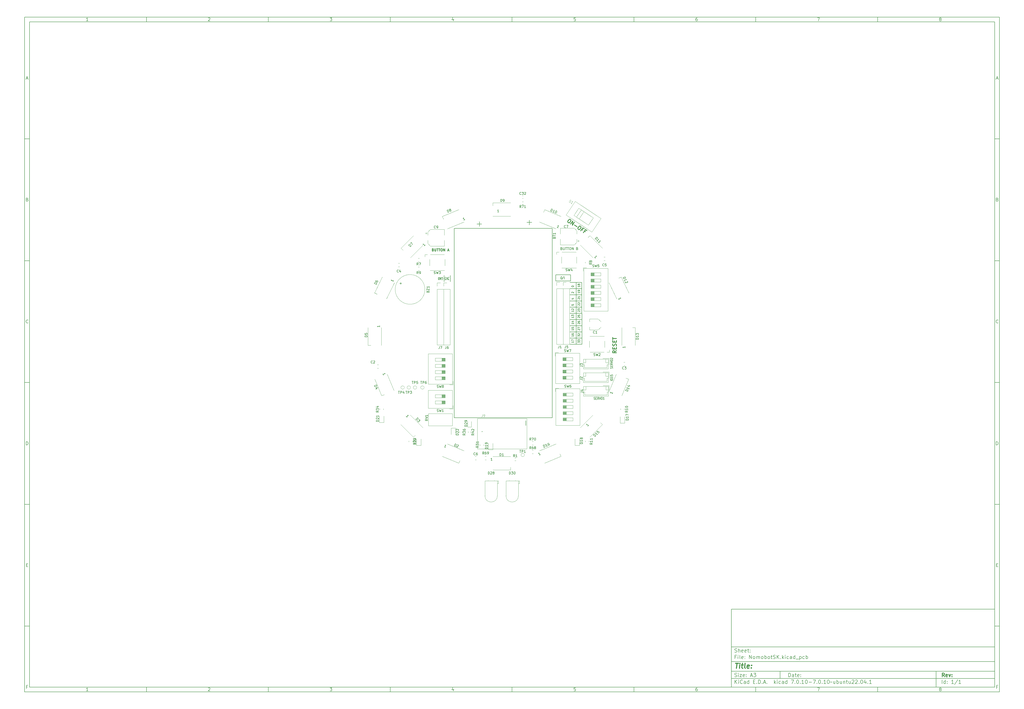
<source format=gbr>
%TF.GenerationSoftware,KiCad,Pcbnew,7.0.10-7.0.10~ubuntu22.04.1*%
%TF.CreationDate,2024-02-07T11:44:01+07:00*%
%TF.ProjectId,NomobotSK,4e6f6d6f-626f-4745-934b-2e6b69636164,rev?*%
%TF.SameCoordinates,Original*%
%TF.FileFunction,Legend,Top*%
%TF.FilePolarity,Positive*%
%FSLAX46Y46*%
G04 Gerber Fmt 4.6, Leading zero omitted, Abs format (unit mm)*
G04 Created by KiCad (PCBNEW 7.0.10-7.0.10~ubuntu22.04.1) date 2024-02-07 11:44:01*
%MOMM*%
%LPD*%
G01*
G04 APERTURE LIST*
%ADD10C,0.100000*%
%ADD11C,0.150000*%
%ADD12C,0.300000*%
%ADD13C,0.400000*%
%ADD14C,0.200000*%
%ADD15C,0.250000*%
%ADD16C,0.120000*%
%ADD17C,0.127000*%
%ADD18C,0.208114*%
G04 APERTURE END LIST*
D10*
D11*
X299989000Y-253002200D02*
X407989000Y-253002200D01*
X407989000Y-285002200D01*
X299989000Y-285002200D01*
X299989000Y-253002200D01*
D10*
D11*
X10000000Y-10000000D02*
X409989000Y-10000000D01*
X409989000Y-287002200D01*
X10000000Y-287002200D01*
X10000000Y-10000000D01*
D10*
D11*
X12000000Y-12000000D02*
X407989000Y-12000000D01*
X407989000Y-285002200D01*
X12000000Y-285002200D01*
X12000000Y-12000000D01*
D10*
D11*
X60000000Y-12000000D02*
X60000000Y-10000000D01*
D10*
D11*
X110000000Y-12000000D02*
X110000000Y-10000000D01*
D10*
D11*
X160000000Y-12000000D02*
X160000000Y-10000000D01*
D10*
D11*
X210000000Y-12000000D02*
X210000000Y-10000000D01*
D10*
D11*
X260000000Y-12000000D02*
X260000000Y-10000000D01*
D10*
D11*
X310000000Y-12000000D02*
X310000000Y-10000000D01*
D10*
D11*
X360000000Y-12000000D02*
X360000000Y-10000000D01*
D10*
D11*
X36089160Y-11593604D02*
X35346303Y-11593604D01*
X35717731Y-11593604D02*
X35717731Y-10293604D01*
X35717731Y-10293604D02*
X35593922Y-10479319D01*
X35593922Y-10479319D02*
X35470112Y-10603128D01*
X35470112Y-10603128D02*
X35346303Y-10665033D01*
D10*
D11*
X85346303Y-10417414D02*
X85408207Y-10355509D01*
X85408207Y-10355509D02*
X85532017Y-10293604D01*
X85532017Y-10293604D02*
X85841541Y-10293604D01*
X85841541Y-10293604D02*
X85965350Y-10355509D01*
X85965350Y-10355509D02*
X86027255Y-10417414D01*
X86027255Y-10417414D02*
X86089160Y-10541223D01*
X86089160Y-10541223D02*
X86089160Y-10665033D01*
X86089160Y-10665033D02*
X86027255Y-10850747D01*
X86027255Y-10850747D02*
X85284398Y-11593604D01*
X85284398Y-11593604D02*
X86089160Y-11593604D01*
D10*
D11*
X135284398Y-10293604D02*
X136089160Y-10293604D01*
X136089160Y-10293604D02*
X135655826Y-10788842D01*
X135655826Y-10788842D02*
X135841541Y-10788842D01*
X135841541Y-10788842D02*
X135965350Y-10850747D01*
X135965350Y-10850747D02*
X136027255Y-10912652D01*
X136027255Y-10912652D02*
X136089160Y-11036461D01*
X136089160Y-11036461D02*
X136089160Y-11345985D01*
X136089160Y-11345985D02*
X136027255Y-11469795D01*
X136027255Y-11469795D02*
X135965350Y-11531700D01*
X135965350Y-11531700D02*
X135841541Y-11593604D01*
X135841541Y-11593604D02*
X135470112Y-11593604D01*
X135470112Y-11593604D02*
X135346303Y-11531700D01*
X135346303Y-11531700D02*
X135284398Y-11469795D01*
D10*
D11*
X185965350Y-10726938D02*
X185965350Y-11593604D01*
X185655826Y-10231700D02*
X185346303Y-11160271D01*
X185346303Y-11160271D02*
X186151064Y-11160271D01*
D10*
D11*
X236027255Y-10293604D02*
X235408207Y-10293604D01*
X235408207Y-10293604D02*
X235346303Y-10912652D01*
X235346303Y-10912652D02*
X235408207Y-10850747D01*
X235408207Y-10850747D02*
X235532017Y-10788842D01*
X235532017Y-10788842D02*
X235841541Y-10788842D01*
X235841541Y-10788842D02*
X235965350Y-10850747D01*
X235965350Y-10850747D02*
X236027255Y-10912652D01*
X236027255Y-10912652D02*
X236089160Y-11036461D01*
X236089160Y-11036461D02*
X236089160Y-11345985D01*
X236089160Y-11345985D02*
X236027255Y-11469795D01*
X236027255Y-11469795D02*
X235965350Y-11531700D01*
X235965350Y-11531700D02*
X235841541Y-11593604D01*
X235841541Y-11593604D02*
X235532017Y-11593604D01*
X235532017Y-11593604D02*
X235408207Y-11531700D01*
X235408207Y-11531700D02*
X235346303Y-11469795D01*
D10*
D11*
X285965350Y-10293604D02*
X285717731Y-10293604D01*
X285717731Y-10293604D02*
X285593922Y-10355509D01*
X285593922Y-10355509D02*
X285532017Y-10417414D01*
X285532017Y-10417414D02*
X285408207Y-10603128D01*
X285408207Y-10603128D02*
X285346303Y-10850747D01*
X285346303Y-10850747D02*
X285346303Y-11345985D01*
X285346303Y-11345985D02*
X285408207Y-11469795D01*
X285408207Y-11469795D02*
X285470112Y-11531700D01*
X285470112Y-11531700D02*
X285593922Y-11593604D01*
X285593922Y-11593604D02*
X285841541Y-11593604D01*
X285841541Y-11593604D02*
X285965350Y-11531700D01*
X285965350Y-11531700D02*
X286027255Y-11469795D01*
X286027255Y-11469795D02*
X286089160Y-11345985D01*
X286089160Y-11345985D02*
X286089160Y-11036461D01*
X286089160Y-11036461D02*
X286027255Y-10912652D01*
X286027255Y-10912652D02*
X285965350Y-10850747D01*
X285965350Y-10850747D02*
X285841541Y-10788842D01*
X285841541Y-10788842D02*
X285593922Y-10788842D01*
X285593922Y-10788842D02*
X285470112Y-10850747D01*
X285470112Y-10850747D02*
X285408207Y-10912652D01*
X285408207Y-10912652D02*
X285346303Y-11036461D01*
D10*
D11*
X335284398Y-10293604D02*
X336151064Y-10293604D01*
X336151064Y-10293604D02*
X335593922Y-11593604D01*
D10*
D11*
X385593922Y-10850747D02*
X385470112Y-10788842D01*
X385470112Y-10788842D02*
X385408207Y-10726938D01*
X385408207Y-10726938D02*
X385346303Y-10603128D01*
X385346303Y-10603128D02*
X385346303Y-10541223D01*
X385346303Y-10541223D02*
X385408207Y-10417414D01*
X385408207Y-10417414D02*
X385470112Y-10355509D01*
X385470112Y-10355509D02*
X385593922Y-10293604D01*
X385593922Y-10293604D02*
X385841541Y-10293604D01*
X385841541Y-10293604D02*
X385965350Y-10355509D01*
X385965350Y-10355509D02*
X386027255Y-10417414D01*
X386027255Y-10417414D02*
X386089160Y-10541223D01*
X386089160Y-10541223D02*
X386089160Y-10603128D01*
X386089160Y-10603128D02*
X386027255Y-10726938D01*
X386027255Y-10726938D02*
X385965350Y-10788842D01*
X385965350Y-10788842D02*
X385841541Y-10850747D01*
X385841541Y-10850747D02*
X385593922Y-10850747D01*
X385593922Y-10850747D02*
X385470112Y-10912652D01*
X385470112Y-10912652D02*
X385408207Y-10974557D01*
X385408207Y-10974557D02*
X385346303Y-11098366D01*
X385346303Y-11098366D02*
X385346303Y-11345985D01*
X385346303Y-11345985D02*
X385408207Y-11469795D01*
X385408207Y-11469795D02*
X385470112Y-11531700D01*
X385470112Y-11531700D02*
X385593922Y-11593604D01*
X385593922Y-11593604D02*
X385841541Y-11593604D01*
X385841541Y-11593604D02*
X385965350Y-11531700D01*
X385965350Y-11531700D02*
X386027255Y-11469795D01*
X386027255Y-11469795D02*
X386089160Y-11345985D01*
X386089160Y-11345985D02*
X386089160Y-11098366D01*
X386089160Y-11098366D02*
X386027255Y-10974557D01*
X386027255Y-10974557D02*
X385965350Y-10912652D01*
X385965350Y-10912652D02*
X385841541Y-10850747D01*
D10*
D11*
X60000000Y-285002200D02*
X60000000Y-287002200D01*
D10*
D11*
X110000000Y-285002200D02*
X110000000Y-287002200D01*
D10*
D11*
X160000000Y-285002200D02*
X160000000Y-287002200D01*
D10*
D11*
X210000000Y-285002200D02*
X210000000Y-287002200D01*
D10*
D11*
X260000000Y-285002200D02*
X260000000Y-287002200D01*
D10*
D11*
X310000000Y-285002200D02*
X310000000Y-287002200D01*
D10*
D11*
X360000000Y-285002200D02*
X360000000Y-287002200D01*
D10*
D11*
X36089160Y-286595804D02*
X35346303Y-286595804D01*
X35717731Y-286595804D02*
X35717731Y-285295804D01*
X35717731Y-285295804D02*
X35593922Y-285481519D01*
X35593922Y-285481519D02*
X35470112Y-285605328D01*
X35470112Y-285605328D02*
X35346303Y-285667233D01*
D10*
D11*
X85346303Y-285419614D02*
X85408207Y-285357709D01*
X85408207Y-285357709D02*
X85532017Y-285295804D01*
X85532017Y-285295804D02*
X85841541Y-285295804D01*
X85841541Y-285295804D02*
X85965350Y-285357709D01*
X85965350Y-285357709D02*
X86027255Y-285419614D01*
X86027255Y-285419614D02*
X86089160Y-285543423D01*
X86089160Y-285543423D02*
X86089160Y-285667233D01*
X86089160Y-285667233D02*
X86027255Y-285852947D01*
X86027255Y-285852947D02*
X85284398Y-286595804D01*
X85284398Y-286595804D02*
X86089160Y-286595804D01*
D10*
D11*
X135284398Y-285295804D02*
X136089160Y-285295804D01*
X136089160Y-285295804D02*
X135655826Y-285791042D01*
X135655826Y-285791042D02*
X135841541Y-285791042D01*
X135841541Y-285791042D02*
X135965350Y-285852947D01*
X135965350Y-285852947D02*
X136027255Y-285914852D01*
X136027255Y-285914852D02*
X136089160Y-286038661D01*
X136089160Y-286038661D02*
X136089160Y-286348185D01*
X136089160Y-286348185D02*
X136027255Y-286471995D01*
X136027255Y-286471995D02*
X135965350Y-286533900D01*
X135965350Y-286533900D02*
X135841541Y-286595804D01*
X135841541Y-286595804D02*
X135470112Y-286595804D01*
X135470112Y-286595804D02*
X135346303Y-286533900D01*
X135346303Y-286533900D02*
X135284398Y-286471995D01*
D10*
D11*
X185965350Y-285729138D02*
X185965350Y-286595804D01*
X185655826Y-285233900D02*
X185346303Y-286162471D01*
X185346303Y-286162471D02*
X186151064Y-286162471D01*
D10*
D11*
X236027255Y-285295804D02*
X235408207Y-285295804D01*
X235408207Y-285295804D02*
X235346303Y-285914852D01*
X235346303Y-285914852D02*
X235408207Y-285852947D01*
X235408207Y-285852947D02*
X235532017Y-285791042D01*
X235532017Y-285791042D02*
X235841541Y-285791042D01*
X235841541Y-285791042D02*
X235965350Y-285852947D01*
X235965350Y-285852947D02*
X236027255Y-285914852D01*
X236027255Y-285914852D02*
X236089160Y-286038661D01*
X236089160Y-286038661D02*
X236089160Y-286348185D01*
X236089160Y-286348185D02*
X236027255Y-286471995D01*
X236027255Y-286471995D02*
X235965350Y-286533900D01*
X235965350Y-286533900D02*
X235841541Y-286595804D01*
X235841541Y-286595804D02*
X235532017Y-286595804D01*
X235532017Y-286595804D02*
X235408207Y-286533900D01*
X235408207Y-286533900D02*
X235346303Y-286471995D01*
D10*
D11*
X285965350Y-285295804D02*
X285717731Y-285295804D01*
X285717731Y-285295804D02*
X285593922Y-285357709D01*
X285593922Y-285357709D02*
X285532017Y-285419614D01*
X285532017Y-285419614D02*
X285408207Y-285605328D01*
X285408207Y-285605328D02*
X285346303Y-285852947D01*
X285346303Y-285852947D02*
X285346303Y-286348185D01*
X285346303Y-286348185D02*
X285408207Y-286471995D01*
X285408207Y-286471995D02*
X285470112Y-286533900D01*
X285470112Y-286533900D02*
X285593922Y-286595804D01*
X285593922Y-286595804D02*
X285841541Y-286595804D01*
X285841541Y-286595804D02*
X285965350Y-286533900D01*
X285965350Y-286533900D02*
X286027255Y-286471995D01*
X286027255Y-286471995D02*
X286089160Y-286348185D01*
X286089160Y-286348185D02*
X286089160Y-286038661D01*
X286089160Y-286038661D02*
X286027255Y-285914852D01*
X286027255Y-285914852D02*
X285965350Y-285852947D01*
X285965350Y-285852947D02*
X285841541Y-285791042D01*
X285841541Y-285791042D02*
X285593922Y-285791042D01*
X285593922Y-285791042D02*
X285470112Y-285852947D01*
X285470112Y-285852947D02*
X285408207Y-285914852D01*
X285408207Y-285914852D02*
X285346303Y-286038661D01*
D10*
D11*
X335284398Y-285295804D02*
X336151064Y-285295804D01*
X336151064Y-285295804D02*
X335593922Y-286595804D01*
D10*
D11*
X385593922Y-285852947D02*
X385470112Y-285791042D01*
X385470112Y-285791042D02*
X385408207Y-285729138D01*
X385408207Y-285729138D02*
X385346303Y-285605328D01*
X385346303Y-285605328D02*
X385346303Y-285543423D01*
X385346303Y-285543423D02*
X385408207Y-285419614D01*
X385408207Y-285419614D02*
X385470112Y-285357709D01*
X385470112Y-285357709D02*
X385593922Y-285295804D01*
X385593922Y-285295804D02*
X385841541Y-285295804D01*
X385841541Y-285295804D02*
X385965350Y-285357709D01*
X385965350Y-285357709D02*
X386027255Y-285419614D01*
X386027255Y-285419614D02*
X386089160Y-285543423D01*
X386089160Y-285543423D02*
X386089160Y-285605328D01*
X386089160Y-285605328D02*
X386027255Y-285729138D01*
X386027255Y-285729138D02*
X385965350Y-285791042D01*
X385965350Y-285791042D02*
X385841541Y-285852947D01*
X385841541Y-285852947D02*
X385593922Y-285852947D01*
X385593922Y-285852947D02*
X385470112Y-285914852D01*
X385470112Y-285914852D02*
X385408207Y-285976757D01*
X385408207Y-285976757D02*
X385346303Y-286100566D01*
X385346303Y-286100566D02*
X385346303Y-286348185D01*
X385346303Y-286348185D02*
X385408207Y-286471995D01*
X385408207Y-286471995D02*
X385470112Y-286533900D01*
X385470112Y-286533900D02*
X385593922Y-286595804D01*
X385593922Y-286595804D02*
X385841541Y-286595804D01*
X385841541Y-286595804D02*
X385965350Y-286533900D01*
X385965350Y-286533900D02*
X386027255Y-286471995D01*
X386027255Y-286471995D02*
X386089160Y-286348185D01*
X386089160Y-286348185D02*
X386089160Y-286100566D01*
X386089160Y-286100566D02*
X386027255Y-285976757D01*
X386027255Y-285976757D02*
X385965350Y-285914852D01*
X385965350Y-285914852D02*
X385841541Y-285852947D01*
D10*
D11*
X10000000Y-60000000D02*
X12000000Y-60000000D01*
D10*
D11*
X10000000Y-110000000D02*
X12000000Y-110000000D01*
D10*
D11*
X10000000Y-160000000D02*
X12000000Y-160000000D01*
D10*
D11*
X10000000Y-210000000D02*
X12000000Y-210000000D01*
D10*
D11*
X10000000Y-260000000D02*
X12000000Y-260000000D01*
D10*
D11*
X10690476Y-35222176D02*
X11309523Y-35222176D01*
X10566666Y-35593604D02*
X10999999Y-34293604D01*
X10999999Y-34293604D02*
X11433333Y-35593604D01*
D10*
D11*
X11092857Y-84912652D02*
X11278571Y-84974557D01*
X11278571Y-84974557D02*
X11340476Y-85036461D01*
X11340476Y-85036461D02*
X11402380Y-85160271D01*
X11402380Y-85160271D02*
X11402380Y-85345985D01*
X11402380Y-85345985D02*
X11340476Y-85469795D01*
X11340476Y-85469795D02*
X11278571Y-85531700D01*
X11278571Y-85531700D02*
X11154761Y-85593604D01*
X11154761Y-85593604D02*
X10659523Y-85593604D01*
X10659523Y-85593604D02*
X10659523Y-84293604D01*
X10659523Y-84293604D02*
X11092857Y-84293604D01*
X11092857Y-84293604D02*
X11216666Y-84355509D01*
X11216666Y-84355509D02*
X11278571Y-84417414D01*
X11278571Y-84417414D02*
X11340476Y-84541223D01*
X11340476Y-84541223D02*
X11340476Y-84665033D01*
X11340476Y-84665033D02*
X11278571Y-84788842D01*
X11278571Y-84788842D02*
X11216666Y-84850747D01*
X11216666Y-84850747D02*
X11092857Y-84912652D01*
X11092857Y-84912652D02*
X10659523Y-84912652D01*
D10*
D11*
X11402380Y-135469795D02*
X11340476Y-135531700D01*
X11340476Y-135531700D02*
X11154761Y-135593604D01*
X11154761Y-135593604D02*
X11030952Y-135593604D01*
X11030952Y-135593604D02*
X10845238Y-135531700D01*
X10845238Y-135531700D02*
X10721428Y-135407890D01*
X10721428Y-135407890D02*
X10659523Y-135284080D01*
X10659523Y-135284080D02*
X10597619Y-135036461D01*
X10597619Y-135036461D02*
X10597619Y-134850747D01*
X10597619Y-134850747D02*
X10659523Y-134603128D01*
X10659523Y-134603128D02*
X10721428Y-134479319D01*
X10721428Y-134479319D02*
X10845238Y-134355509D01*
X10845238Y-134355509D02*
X11030952Y-134293604D01*
X11030952Y-134293604D02*
X11154761Y-134293604D01*
X11154761Y-134293604D02*
X11340476Y-134355509D01*
X11340476Y-134355509D02*
X11402380Y-134417414D01*
D10*
D11*
X10659523Y-185593604D02*
X10659523Y-184293604D01*
X10659523Y-184293604D02*
X10969047Y-184293604D01*
X10969047Y-184293604D02*
X11154761Y-184355509D01*
X11154761Y-184355509D02*
X11278571Y-184479319D01*
X11278571Y-184479319D02*
X11340476Y-184603128D01*
X11340476Y-184603128D02*
X11402380Y-184850747D01*
X11402380Y-184850747D02*
X11402380Y-185036461D01*
X11402380Y-185036461D02*
X11340476Y-185284080D01*
X11340476Y-185284080D02*
X11278571Y-185407890D01*
X11278571Y-185407890D02*
X11154761Y-185531700D01*
X11154761Y-185531700D02*
X10969047Y-185593604D01*
X10969047Y-185593604D02*
X10659523Y-185593604D01*
D10*
D11*
X10721428Y-234912652D02*
X11154762Y-234912652D01*
X11340476Y-235593604D02*
X10721428Y-235593604D01*
X10721428Y-235593604D02*
X10721428Y-234293604D01*
X10721428Y-234293604D02*
X11340476Y-234293604D01*
D10*
D11*
X11185714Y-284912652D02*
X10752380Y-284912652D01*
X10752380Y-285593604D02*
X10752380Y-284293604D01*
X10752380Y-284293604D02*
X11371428Y-284293604D01*
D10*
D11*
X409989000Y-60000000D02*
X407989000Y-60000000D01*
D10*
D11*
X409989000Y-110000000D02*
X407989000Y-110000000D01*
D10*
D11*
X409989000Y-160000000D02*
X407989000Y-160000000D01*
D10*
D11*
X409989000Y-210000000D02*
X407989000Y-210000000D01*
D10*
D11*
X409989000Y-260000000D02*
X407989000Y-260000000D01*
D10*
D11*
X408679476Y-35222176D02*
X409298523Y-35222176D01*
X408555666Y-35593604D02*
X408988999Y-34293604D01*
X408988999Y-34293604D02*
X409422333Y-35593604D01*
D10*
D11*
X409081857Y-84912652D02*
X409267571Y-84974557D01*
X409267571Y-84974557D02*
X409329476Y-85036461D01*
X409329476Y-85036461D02*
X409391380Y-85160271D01*
X409391380Y-85160271D02*
X409391380Y-85345985D01*
X409391380Y-85345985D02*
X409329476Y-85469795D01*
X409329476Y-85469795D02*
X409267571Y-85531700D01*
X409267571Y-85531700D02*
X409143761Y-85593604D01*
X409143761Y-85593604D02*
X408648523Y-85593604D01*
X408648523Y-85593604D02*
X408648523Y-84293604D01*
X408648523Y-84293604D02*
X409081857Y-84293604D01*
X409081857Y-84293604D02*
X409205666Y-84355509D01*
X409205666Y-84355509D02*
X409267571Y-84417414D01*
X409267571Y-84417414D02*
X409329476Y-84541223D01*
X409329476Y-84541223D02*
X409329476Y-84665033D01*
X409329476Y-84665033D02*
X409267571Y-84788842D01*
X409267571Y-84788842D02*
X409205666Y-84850747D01*
X409205666Y-84850747D02*
X409081857Y-84912652D01*
X409081857Y-84912652D02*
X408648523Y-84912652D01*
D10*
D11*
X409391380Y-135469795D02*
X409329476Y-135531700D01*
X409329476Y-135531700D02*
X409143761Y-135593604D01*
X409143761Y-135593604D02*
X409019952Y-135593604D01*
X409019952Y-135593604D02*
X408834238Y-135531700D01*
X408834238Y-135531700D02*
X408710428Y-135407890D01*
X408710428Y-135407890D02*
X408648523Y-135284080D01*
X408648523Y-135284080D02*
X408586619Y-135036461D01*
X408586619Y-135036461D02*
X408586619Y-134850747D01*
X408586619Y-134850747D02*
X408648523Y-134603128D01*
X408648523Y-134603128D02*
X408710428Y-134479319D01*
X408710428Y-134479319D02*
X408834238Y-134355509D01*
X408834238Y-134355509D02*
X409019952Y-134293604D01*
X409019952Y-134293604D02*
X409143761Y-134293604D01*
X409143761Y-134293604D02*
X409329476Y-134355509D01*
X409329476Y-134355509D02*
X409391380Y-134417414D01*
D10*
D11*
X408648523Y-185593604D02*
X408648523Y-184293604D01*
X408648523Y-184293604D02*
X408958047Y-184293604D01*
X408958047Y-184293604D02*
X409143761Y-184355509D01*
X409143761Y-184355509D02*
X409267571Y-184479319D01*
X409267571Y-184479319D02*
X409329476Y-184603128D01*
X409329476Y-184603128D02*
X409391380Y-184850747D01*
X409391380Y-184850747D02*
X409391380Y-185036461D01*
X409391380Y-185036461D02*
X409329476Y-185284080D01*
X409329476Y-185284080D02*
X409267571Y-185407890D01*
X409267571Y-185407890D02*
X409143761Y-185531700D01*
X409143761Y-185531700D02*
X408958047Y-185593604D01*
X408958047Y-185593604D02*
X408648523Y-185593604D01*
D10*
D11*
X408710428Y-234912652D02*
X409143762Y-234912652D01*
X409329476Y-235593604D02*
X408710428Y-235593604D01*
X408710428Y-235593604D02*
X408710428Y-234293604D01*
X408710428Y-234293604D02*
X409329476Y-234293604D01*
D10*
D11*
X409174714Y-284912652D02*
X408741380Y-284912652D01*
X408741380Y-285593604D02*
X408741380Y-284293604D01*
X408741380Y-284293604D02*
X409360428Y-284293604D01*
D10*
D11*
X323444826Y-280788328D02*
X323444826Y-279288328D01*
X323444826Y-279288328D02*
X323801969Y-279288328D01*
X323801969Y-279288328D02*
X324016255Y-279359757D01*
X324016255Y-279359757D02*
X324159112Y-279502614D01*
X324159112Y-279502614D02*
X324230541Y-279645471D01*
X324230541Y-279645471D02*
X324301969Y-279931185D01*
X324301969Y-279931185D02*
X324301969Y-280145471D01*
X324301969Y-280145471D02*
X324230541Y-280431185D01*
X324230541Y-280431185D02*
X324159112Y-280574042D01*
X324159112Y-280574042D02*
X324016255Y-280716900D01*
X324016255Y-280716900D02*
X323801969Y-280788328D01*
X323801969Y-280788328D02*
X323444826Y-280788328D01*
X325587684Y-280788328D02*
X325587684Y-280002614D01*
X325587684Y-280002614D02*
X325516255Y-279859757D01*
X325516255Y-279859757D02*
X325373398Y-279788328D01*
X325373398Y-279788328D02*
X325087684Y-279788328D01*
X325087684Y-279788328D02*
X324944826Y-279859757D01*
X325587684Y-280716900D02*
X325444826Y-280788328D01*
X325444826Y-280788328D02*
X325087684Y-280788328D01*
X325087684Y-280788328D02*
X324944826Y-280716900D01*
X324944826Y-280716900D02*
X324873398Y-280574042D01*
X324873398Y-280574042D02*
X324873398Y-280431185D01*
X324873398Y-280431185D02*
X324944826Y-280288328D01*
X324944826Y-280288328D02*
X325087684Y-280216900D01*
X325087684Y-280216900D02*
X325444826Y-280216900D01*
X325444826Y-280216900D02*
X325587684Y-280145471D01*
X326087684Y-279788328D02*
X326659112Y-279788328D01*
X326301969Y-279288328D02*
X326301969Y-280574042D01*
X326301969Y-280574042D02*
X326373398Y-280716900D01*
X326373398Y-280716900D02*
X326516255Y-280788328D01*
X326516255Y-280788328D02*
X326659112Y-280788328D01*
X327730541Y-280716900D02*
X327587684Y-280788328D01*
X327587684Y-280788328D02*
X327301970Y-280788328D01*
X327301970Y-280788328D02*
X327159112Y-280716900D01*
X327159112Y-280716900D02*
X327087684Y-280574042D01*
X327087684Y-280574042D02*
X327087684Y-280002614D01*
X327087684Y-280002614D02*
X327159112Y-279859757D01*
X327159112Y-279859757D02*
X327301970Y-279788328D01*
X327301970Y-279788328D02*
X327587684Y-279788328D01*
X327587684Y-279788328D02*
X327730541Y-279859757D01*
X327730541Y-279859757D02*
X327801970Y-280002614D01*
X327801970Y-280002614D02*
X327801970Y-280145471D01*
X327801970Y-280145471D02*
X327087684Y-280288328D01*
X328444826Y-280645471D02*
X328516255Y-280716900D01*
X328516255Y-280716900D02*
X328444826Y-280788328D01*
X328444826Y-280788328D02*
X328373398Y-280716900D01*
X328373398Y-280716900D02*
X328444826Y-280645471D01*
X328444826Y-280645471D02*
X328444826Y-280788328D01*
X328444826Y-279859757D02*
X328516255Y-279931185D01*
X328516255Y-279931185D02*
X328444826Y-280002614D01*
X328444826Y-280002614D02*
X328373398Y-279931185D01*
X328373398Y-279931185D02*
X328444826Y-279859757D01*
X328444826Y-279859757D02*
X328444826Y-280002614D01*
D10*
D11*
X299989000Y-281502200D02*
X407989000Y-281502200D01*
D10*
D11*
X301444826Y-283588328D02*
X301444826Y-282088328D01*
X302301969Y-283588328D02*
X301659112Y-282731185D01*
X302301969Y-282088328D02*
X301444826Y-282945471D01*
X302944826Y-283588328D02*
X302944826Y-282588328D01*
X302944826Y-282088328D02*
X302873398Y-282159757D01*
X302873398Y-282159757D02*
X302944826Y-282231185D01*
X302944826Y-282231185D02*
X303016255Y-282159757D01*
X303016255Y-282159757D02*
X302944826Y-282088328D01*
X302944826Y-282088328D02*
X302944826Y-282231185D01*
X304516255Y-283445471D02*
X304444827Y-283516900D01*
X304444827Y-283516900D02*
X304230541Y-283588328D01*
X304230541Y-283588328D02*
X304087684Y-283588328D01*
X304087684Y-283588328D02*
X303873398Y-283516900D01*
X303873398Y-283516900D02*
X303730541Y-283374042D01*
X303730541Y-283374042D02*
X303659112Y-283231185D01*
X303659112Y-283231185D02*
X303587684Y-282945471D01*
X303587684Y-282945471D02*
X303587684Y-282731185D01*
X303587684Y-282731185D02*
X303659112Y-282445471D01*
X303659112Y-282445471D02*
X303730541Y-282302614D01*
X303730541Y-282302614D02*
X303873398Y-282159757D01*
X303873398Y-282159757D02*
X304087684Y-282088328D01*
X304087684Y-282088328D02*
X304230541Y-282088328D01*
X304230541Y-282088328D02*
X304444827Y-282159757D01*
X304444827Y-282159757D02*
X304516255Y-282231185D01*
X305801970Y-283588328D02*
X305801970Y-282802614D01*
X305801970Y-282802614D02*
X305730541Y-282659757D01*
X305730541Y-282659757D02*
X305587684Y-282588328D01*
X305587684Y-282588328D02*
X305301970Y-282588328D01*
X305301970Y-282588328D02*
X305159112Y-282659757D01*
X305801970Y-283516900D02*
X305659112Y-283588328D01*
X305659112Y-283588328D02*
X305301970Y-283588328D01*
X305301970Y-283588328D02*
X305159112Y-283516900D01*
X305159112Y-283516900D02*
X305087684Y-283374042D01*
X305087684Y-283374042D02*
X305087684Y-283231185D01*
X305087684Y-283231185D02*
X305159112Y-283088328D01*
X305159112Y-283088328D02*
X305301970Y-283016900D01*
X305301970Y-283016900D02*
X305659112Y-283016900D01*
X305659112Y-283016900D02*
X305801970Y-282945471D01*
X307159113Y-283588328D02*
X307159113Y-282088328D01*
X307159113Y-283516900D02*
X307016255Y-283588328D01*
X307016255Y-283588328D02*
X306730541Y-283588328D01*
X306730541Y-283588328D02*
X306587684Y-283516900D01*
X306587684Y-283516900D02*
X306516255Y-283445471D01*
X306516255Y-283445471D02*
X306444827Y-283302614D01*
X306444827Y-283302614D02*
X306444827Y-282874042D01*
X306444827Y-282874042D02*
X306516255Y-282731185D01*
X306516255Y-282731185D02*
X306587684Y-282659757D01*
X306587684Y-282659757D02*
X306730541Y-282588328D01*
X306730541Y-282588328D02*
X307016255Y-282588328D01*
X307016255Y-282588328D02*
X307159113Y-282659757D01*
X309016255Y-282802614D02*
X309516255Y-282802614D01*
X309730541Y-283588328D02*
X309016255Y-283588328D01*
X309016255Y-283588328D02*
X309016255Y-282088328D01*
X309016255Y-282088328D02*
X309730541Y-282088328D01*
X310373398Y-283445471D02*
X310444827Y-283516900D01*
X310444827Y-283516900D02*
X310373398Y-283588328D01*
X310373398Y-283588328D02*
X310301970Y-283516900D01*
X310301970Y-283516900D02*
X310373398Y-283445471D01*
X310373398Y-283445471D02*
X310373398Y-283588328D01*
X311087684Y-283588328D02*
X311087684Y-282088328D01*
X311087684Y-282088328D02*
X311444827Y-282088328D01*
X311444827Y-282088328D02*
X311659113Y-282159757D01*
X311659113Y-282159757D02*
X311801970Y-282302614D01*
X311801970Y-282302614D02*
X311873399Y-282445471D01*
X311873399Y-282445471D02*
X311944827Y-282731185D01*
X311944827Y-282731185D02*
X311944827Y-282945471D01*
X311944827Y-282945471D02*
X311873399Y-283231185D01*
X311873399Y-283231185D02*
X311801970Y-283374042D01*
X311801970Y-283374042D02*
X311659113Y-283516900D01*
X311659113Y-283516900D02*
X311444827Y-283588328D01*
X311444827Y-283588328D02*
X311087684Y-283588328D01*
X312587684Y-283445471D02*
X312659113Y-283516900D01*
X312659113Y-283516900D02*
X312587684Y-283588328D01*
X312587684Y-283588328D02*
X312516256Y-283516900D01*
X312516256Y-283516900D02*
X312587684Y-283445471D01*
X312587684Y-283445471D02*
X312587684Y-283588328D01*
X313230542Y-283159757D02*
X313944828Y-283159757D01*
X313087685Y-283588328D02*
X313587685Y-282088328D01*
X313587685Y-282088328D02*
X314087685Y-283588328D01*
X314587684Y-283445471D02*
X314659113Y-283516900D01*
X314659113Y-283516900D02*
X314587684Y-283588328D01*
X314587684Y-283588328D02*
X314516256Y-283516900D01*
X314516256Y-283516900D02*
X314587684Y-283445471D01*
X314587684Y-283445471D02*
X314587684Y-283588328D01*
X317587684Y-283588328D02*
X317587684Y-282088328D01*
X317730542Y-283016900D02*
X318159113Y-283588328D01*
X318159113Y-282588328D02*
X317587684Y-283159757D01*
X318801970Y-283588328D02*
X318801970Y-282588328D01*
X318801970Y-282088328D02*
X318730542Y-282159757D01*
X318730542Y-282159757D02*
X318801970Y-282231185D01*
X318801970Y-282231185D02*
X318873399Y-282159757D01*
X318873399Y-282159757D02*
X318801970Y-282088328D01*
X318801970Y-282088328D02*
X318801970Y-282231185D01*
X320159114Y-283516900D02*
X320016256Y-283588328D01*
X320016256Y-283588328D02*
X319730542Y-283588328D01*
X319730542Y-283588328D02*
X319587685Y-283516900D01*
X319587685Y-283516900D02*
X319516256Y-283445471D01*
X319516256Y-283445471D02*
X319444828Y-283302614D01*
X319444828Y-283302614D02*
X319444828Y-282874042D01*
X319444828Y-282874042D02*
X319516256Y-282731185D01*
X319516256Y-282731185D02*
X319587685Y-282659757D01*
X319587685Y-282659757D02*
X319730542Y-282588328D01*
X319730542Y-282588328D02*
X320016256Y-282588328D01*
X320016256Y-282588328D02*
X320159114Y-282659757D01*
X321444828Y-283588328D02*
X321444828Y-282802614D01*
X321444828Y-282802614D02*
X321373399Y-282659757D01*
X321373399Y-282659757D02*
X321230542Y-282588328D01*
X321230542Y-282588328D02*
X320944828Y-282588328D01*
X320944828Y-282588328D02*
X320801970Y-282659757D01*
X321444828Y-283516900D02*
X321301970Y-283588328D01*
X321301970Y-283588328D02*
X320944828Y-283588328D01*
X320944828Y-283588328D02*
X320801970Y-283516900D01*
X320801970Y-283516900D02*
X320730542Y-283374042D01*
X320730542Y-283374042D02*
X320730542Y-283231185D01*
X320730542Y-283231185D02*
X320801970Y-283088328D01*
X320801970Y-283088328D02*
X320944828Y-283016900D01*
X320944828Y-283016900D02*
X321301970Y-283016900D01*
X321301970Y-283016900D02*
X321444828Y-282945471D01*
X322801971Y-283588328D02*
X322801971Y-282088328D01*
X322801971Y-283516900D02*
X322659113Y-283588328D01*
X322659113Y-283588328D02*
X322373399Y-283588328D01*
X322373399Y-283588328D02*
X322230542Y-283516900D01*
X322230542Y-283516900D02*
X322159113Y-283445471D01*
X322159113Y-283445471D02*
X322087685Y-283302614D01*
X322087685Y-283302614D02*
X322087685Y-282874042D01*
X322087685Y-282874042D02*
X322159113Y-282731185D01*
X322159113Y-282731185D02*
X322230542Y-282659757D01*
X322230542Y-282659757D02*
X322373399Y-282588328D01*
X322373399Y-282588328D02*
X322659113Y-282588328D01*
X322659113Y-282588328D02*
X322801971Y-282659757D01*
X324516256Y-282088328D02*
X325516256Y-282088328D01*
X325516256Y-282088328D02*
X324873399Y-283588328D01*
X326087684Y-283445471D02*
X326159113Y-283516900D01*
X326159113Y-283516900D02*
X326087684Y-283588328D01*
X326087684Y-283588328D02*
X326016256Y-283516900D01*
X326016256Y-283516900D02*
X326087684Y-283445471D01*
X326087684Y-283445471D02*
X326087684Y-283588328D01*
X327087685Y-282088328D02*
X327230542Y-282088328D01*
X327230542Y-282088328D02*
X327373399Y-282159757D01*
X327373399Y-282159757D02*
X327444828Y-282231185D01*
X327444828Y-282231185D02*
X327516256Y-282374042D01*
X327516256Y-282374042D02*
X327587685Y-282659757D01*
X327587685Y-282659757D02*
X327587685Y-283016900D01*
X327587685Y-283016900D02*
X327516256Y-283302614D01*
X327516256Y-283302614D02*
X327444828Y-283445471D01*
X327444828Y-283445471D02*
X327373399Y-283516900D01*
X327373399Y-283516900D02*
X327230542Y-283588328D01*
X327230542Y-283588328D02*
X327087685Y-283588328D01*
X327087685Y-283588328D02*
X326944828Y-283516900D01*
X326944828Y-283516900D02*
X326873399Y-283445471D01*
X326873399Y-283445471D02*
X326801970Y-283302614D01*
X326801970Y-283302614D02*
X326730542Y-283016900D01*
X326730542Y-283016900D02*
X326730542Y-282659757D01*
X326730542Y-282659757D02*
X326801970Y-282374042D01*
X326801970Y-282374042D02*
X326873399Y-282231185D01*
X326873399Y-282231185D02*
X326944828Y-282159757D01*
X326944828Y-282159757D02*
X327087685Y-282088328D01*
X328230541Y-283445471D02*
X328301970Y-283516900D01*
X328301970Y-283516900D02*
X328230541Y-283588328D01*
X328230541Y-283588328D02*
X328159113Y-283516900D01*
X328159113Y-283516900D02*
X328230541Y-283445471D01*
X328230541Y-283445471D02*
X328230541Y-283588328D01*
X329730542Y-283588328D02*
X328873399Y-283588328D01*
X329301970Y-283588328D02*
X329301970Y-282088328D01*
X329301970Y-282088328D02*
X329159113Y-282302614D01*
X329159113Y-282302614D02*
X329016256Y-282445471D01*
X329016256Y-282445471D02*
X328873399Y-282516900D01*
X330659113Y-282088328D02*
X330801970Y-282088328D01*
X330801970Y-282088328D02*
X330944827Y-282159757D01*
X330944827Y-282159757D02*
X331016256Y-282231185D01*
X331016256Y-282231185D02*
X331087684Y-282374042D01*
X331087684Y-282374042D02*
X331159113Y-282659757D01*
X331159113Y-282659757D02*
X331159113Y-283016900D01*
X331159113Y-283016900D02*
X331087684Y-283302614D01*
X331087684Y-283302614D02*
X331016256Y-283445471D01*
X331016256Y-283445471D02*
X330944827Y-283516900D01*
X330944827Y-283516900D02*
X330801970Y-283588328D01*
X330801970Y-283588328D02*
X330659113Y-283588328D01*
X330659113Y-283588328D02*
X330516256Y-283516900D01*
X330516256Y-283516900D02*
X330444827Y-283445471D01*
X330444827Y-283445471D02*
X330373398Y-283302614D01*
X330373398Y-283302614D02*
X330301970Y-283016900D01*
X330301970Y-283016900D02*
X330301970Y-282659757D01*
X330301970Y-282659757D02*
X330373398Y-282374042D01*
X330373398Y-282374042D02*
X330444827Y-282231185D01*
X330444827Y-282231185D02*
X330516256Y-282159757D01*
X330516256Y-282159757D02*
X330659113Y-282088328D01*
X331801969Y-283016900D02*
X332944827Y-283016900D01*
X333516255Y-282088328D02*
X334516255Y-282088328D01*
X334516255Y-282088328D02*
X333873398Y-283588328D01*
X335087683Y-283445471D02*
X335159112Y-283516900D01*
X335159112Y-283516900D02*
X335087683Y-283588328D01*
X335087683Y-283588328D02*
X335016255Y-283516900D01*
X335016255Y-283516900D02*
X335087683Y-283445471D01*
X335087683Y-283445471D02*
X335087683Y-283588328D01*
X336087684Y-282088328D02*
X336230541Y-282088328D01*
X336230541Y-282088328D02*
X336373398Y-282159757D01*
X336373398Y-282159757D02*
X336444827Y-282231185D01*
X336444827Y-282231185D02*
X336516255Y-282374042D01*
X336516255Y-282374042D02*
X336587684Y-282659757D01*
X336587684Y-282659757D02*
X336587684Y-283016900D01*
X336587684Y-283016900D02*
X336516255Y-283302614D01*
X336516255Y-283302614D02*
X336444827Y-283445471D01*
X336444827Y-283445471D02*
X336373398Y-283516900D01*
X336373398Y-283516900D02*
X336230541Y-283588328D01*
X336230541Y-283588328D02*
X336087684Y-283588328D01*
X336087684Y-283588328D02*
X335944827Y-283516900D01*
X335944827Y-283516900D02*
X335873398Y-283445471D01*
X335873398Y-283445471D02*
X335801969Y-283302614D01*
X335801969Y-283302614D02*
X335730541Y-283016900D01*
X335730541Y-283016900D02*
X335730541Y-282659757D01*
X335730541Y-282659757D02*
X335801969Y-282374042D01*
X335801969Y-282374042D02*
X335873398Y-282231185D01*
X335873398Y-282231185D02*
X335944827Y-282159757D01*
X335944827Y-282159757D02*
X336087684Y-282088328D01*
X337230540Y-283445471D02*
X337301969Y-283516900D01*
X337301969Y-283516900D02*
X337230540Y-283588328D01*
X337230540Y-283588328D02*
X337159112Y-283516900D01*
X337159112Y-283516900D02*
X337230540Y-283445471D01*
X337230540Y-283445471D02*
X337230540Y-283588328D01*
X338730541Y-283588328D02*
X337873398Y-283588328D01*
X338301969Y-283588328D02*
X338301969Y-282088328D01*
X338301969Y-282088328D02*
X338159112Y-282302614D01*
X338159112Y-282302614D02*
X338016255Y-282445471D01*
X338016255Y-282445471D02*
X337873398Y-282516900D01*
X339659112Y-282088328D02*
X339801969Y-282088328D01*
X339801969Y-282088328D02*
X339944826Y-282159757D01*
X339944826Y-282159757D02*
X340016255Y-282231185D01*
X340016255Y-282231185D02*
X340087683Y-282374042D01*
X340087683Y-282374042D02*
X340159112Y-282659757D01*
X340159112Y-282659757D02*
X340159112Y-283016900D01*
X340159112Y-283016900D02*
X340087683Y-283302614D01*
X340087683Y-283302614D02*
X340016255Y-283445471D01*
X340016255Y-283445471D02*
X339944826Y-283516900D01*
X339944826Y-283516900D02*
X339801969Y-283588328D01*
X339801969Y-283588328D02*
X339659112Y-283588328D01*
X339659112Y-283588328D02*
X339516255Y-283516900D01*
X339516255Y-283516900D02*
X339444826Y-283445471D01*
X339444826Y-283445471D02*
X339373397Y-283302614D01*
X339373397Y-283302614D02*
X339301969Y-283016900D01*
X339301969Y-283016900D02*
X339301969Y-282659757D01*
X339301969Y-282659757D02*
X339373397Y-282374042D01*
X339373397Y-282374042D02*
X339444826Y-282231185D01*
X339444826Y-282231185D02*
X339516255Y-282159757D01*
X339516255Y-282159757D02*
X339659112Y-282088328D01*
X340587683Y-283016900D02*
X340659111Y-282945471D01*
X340659111Y-282945471D02*
X340801968Y-282874042D01*
X340801968Y-282874042D02*
X341087683Y-283016900D01*
X341087683Y-283016900D02*
X341230540Y-282945471D01*
X341230540Y-282945471D02*
X341301968Y-282874042D01*
X342516255Y-282588328D02*
X342516255Y-283588328D01*
X341873397Y-282588328D02*
X341873397Y-283374042D01*
X341873397Y-283374042D02*
X341944826Y-283516900D01*
X341944826Y-283516900D02*
X342087683Y-283588328D01*
X342087683Y-283588328D02*
X342301969Y-283588328D01*
X342301969Y-283588328D02*
X342444826Y-283516900D01*
X342444826Y-283516900D02*
X342516255Y-283445471D01*
X343230540Y-283588328D02*
X343230540Y-282088328D01*
X343230540Y-282659757D02*
X343373398Y-282588328D01*
X343373398Y-282588328D02*
X343659112Y-282588328D01*
X343659112Y-282588328D02*
X343801969Y-282659757D01*
X343801969Y-282659757D02*
X343873398Y-282731185D01*
X343873398Y-282731185D02*
X343944826Y-282874042D01*
X343944826Y-282874042D02*
X343944826Y-283302614D01*
X343944826Y-283302614D02*
X343873398Y-283445471D01*
X343873398Y-283445471D02*
X343801969Y-283516900D01*
X343801969Y-283516900D02*
X343659112Y-283588328D01*
X343659112Y-283588328D02*
X343373398Y-283588328D01*
X343373398Y-283588328D02*
X343230540Y-283516900D01*
X345230541Y-282588328D02*
X345230541Y-283588328D01*
X344587683Y-282588328D02*
X344587683Y-283374042D01*
X344587683Y-283374042D02*
X344659112Y-283516900D01*
X344659112Y-283516900D02*
X344801969Y-283588328D01*
X344801969Y-283588328D02*
X345016255Y-283588328D01*
X345016255Y-283588328D02*
X345159112Y-283516900D01*
X345159112Y-283516900D02*
X345230541Y-283445471D01*
X345944826Y-282588328D02*
X345944826Y-283588328D01*
X345944826Y-282731185D02*
X346016255Y-282659757D01*
X346016255Y-282659757D02*
X346159112Y-282588328D01*
X346159112Y-282588328D02*
X346373398Y-282588328D01*
X346373398Y-282588328D02*
X346516255Y-282659757D01*
X346516255Y-282659757D02*
X346587684Y-282802614D01*
X346587684Y-282802614D02*
X346587684Y-283588328D01*
X347087684Y-282588328D02*
X347659112Y-282588328D01*
X347301969Y-282088328D02*
X347301969Y-283374042D01*
X347301969Y-283374042D02*
X347373398Y-283516900D01*
X347373398Y-283516900D02*
X347516255Y-283588328D01*
X347516255Y-283588328D02*
X347659112Y-283588328D01*
X348801970Y-282588328D02*
X348801970Y-283588328D01*
X348159112Y-282588328D02*
X348159112Y-283374042D01*
X348159112Y-283374042D02*
X348230541Y-283516900D01*
X348230541Y-283516900D02*
X348373398Y-283588328D01*
X348373398Y-283588328D02*
X348587684Y-283588328D01*
X348587684Y-283588328D02*
X348730541Y-283516900D01*
X348730541Y-283516900D02*
X348801970Y-283445471D01*
X349444827Y-282231185D02*
X349516255Y-282159757D01*
X349516255Y-282159757D02*
X349659113Y-282088328D01*
X349659113Y-282088328D02*
X350016255Y-282088328D01*
X350016255Y-282088328D02*
X350159113Y-282159757D01*
X350159113Y-282159757D02*
X350230541Y-282231185D01*
X350230541Y-282231185D02*
X350301970Y-282374042D01*
X350301970Y-282374042D02*
X350301970Y-282516900D01*
X350301970Y-282516900D02*
X350230541Y-282731185D01*
X350230541Y-282731185D02*
X349373398Y-283588328D01*
X349373398Y-283588328D02*
X350301970Y-283588328D01*
X350873398Y-282231185D02*
X350944826Y-282159757D01*
X350944826Y-282159757D02*
X351087684Y-282088328D01*
X351087684Y-282088328D02*
X351444826Y-282088328D01*
X351444826Y-282088328D02*
X351587684Y-282159757D01*
X351587684Y-282159757D02*
X351659112Y-282231185D01*
X351659112Y-282231185D02*
X351730541Y-282374042D01*
X351730541Y-282374042D02*
X351730541Y-282516900D01*
X351730541Y-282516900D02*
X351659112Y-282731185D01*
X351659112Y-282731185D02*
X350801969Y-283588328D01*
X350801969Y-283588328D02*
X351730541Y-283588328D01*
X352373397Y-283445471D02*
X352444826Y-283516900D01*
X352444826Y-283516900D02*
X352373397Y-283588328D01*
X352373397Y-283588328D02*
X352301969Y-283516900D01*
X352301969Y-283516900D02*
X352373397Y-283445471D01*
X352373397Y-283445471D02*
X352373397Y-283588328D01*
X353373398Y-282088328D02*
X353516255Y-282088328D01*
X353516255Y-282088328D02*
X353659112Y-282159757D01*
X353659112Y-282159757D02*
X353730541Y-282231185D01*
X353730541Y-282231185D02*
X353801969Y-282374042D01*
X353801969Y-282374042D02*
X353873398Y-282659757D01*
X353873398Y-282659757D02*
X353873398Y-283016900D01*
X353873398Y-283016900D02*
X353801969Y-283302614D01*
X353801969Y-283302614D02*
X353730541Y-283445471D01*
X353730541Y-283445471D02*
X353659112Y-283516900D01*
X353659112Y-283516900D02*
X353516255Y-283588328D01*
X353516255Y-283588328D02*
X353373398Y-283588328D01*
X353373398Y-283588328D02*
X353230541Y-283516900D01*
X353230541Y-283516900D02*
X353159112Y-283445471D01*
X353159112Y-283445471D02*
X353087683Y-283302614D01*
X353087683Y-283302614D02*
X353016255Y-283016900D01*
X353016255Y-283016900D02*
X353016255Y-282659757D01*
X353016255Y-282659757D02*
X353087683Y-282374042D01*
X353087683Y-282374042D02*
X353159112Y-282231185D01*
X353159112Y-282231185D02*
X353230541Y-282159757D01*
X353230541Y-282159757D02*
X353373398Y-282088328D01*
X355159112Y-282588328D02*
X355159112Y-283588328D01*
X354801969Y-282016900D02*
X354444826Y-283088328D01*
X354444826Y-283088328D02*
X355373397Y-283088328D01*
X355944825Y-283445471D02*
X356016254Y-283516900D01*
X356016254Y-283516900D02*
X355944825Y-283588328D01*
X355944825Y-283588328D02*
X355873397Y-283516900D01*
X355873397Y-283516900D02*
X355944825Y-283445471D01*
X355944825Y-283445471D02*
X355944825Y-283588328D01*
X357444826Y-283588328D02*
X356587683Y-283588328D01*
X357016254Y-283588328D02*
X357016254Y-282088328D01*
X357016254Y-282088328D02*
X356873397Y-282302614D01*
X356873397Y-282302614D02*
X356730540Y-282445471D01*
X356730540Y-282445471D02*
X356587683Y-282516900D01*
D10*
D11*
X299989000Y-278502200D02*
X407989000Y-278502200D01*
D10*
D12*
X387400653Y-280780528D02*
X386900653Y-280066242D01*
X386543510Y-280780528D02*
X386543510Y-279280528D01*
X386543510Y-279280528D02*
X387114939Y-279280528D01*
X387114939Y-279280528D02*
X387257796Y-279351957D01*
X387257796Y-279351957D02*
X387329225Y-279423385D01*
X387329225Y-279423385D02*
X387400653Y-279566242D01*
X387400653Y-279566242D02*
X387400653Y-279780528D01*
X387400653Y-279780528D02*
X387329225Y-279923385D01*
X387329225Y-279923385D02*
X387257796Y-279994814D01*
X387257796Y-279994814D02*
X387114939Y-280066242D01*
X387114939Y-280066242D02*
X386543510Y-280066242D01*
X388614939Y-280709100D02*
X388472082Y-280780528D01*
X388472082Y-280780528D02*
X388186368Y-280780528D01*
X388186368Y-280780528D02*
X388043510Y-280709100D01*
X388043510Y-280709100D02*
X387972082Y-280566242D01*
X387972082Y-280566242D02*
X387972082Y-279994814D01*
X387972082Y-279994814D02*
X388043510Y-279851957D01*
X388043510Y-279851957D02*
X388186368Y-279780528D01*
X388186368Y-279780528D02*
X388472082Y-279780528D01*
X388472082Y-279780528D02*
X388614939Y-279851957D01*
X388614939Y-279851957D02*
X388686368Y-279994814D01*
X388686368Y-279994814D02*
X388686368Y-280137671D01*
X388686368Y-280137671D02*
X387972082Y-280280528D01*
X389186367Y-279780528D02*
X389543510Y-280780528D01*
X389543510Y-280780528D02*
X389900653Y-279780528D01*
X390472081Y-280637671D02*
X390543510Y-280709100D01*
X390543510Y-280709100D02*
X390472081Y-280780528D01*
X390472081Y-280780528D02*
X390400653Y-280709100D01*
X390400653Y-280709100D02*
X390472081Y-280637671D01*
X390472081Y-280637671D02*
X390472081Y-280780528D01*
X390472081Y-279851957D02*
X390543510Y-279923385D01*
X390543510Y-279923385D02*
X390472081Y-279994814D01*
X390472081Y-279994814D02*
X390400653Y-279923385D01*
X390400653Y-279923385D02*
X390472081Y-279851957D01*
X390472081Y-279851957D02*
X390472081Y-279994814D01*
D10*
D11*
X301373398Y-280716900D02*
X301587684Y-280788328D01*
X301587684Y-280788328D02*
X301944826Y-280788328D01*
X301944826Y-280788328D02*
X302087684Y-280716900D01*
X302087684Y-280716900D02*
X302159112Y-280645471D01*
X302159112Y-280645471D02*
X302230541Y-280502614D01*
X302230541Y-280502614D02*
X302230541Y-280359757D01*
X302230541Y-280359757D02*
X302159112Y-280216900D01*
X302159112Y-280216900D02*
X302087684Y-280145471D01*
X302087684Y-280145471D02*
X301944826Y-280074042D01*
X301944826Y-280074042D02*
X301659112Y-280002614D01*
X301659112Y-280002614D02*
X301516255Y-279931185D01*
X301516255Y-279931185D02*
X301444826Y-279859757D01*
X301444826Y-279859757D02*
X301373398Y-279716900D01*
X301373398Y-279716900D02*
X301373398Y-279574042D01*
X301373398Y-279574042D02*
X301444826Y-279431185D01*
X301444826Y-279431185D02*
X301516255Y-279359757D01*
X301516255Y-279359757D02*
X301659112Y-279288328D01*
X301659112Y-279288328D02*
X302016255Y-279288328D01*
X302016255Y-279288328D02*
X302230541Y-279359757D01*
X302873397Y-280788328D02*
X302873397Y-279788328D01*
X302873397Y-279288328D02*
X302801969Y-279359757D01*
X302801969Y-279359757D02*
X302873397Y-279431185D01*
X302873397Y-279431185D02*
X302944826Y-279359757D01*
X302944826Y-279359757D02*
X302873397Y-279288328D01*
X302873397Y-279288328D02*
X302873397Y-279431185D01*
X303444826Y-279788328D02*
X304230541Y-279788328D01*
X304230541Y-279788328D02*
X303444826Y-280788328D01*
X303444826Y-280788328D02*
X304230541Y-280788328D01*
X305373398Y-280716900D02*
X305230541Y-280788328D01*
X305230541Y-280788328D02*
X304944827Y-280788328D01*
X304944827Y-280788328D02*
X304801969Y-280716900D01*
X304801969Y-280716900D02*
X304730541Y-280574042D01*
X304730541Y-280574042D02*
X304730541Y-280002614D01*
X304730541Y-280002614D02*
X304801969Y-279859757D01*
X304801969Y-279859757D02*
X304944827Y-279788328D01*
X304944827Y-279788328D02*
X305230541Y-279788328D01*
X305230541Y-279788328D02*
X305373398Y-279859757D01*
X305373398Y-279859757D02*
X305444827Y-280002614D01*
X305444827Y-280002614D02*
X305444827Y-280145471D01*
X305444827Y-280145471D02*
X304730541Y-280288328D01*
X306087683Y-280645471D02*
X306159112Y-280716900D01*
X306159112Y-280716900D02*
X306087683Y-280788328D01*
X306087683Y-280788328D02*
X306016255Y-280716900D01*
X306016255Y-280716900D02*
X306087683Y-280645471D01*
X306087683Y-280645471D02*
X306087683Y-280788328D01*
X306087683Y-279859757D02*
X306159112Y-279931185D01*
X306159112Y-279931185D02*
X306087683Y-280002614D01*
X306087683Y-280002614D02*
X306016255Y-279931185D01*
X306016255Y-279931185D02*
X306087683Y-279859757D01*
X306087683Y-279859757D02*
X306087683Y-280002614D01*
X307873398Y-280359757D02*
X308587684Y-280359757D01*
X307730541Y-280788328D02*
X308230541Y-279288328D01*
X308230541Y-279288328D02*
X308730541Y-280788328D01*
X309087683Y-279288328D02*
X310016255Y-279288328D01*
X310016255Y-279288328D02*
X309516255Y-279859757D01*
X309516255Y-279859757D02*
X309730540Y-279859757D01*
X309730540Y-279859757D02*
X309873398Y-279931185D01*
X309873398Y-279931185D02*
X309944826Y-280002614D01*
X309944826Y-280002614D02*
X310016255Y-280145471D01*
X310016255Y-280145471D02*
X310016255Y-280502614D01*
X310016255Y-280502614D02*
X309944826Y-280645471D01*
X309944826Y-280645471D02*
X309873398Y-280716900D01*
X309873398Y-280716900D02*
X309730540Y-280788328D01*
X309730540Y-280788328D02*
X309301969Y-280788328D01*
X309301969Y-280788328D02*
X309159112Y-280716900D01*
X309159112Y-280716900D02*
X309087683Y-280645471D01*
D10*
D11*
X386444826Y-283588328D02*
X386444826Y-282088328D01*
X387801970Y-283588328D02*
X387801970Y-282088328D01*
X387801970Y-283516900D02*
X387659112Y-283588328D01*
X387659112Y-283588328D02*
X387373398Y-283588328D01*
X387373398Y-283588328D02*
X387230541Y-283516900D01*
X387230541Y-283516900D02*
X387159112Y-283445471D01*
X387159112Y-283445471D02*
X387087684Y-283302614D01*
X387087684Y-283302614D02*
X387087684Y-282874042D01*
X387087684Y-282874042D02*
X387159112Y-282731185D01*
X387159112Y-282731185D02*
X387230541Y-282659757D01*
X387230541Y-282659757D02*
X387373398Y-282588328D01*
X387373398Y-282588328D02*
X387659112Y-282588328D01*
X387659112Y-282588328D02*
X387801970Y-282659757D01*
X388516255Y-283445471D02*
X388587684Y-283516900D01*
X388587684Y-283516900D02*
X388516255Y-283588328D01*
X388516255Y-283588328D02*
X388444827Y-283516900D01*
X388444827Y-283516900D02*
X388516255Y-283445471D01*
X388516255Y-283445471D02*
X388516255Y-283588328D01*
X388516255Y-282659757D02*
X388587684Y-282731185D01*
X388587684Y-282731185D02*
X388516255Y-282802614D01*
X388516255Y-282802614D02*
X388444827Y-282731185D01*
X388444827Y-282731185D02*
X388516255Y-282659757D01*
X388516255Y-282659757D02*
X388516255Y-282802614D01*
X391159113Y-283588328D02*
X390301970Y-283588328D01*
X390730541Y-283588328D02*
X390730541Y-282088328D01*
X390730541Y-282088328D02*
X390587684Y-282302614D01*
X390587684Y-282302614D02*
X390444827Y-282445471D01*
X390444827Y-282445471D02*
X390301970Y-282516900D01*
X392873398Y-282016900D02*
X391587684Y-283945471D01*
X394159113Y-283588328D02*
X393301970Y-283588328D01*
X393730541Y-283588328D02*
X393730541Y-282088328D01*
X393730541Y-282088328D02*
X393587684Y-282302614D01*
X393587684Y-282302614D02*
X393444827Y-282445471D01*
X393444827Y-282445471D02*
X393301970Y-282516900D01*
D10*
D11*
X299989000Y-274502200D02*
X407989000Y-274502200D01*
D10*
D13*
X301680728Y-275206638D02*
X302823585Y-275206638D01*
X302002157Y-277206638D02*
X302252157Y-275206638D01*
X303240252Y-277206638D02*
X303406919Y-275873304D01*
X303490252Y-275206638D02*
X303383109Y-275301876D01*
X303383109Y-275301876D02*
X303466443Y-275397114D01*
X303466443Y-275397114D02*
X303573586Y-275301876D01*
X303573586Y-275301876D02*
X303490252Y-275206638D01*
X303490252Y-275206638D02*
X303466443Y-275397114D01*
X304073586Y-275873304D02*
X304835490Y-275873304D01*
X304442633Y-275206638D02*
X304228348Y-276920923D01*
X304228348Y-276920923D02*
X304299776Y-277111400D01*
X304299776Y-277111400D02*
X304478348Y-277206638D01*
X304478348Y-277206638D02*
X304668824Y-277206638D01*
X305621205Y-277206638D02*
X305442633Y-277111400D01*
X305442633Y-277111400D02*
X305371205Y-276920923D01*
X305371205Y-276920923D02*
X305585490Y-275206638D01*
X307156919Y-277111400D02*
X306954538Y-277206638D01*
X306954538Y-277206638D02*
X306573585Y-277206638D01*
X306573585Y-277206638D02*
X306395014Y-277111400D01*
X306395014Y-277111400D02*
X306323585Y-276920923D01*
X306323585Y-276920923D02*
X306418824Y-276159019D01*
X306418824Y-276159019D02*
X306537871Y-275968542D01*
X306537871Y-275968542D02*
X306740252Y-275873304D01*
X306740252Y-275873304D02*
X307121204Y-275873304D01*
X307121204Y-275873304D02*
X307299776Y-275968542D01*
X307299776Y-275968542D02*
X307371204Y-276159019D01*
X307371204Y-276159019D02*
X307347395Y-276349495D01*
X307347395Y-276349495D02*
X306371204Y-276539971D01*
X308121205Y-277016161D02*
X308204538Y-277111400D01*
X308204538Y-277111400D02*
X308097395Y-277206638D01*
X308097395Y-277206638D02*
X308014062Y-277111400D01*
X308014062Y-277111400D02*
X308121205Y-277016161D01*
X308121205Y-277016161D02*
X308097395Y-277206638D01*
X308252157Y-275968542D02*
X308335490Y-276063780D01*
X308335490Y-276063780D02*
X308228348Y-276159019D01*
X308228348Y-276159019D02*
X308145014Y-276063780D01*
X308145014Y-276063780D02*
X308252157Y-275968542D01*
X308252157Y-275968542D02*
X308228348Y-276159019D01*
D10*
D11*
X301944826Y-272602614D02*
X301444826Y-272602614D01*
X301444826Y-273388328D02*
X301444826Y-271888328D01*
X301444826Y-271888328D02*
X302159112Y-271888328D01*
X302730540Y-273388328D02*
X302730540Y-272388328D01*
X302730540Y-271888328D02*
X302659112Y-271959757D01*
X302659112Y-271959757D02*
X302730540Y-272031185D01*
X302730540Y-272031185D02*
X302801969Y-271959757D01*
X302801969Y-271959757D02*
X302730540Y-271888328D01*
X302730540Y-271888328D02*
X302730540Y-272031185D01*
X303659112Y-273388328D02*
X303516255Y-273316900D01*
X303516255Y-273316900D02*
X303444826Y-273174042D01*
X303444826Y-273174042D02*
X303444826Y-271888328D01*
X304801969Y-273316900D02*
X304659112Y-273388328D01*
X304659112Y-273388328D02*
X304373398Y-273388328D01*
X304373398Y-273388328D02*
X304230540Y-273316900D01*
X304230540Y-273316900D02*
X304159112Y-273174042D01*
X304159112Y-273174042D02*
X304159112Y-272602614D01*
X304159112Y-272602614D02*
X304230540Y-272459757D01*
X304230540Y-272459757D02*
X304373398Y-272388328D01*
X304373398Y-272388328D02*
X304659112Y-272388328D01*
X304659112Y-272388328D02*
X304801969Y-272459757D01*
X304801969Y-272459757D02*
X304873398Y-272602614D01*
X304873398Y-272602614D02*
X304873398Y-272745471D01*
X304873398Y-272745471D02*
X304159112Y-272888328D01*
X305516254Y-273245471D02*
X305587683Y-273316900D01*
X305587683Y-273316900D02*
X305516254Y-273388328D01*
X305516254Y-273388328D02*
X305444826Y-273316900D01*
X305444826Y-273316900D02*
X305516254Y-273245471D01*
X305516254Y-273245471D02*
X305516254Y-273388328D01*
X305516254Y-272459757D02*
X305587683Y-272531185D01*
X305587683Y-272531185D02*
X305516254Y-272602614D01*
X305516254Y-272602614D02*
X305444826Y-272531185D01*
X305444826Y-272531185D02*
X305516254Y-272459757D01*
X305516254Y-272459757D02*
X305516254Y-272602614D01*
X307373397Y-273388328D02*
X307373397Y-271888328D01*
X307373397Y-271888328D02*
X308230540Y-273388328D01*
X308230540Y-273388328D02*
X308230540Y-271888328D01*
X309159112Y-273388328D02*
X309016255Y-273316900D01*
X309016255Y-273316900D02*
X308944826Y-273245471D01*
X308944826Y-273245471D02*
X308873398Y-273102614D01*
X308873398Y-273102614D02*
X308873398Y-272674042D01*
X308873398Y-272674042D02*
X308944826Y-272531185D01*
X308944826Y-272531185D02*
X309016255Y-272459757D01*
X309016255Y-272459757D02*
X309159112Y-272388328D01*
X309159112Y-272388328D02*
X309373398Y-272388328D01*
X309373398Y-272388328D02*
X309516255Y-272459757D01*
X309516255Y-272459757D02*
X309587684Y-272531185D01*
X309587684Y-272531185D02*
X309659112Y-272674042D01*
X309659112Y-272674042D02*
X309659112Y-273102614D01*
X309659112Y-273102614D02*
X309587684Y-273245471D01*
X309587684Y-273245471D02*
X309516255Y-273316900D01*
X309516255Y-273316900D02*
X309373398Y-273388328D01*
X309373398Y-273388328D02*
X309159112Y-273388328D01*
X310301969Y-273388328D02*
X310301969Y-272388328D01*
X310301969Y-272531185D02*
X310373398Y-272459757D01*
X310373398Y-272459757D02*
X310516255Y-272388328D01*
X310516255Y-272388328D02*
X310730541Y-272388328D01*
X310730541Y-272388328D02*
X310873398Y-272459757D01*
X310873398Y-272459757D02*
X310944827Y-272602614D01*
X310944827Y-272602614D02*
X310944827Y-273388328D01*
X310944827Y-272602614D02*
X311016255Y-272459757D01*
X311016255Y-272459757D02*
X311159112Y-272388328D01*
X311159112Y-272388328D02*
X311373398Y-272388328D01*
X311373398Y-272388328D02*
X311516255Y-272459757D01*
X311516255Y-272459757D02*
X311587684Y-272602614D01*
X311587684Y-272602614D02*
X311587684Y-273388328D01*
X312516255Y-273388328D02*
X312373398Y-273316900D01*
X312373398Y-273316900D02*
X312301969Y-273245471D01*
X312301969Y-273245471D02*
X312230541Y-273102614D01*
X312230541Y-273102614D02*
X312230541Y-272674042D01*
X312230541Y-272674042D02*
X312301969Y-272531185D01*
X312301969Y-272531185D02*
X312373398Y-272459757D01*
X312373398Y-272459757D02*
X312516255Y-272388328D01*
X312516255Y-272388328D02*
X312730541Y-272388328D01*
X312730541Y-272388328D02*
X312873398Y-272459757D01*
X312873398Y-272459757D02*
X312944827Y-272531185D01*
X312944827Y-272531185D02*
X313016255Y-272674042D01*
X313016255Y-272674042D02*
X313016255Y-273102614D01*
X313016255Y-273102614D02*
X312944827Y-273245471D01*
X312944827Y-273245471D02*
X312873398Y-273316900D01*
X312873398Y-273316900D02*
X312730541Y-273388328D01*
X312730541Y-273388328D02*
X312516255Y-273388328D01*
X313659112Y-273388328D02*
X313659112Y-271888328D01*
X313659112Y-272459757D02*
X313801970Y-272388328D01*
X313801970Y-272388328D02*
X314087684Y-272388328D01*
X314087684Y-272388328D02*
X314230541Y-272459757D01*
X314230541Y-272459757D02*
X314301970Y-272531185D01*
X314301970Y-272531185D02*
X314373398Y-272674042D01*
X314373398Y-272674042D02*
X314373398Y-273102614D01*
X314373398Y-273102614D02*
X314301970Y-273245471D01*
X314301970Y-273245471D02*
X314230541Y-273316900D01*
X314230541Y-273316900D02*
X314087684Y-273388328D01*
X314087684Y-273388328D02*
X313801970Y-273388328D01*
X313801970Y-273388328D02*
X313659112Y-273316900D01*
X315230541Y-273388328D02*
X315087684Y-273316900D01*
X315087684Y-273316900D02*
X315016255Y-273245471D01*
X315016255Y-273245471D02*
X314944827Y-273102614D01*
X314944827Y-273102614D02*
X314944827Y-272674042D01*
X314944827Y-272674042D02*
X315016255Y-272531185D01*
X315016255Y-272531185D02*
X315087684Y-272459757D01*
X315087684Y-272459757D02*
X315230541Y-272388328D01*
X315230541Y-272388328D02*
X315444827Y-272388328D01*
X315444827Y-272388328D02*
X315587684Y-272459757D01*
X315587684Y-272459757D02*
X315659113Y-272531185D01*
X315659113Y-272531185D02*
X315730541Y-272674042D01*
X315730541Y-272674042D02*
X315730541Y-273102614D01*
X315730541Y-273102614D02*
X315659113Y-273245471D01*
X315659113Y-273245471D02*
X315587684Y-273316900D01*
X315587684Y-273316900D02*
X315444827Y-273388328D01*
X315444827Y-273388328D02*
X315230541Y-273388328D01*
X316159113Y-272388328D02*
X316730541Y-272388328D01*
X316373398Y-271888328D02*
X316373398Y-273174042D01*
X316373398Y-273174042D02*
X316444827Y-273316900D01*
X316444827Y-273316900D02*
X316587684Y-273388328D01*
X316587684Y-273388328D02*
X316730541Y-273388328D01*
X317159113Y-273316900D02*
X317373399Y-273388328D01*
X317373399Y-273388328D02*
X317730541Y-273388328D01*
X317730541Y-273388328D02*
X317873399Y-273316900D01*
X317873399Y-273316900D02*
X317944827Y-273245471D01*
X317944827Y-273245471D02*
X318016256Y-273102614D01*
X318016256Y-273102614D02*
X318016256Y-272959757D01*
X318016256Y-272959757D02*
X317944827Y-272816900D01*
X317944827Y-272816900D02*
X317873399Y-272745471D01*
X317873399Y-272745471D02*
X317730541Y-272674042D01*
X317730541Y-272674042D02*
X317444827Y-272602614D01*
X317444827Y-272602614D02*
X317301970Y-272531185D01*
X317301970Y-272531185D02*
X317230541Y-272459757D01*
X317230541Y-272459757D02*
X317159113Y-272316900D01*
X317159113Y-272316900D02*
X317159113Y-272174042D01*
X317159113Y-272174042D02*
X317230541Y-272031185D01*
X317230541Y-272031185D02*
X317301970Y-271959757D01*
X317301970Y-271959757D02*
X317444827Y-271888328D01*
X317444827Y-271888328D02*
X317801970Y-271888328D01*
X317801970Y-271888328D02*
X318016256Y-271959757D01*
X318659112Y-273388328D02*
X318659112Y-271888328D01*
X319516255Y-273388328D02*
X318873398Y-272531185D01*
X319516255Y-271888328D02*
X318659112Y-272745471D01*
X320159112Y-273245471D02*
X320230541Y-273316900D01*
X320230541Y-273316900D02*
X320159112Y-273388328D01*
X320159112Y-273388328D02*
X320087684Y-273316900D01*
X320087684Y-273316900D02*
X320159112Y-273245471D01*
X320159112Y-273245471D02*
X320159112Y-273388328D01*
X320873398Y-273388328D02*
X320873398Y-271888328D01*
X321016256Y-272816900D02*
X321444827Y-273388328D01*
X321444827Y-272388328D02*
X320873398Y-272959757D01*
X322087684Y-273388328D02*
X322087684Y-272388328D01*
X322087684Y-271888328D02*
X322016256Y-271959757D01*
X322016256Y-271959757D02*
X322087684Y-272031185D01*
X322087684Y-272031185D02*
X322159113Y-271959757D01*
X322159113Y-271959757D02*
X322087684Y-271888328D01*
X322087684Y-271888328D02*
X322087684Y-272031185D01*
X323444828Y-273316900D02*
X323301970Y-273388328D01*
X323301970Y-273388328D02*
X323016256Y-273388328D01*
X323016256Y-273388328D02*
X322873399Y-273316900D01*
X322873399Y-273316900D02*
X322801970Y-273245471D01*
X322801970Y-273245471D02*
X322730542Y-273102614D01*
X322730542Y-273102614D02*
X322730542Y-272674042D01*
X322730542Y-272674042D02*
X322801970Y-272531185D01*
X322801970Y-272531185D02*
X322873399Y-272459757D01*
X322873399Y-272459757D02*
X323016256Y-272388328D01*
X323016256Y-272388328D02*
X323301970Y-272388328D01*
X323301970Y-272388328D02*
X323444828Y-272459757D01*
X324730542Y-273388328D02*
X324730542Y-272602614D01*
X324730542Y-272602614D02*
X324659113Y-272459757D01*
X324659113Y-272459757D02*
X324516256Y-272388328D01*
X324516256Y-272388328D02*
X324230542Y-272388328D01*
X324230542Y-272388328D02*
X324087684Y-272459757D01*
X324730542Y-273316900D02*
X324587684Y-273388328D01*
X324587684Y-273388328D02*
X324230542Y-273388328D01*
X324230542Y-273388328D02*
X324087684Y-273316900D01*
X324087684Y-273316900D02*
X324016256Y-273174042D01*
X324016256Y-273174042D02*
X324016256Y-273031185D01*
X324016256Y-273031185D02*
X324087684Y-272888328D01*
X324087684Y-272888328D02*
X324230542Y-272816900D01*
X324230542Y-272816900D02*
X324587684Y-272816900D01*
X324587684Y-272816900D02*
X324730542Y-272745471D01*
X326087685Y-273388328D02*
X326087685Y-271888328D01*
X326087685Y-273316900D02*
X325944827Y-273388328D01*
X325944827Y-273388328D02*
X325659113Y-273388328D01*
X325659113Y-273388328D02*
X325516256Y-273316900D01*
X325516256Y-273316900D02*
X325444827Y-273245471D01*
X325444827Y-273245471D02*
X325373399Y-273102614D01*
X325373399Y-273102614D02*
X325373399Y-272674042D01*
X325373399Y-272674042D02*
X325444827Y-272531185D01*
X325444827Y-272531185D02*
X325516256Y-272459757D01*
X325516256Y-272459757D02*
X325659113Y-272388328D01*
X325659113Y-272388328D02*
X325944827Y-272388328D01*
X325944827Y-272388328D02*
X326087685Y-272459757D01*
X326444828Y-273531185D02*
X327587685Y-273531185D01*
X327944827Y-272388328D02*
X327944827Y-273888328D01*
X327944827Y-272459757D02*
X328087685Y-272388328D01*
X328087685Y-272388328D02*
X328373399Y-272388328D01*
X328373399Y-272388328D02*
X328516256Y-272459757D01*
X328516256Y-272459757D02*
X328587685Y-272531185D01*
X328587685Y-272531185D02*
X328659113Y-272674042D01*
X328659113Y-272674042D02*
X328659113Y-273102614D01*
X328659113Y-273102614D02*
X328587685Y-273245471D01*
X328587685Y-273245471D02*
X328516256Y-273316900D01*
X328516256Y-273316900D02*
X328373399Y-273388328D01*
X328373399Y-273388328D02*
X328087685Y-273388328D01*
X328087685Y-273388328D02*
X327944827Y-273316900D01*
X329944828Y-273316900D02*
X329801970Y-273388328D01*
X329801970Y-273388328D02*
X329516256Y-273388328D01*
X329516256Y-273388328D02*
X329373399Y-273316900D01*
X329373399Y-273316900D02*
X329301970Y-273245471D01*
X329301970Y-273245471D02*
X329230542Y-273102614D01*
X329230542Y-273102614D02*
X329230542Y-272674042D01*
X329230542Y-272674042D02*
X329301970Y-272531185D01*
X329301970Y-272531185D02*
X329373399Y-272459757D01*
X329373399Y-272459757D02*
X329516256Y-272388328D01*
X329516256Y-272388328D02*
X329801970Y-272388328D01*
X329801970Y-272388328D02*
X329944828Y-272459757D01*
X330587684Y-273388328D02*
X330587684Y-271888328D01*
X330587684Y-272459757D02*
X330730542Y-272388328D01*
X330730542Y-272388328D02*
X331016256Y-272388328D01*
X331016256Y-272388328D02*
X331159113Y-272459757D01*
X331159113Y-272459757D02*
X331230542Y-272531185D01*
X331230542Y-272531185D02*
X331301970Y-272674042D01*
X331301970Y-272674042D02*
X331301970Y-273102614D01*
X331301970Y-273102614D02*
X331230542Y-273245471D01*
X331230542Y-273245471D02*
X331159113Y-273316900D01*
X331159113Y-273316900D02*
X331016256Y-273388328D01*
X331016256Y-273388328D02*
X330730542Y-273388328D01*
X330730542Y-273388328D02*
X330587684Y-273316900D01*
D10*
D11*
X299989000Y-268502200D02*
X407989000Y-268502200D01*
D10*
D11*
X301373398Y-270616900D02*
X301587684Y-270688328D01*
X301587684Y-270688328D02*
X301944826Y-270688328D01*
X301944826Y-270688328D02*
X302087684Y-270616900D01*
X302087684Y-270616900D02*
X302159112Y-270545471D01*
X302159112Y-270545471D02*
X302230541Y-270402614D01*
X302230541Y-270402614D02*
X302230541Y-270259757D01*
X302230541Y-270259757D02*
X302159112Y-270116900D01*
X302159112Y-270116900D02*
X302087684Y-270045471D01*
X302087684Y-270045471D02*
X301944826Y-269974042D01*
X301944826Y-269974042D02*
X301659112Y-269902614D01*
X301659112Y-269902614D02*
X301516255Y-269831185D01*
X301516255Y-269831185D02*
X301444826Y-269759757D01*
X301444826Y-269759757D02*
X301373398Y-269616900D01*
X301373398Y-269616900D02*
X301373398Y-269474042D01*
X301373398Y-269474042D02*
X301444826Y-269331185D01*
X301444826Y-269331185D02*
X301516255Y-269259757D01*
X301516255Y-269259757D02*
X301659112Y-269188328D01*
X301659112Y-269188328D02*
X302016255Y-269188328D01*
X302016255Y-269188328D02*
X302230541Y-269259757D01*
X302873397Y-270688328D02*
X302873397Y-269188328D01*
X303516255Y-270688328D02*
X303516255Y-269902614D01*
X303516255Y-269902614D02*
X303444826Y-269759757D01*
X303444826Y-269759757D02*
X303301969Y-269688328D01*
X303301969Y-269688328D02*
X303087683Y-269688328D01*
X303087683Y-269688328D02*
X302944826Y-269759757D01*
X302944826Y-269759757D02*
X302873397Y-269831185D01*
X304801969Y-270616900D02*
X304659112Y-270688328D01*
X304659112Y-270688328D02*
X304373398Y-270688328D01*
X304373398Y-270688328D02*
X304230540Y-270616900D01*
X304230540Y-270616900D02*
X304159112Y-270474042D01*
X304159112Y-270474042D02*
X304159112Y-269902614D01*
X304159112Y-269902614D02*
X304230540Y-269759757D01*
X304230540Y-269759757D02*
X304373398Y-269688328D01*
X304373398Y-269688328D02*
X304659112Y-269688328D01*
X304659112Y-269688328D02*
X304801969Y-269759757D01*
X304801969Y-269759757D02*
X304873398Y-269902614D01*
X304873398Y-269902614D02*
X304873398Y-270045471D01*
X304873398Y-270045471D02*
X304159112Y-270188328D01*
X306087683Y-270616900D02*
X305944826Y-270688328D01*
X305944826Y-270688328D02*
X305659112Y-270688328D01*
X305659112Y-270688328D02*
X305516254Y-270616900D01*
X305516254Y-270616900D02*
X305444826Y-270474042D01*
X305444826Y-270474042D02*
X305444826Y-269902614D01*
X305444826Y-269902614D02*
X305516254Y-269759757D01*
X305516254Y-269759757D02*
X305659112Y-269688328D01*
X305659112Y-269688328D02*
X305944826Y-269688328D01*
X305944826Y-269688328D02*
X306087683Y-269759757D01*
X306087683Y-269759757D02*
X306159112Y-269902614D01*
X306159112Y-269902614D02*
X306159112Y-270045471D01*
X306159112Y-270045471D02*
X305444826Y-270188328D01*
X306587683Y-269688328D02*
X307159111Y-269688328D01*
X306801968Y-269188328D02*
X306801968Y-270474042D01*
X306801968Y-270474042D02*
X306873397Y-270616900D01*
X306873397Y-270616900D02*
X307016254Y-270688328D01*
X307016254Y-270688328D02*
X307159111Y-270688328D01*
X307659111Y-270545471D02*
X307730540Y-270616900D01*
X307730540Y-270616900D02*
X307659111Y-270688328D01*
X307659111Y-270688328D02*
X307587683Y-270616900D01*
X307587683Y-270616900D02*
X307659111Y-270545471D01*
X307659111Y-270545471D02*
X307659111Y-270688328D01*
X307659111Y-269759757D02*
X307730540Y-269831185D01*
X307730540Y-269831185D02*
X307659111Y-269902614D01*
X307659111Y-269902614D02*
X307587683Y-269831185D01*
X307587683Y-269831185D02*
X307659111Y-269759757D01*
X307659111Y-269759757D02*
X307659111Y-269902614D01*
D10*
D12*
D10*
D11*
D10*
D11*
D10*
D11*
D10*
D11*
D10*
D11*
X319989000Y-278502200D02*
X319989000Y-281502200D01*
D10*
D11*
X383989000Y-278502200D02*
X383989000Y-285002200D01*
X233732000Y-121457000D02*
X238652000Y-121457000D01*
X233712000Y-118937000D02*
X238632000Y-118937000D01*
X233732000Y-129077000D02*
X238652000Y-129077000D01*
X236312000Y-118967000D02*
X236272000Y-144247000D01*
X184626300Y-118576000D02*
X184626300Y-116076000D01*
X182086300Y-118576000D02*
X182086300Y-116076000D01*
X233732000Y-123997000D02*
X238652000Y-123997000D01*
X238612000Y-118937000D02*
X238682000Y-144317000D01*
X233732000Y-136697000D02*
X238652000Y-136697000D01*
X233732000Y-144317000D02*
X238652000Y-144317000D01*
X233732000Y-131617000D02*
X238652000Y-131617000D01*
X233732000Y-126537000D02*
X238652000Y-126537000D01*
X233732000Y-139237000D02*
X238652000Y-139237000D01*
X233732000Y-134157000D02*
X238652000Y-134157000D01*
X227916600Y-115817000D02*
X234042000Y-115817000D01*
X234042000Y-118317000D01*
X227916600Y-118317000D01*
X227916600Y-115817000D01*
X233732000Y-141777000D02*
X238652000Y-141777000D01*
X236964057Y-143664030D02*
X236964057Y-143168792D01*
X236964057Y-143168792D02*
X237306914Y-143435458D01*
X237306914Y-143435458D02*
X237306914Y-143321173D01*
X237306914Y-143321173D02*
X237349771Y-143244982D01*
X237349771Y-143244982D02*
X237392628Y-143206887D01*
X237392628Y-143206887D02*
X237478342Y-143168792D01*
X237478342Y-143168792D02*
X237692628Y-143168792D01*
X237692628Y-143168792D02*
X237778342Y-143206887D01*
X237778342Y-143206887D02*
X237821200Y-143244982D01*
X237821200Y-143244982D02*
X237864057Y-143321173D01*
X237864057Y-143321173D02*
X237864057Y-143549744D01*
X237864057Y-143549744D02*
X237821200Y-143625935D01*
X237821200Y-143625935D02*
X237778342Y-143664030D01*
X236964057Y-142902125D02*
X236964057Y-142406887D01*
X236964057Y-142406887D02*
X237306914Y-142673553D01*
X237306914Y-142673553D02*
X237306914Y-142559268D01*
X237306914Y-142559268D02*
X237349771Y-142483077D01*
X237349771Y-142483077D02*
X237392628Y-142444982D01*
X237392628Y-142444982D02*
X237478342Y-142406887D01*
X237478342Y-142406887D02*
X237692628Y-142406887D01*
X237692628Y-142406887D02*
X237778342Y-142444982D01*
X237778342Y-142444982D02*
X237821200Y-142483077D01*
X237821200Y-142483077D02*
X237864057Y-142559268D01*
X237864057Y-142559268D02*
X237864057Y-142787839D01*
X237864057Y-142787839D02*
X237821200Y-142864030D01*
X237821200Y-142864030D02*
X237778342Y-142902125D01*
X234424057Y-120575458D02*
X234424057Y-120499268D01*
X234424057Y-120499268D02*
X234466914Y-120423077D01*
X234466914Y-120423077D02*
X234509771Y-120384982D01*
X234509771Y-120384982D02*
X234595485Y-120346887D01*
X234595485Y-120346887D02*
X234766914Y-120308792D01*
X234766914Y-120308792D02*
X234981200Y-120308792D01*
X234981200Y-120308792D02*
X235152628Y-120346887D01*
X235152628Y-120346887D02*
X235238342Y-120384982D01*
X235238342Y-120384982D02*
X235281200Y-120423077D01*
X235281200Y-120423077D02*
X235324057Y-120499268D01*
X235324057Y-120499268D02*
X235324057Y-120575458D01*
X235324057Y-120575458D02*
X235281200Y-120651649D01*
X235281200Y-120651649D02*
X235238342Y-120689744D01*
X235238342Y-120689744D02*
X235152628Y-120727839D01*
X235152628Y-120727839D02*
X234981200Y-120765935D01*
X234981200Y-120765935D02*
X234766914Y-120765935D01*
X234766914Y-120765935D02*
X234595485Y-120727839D01*
X234595485Y-120727839D02*
X234509771Y-120689744D01*
X234509771Y-120689744D02*
X234466914Y-120651649D01*
X234466914Y-120651649D02*
X234424057Y-120575458D01*
X237049771Y-136005935D02*
X237006914Y-135967839D01*
X237006914Y-135967839D02*
X236964057Y-135891649D01*
X236964057Y-135891649D02*
X236964057Y-135701173D01*
X236964057Y-135701173D02*
X237006914Y-135624982D01*
X237006914Y-135624982D02*
X237049771Y-135586887D01*
X237049771Y-135586887D02*
X237135485Y-135548792D01*
X237135485Y-135548792D02*
X237221200Y-135548792D01*
X237221200Y-135548792D02*
X237349771Y-135586887D01*
X237349771Y-135586887D02*
X237864057Y-136044030D01*
X237864057Y-136044030D02*
X237864057Y-135548792D01*
X236964057Y-134863077D02*
X236964057Y-135015458D01*
X236964057Y-135015458D02*
X237006914Y-135091649D01*
X237006914Y-135091649D02*
X237049771Y-135129744D01*
X237049771Y-135129744D02*
X237178342Y-135205934D01*
X237178342Y-135205934D02*
X237349771Y-135244030D01*
X237349771Y-135244030D02*
X237692628Y-135244030D01*
X237692628Y-135244030D02*
X237778342Y-135205934D01*
X237778342Y-135205934D02*
X237821200Y-135167839D01*
X237821200Y-135167839D02*
X237864057Y-135091649D01*
X237864057Y-135091649D02*
X237864057Y-134939268D01*
X237864057Y-134939268D02*
X237821200Y-134863077D01*
X237821200Y-134863077D02*
X237778342Y-134824982D01*
X237778342Y-134824982D02*
X237692628Y-134786887D01*
X237692628Y-134786887D02*
X237478342Y-134786887D01*
X237478342Y-134786887D02*
X237392628Y-134824982D01*
X237392628Y-134824982D02*
X237349771Y-134863077D01*
X237349771Y-134863077D02*
X237306914Y-134939268D01*
X237306914Y-134939268D02*
X237306914Y-135091649D01*
X237306914Y-135091649D02*
X237349771Y-135167839D01*
X237349771Y-135167839D02*
X237392628Y-135205934D01*
X237392628Y-135205934D02*
X237478342Y-135244030D01*
X237864057Y-120308792D02*
X237864057Y-120765935D01*
X237864057Y-120537363D02*
X236964057Y-120537363D01*
X236964057Y-120537363D02*
X237092628Y-120613554D01*
X237092628Y-120613554D02*
X237178342Y-120689744D01*
X237178342Y-120689744D02*
X237221200Y-120765935D01*
X237349771Y-119851649D02*
X237306914Y-119927839D01*
X237306914Y-119927839D02*
X237264057Y-119965934D01*
X237264057Y-119965934D02*
X237178342Y-120004030D01*
X237178342Y-120004030D02*
X237135485Y-120004030D01*
X237135485Y-120004030D02*
X237049771Y-119965934D01*
X237049771Y-119965934D02*
X237006914Y-119927839D01*
X237006914Y-119927839D02*
X236964057Y-119851649D01*
X236964057Y-119851649D02*
X236964057Y-119699268D01*
X236964057Y-119699268D02*
X237006914Y-119623077D01*
X237006914Y-119623077D02*
X237049771Y-119584982D01*
X237049771Y-119584982D02*
X237135485Y-119546887D01*
X237135485Y-119546887D02*
X237178342Y-119546887D01*
X237178342Y-119546887D02*
X237264057Y-119584982D01*
X237264057Y-119584982D02*
X237306914Y-119623077D01*
X237306914Y-119623077D02*
X237349771Y-119699268D01*
X237349771Y-119699268D02*
X237349771Y-119851649D01*
X237349771Y-119851649D02*
X237392628Y-119927839D01*
X237392628Y-119927839D02*
X237435485Y-119965934D01*
X237435485Y-119965934D02*
X237521200Y-120004030D01*
X237521200Y-120004030D02*
X237692628Y-120004030D01*
X237692628Y-120004030D02*
X237778342Y-119965934D01*
X237778342Y-119965934D02*
X237821200Y-119927839D01*
X237821200Y-119927839D02*
X237864057Y-119851649D01*
X237864057Y-119851649D02*
X237864057Y-119699268D01*
X237864057Y-119699268D02*
X237821200Y-119623077D01*
X237821200Y-119623077D02*
X237778342Y-119584982D01*
X237778342Y-119584982D02*
X237692628Y-119546887D01*
X237692628Y-119546887D02*
X237521200Y-119546887D01*
X237521200Y-119546887D02*
X237435485Y-119584982D01*
X237435485Y-119584982D02*
X237392628Y-119623077D01*
X237392628Y-119623077D02*
X237349771Y-119699268D01*
X235324057Y-135548792D02*
X235324057Y-136005935D01*
X235324057Y-135777363D02*
X234424057Y-135777363D01*
X234424057Y-135777363D02*
X234552628Y-135853554D01*
X234552628Y-135853554D02*
X234638342Y-135929744D01*
X234638342Y-135929744D02*
X234681200Y-136005935D01*
X234724057Y-134863077D02*
X235324057Y-134863077D01*
X234381200Y-135053553D02*
X235024057Y-135244030D01*
X235024057Y-135244030D02*
X235024057Y-134748791D01*
X234424057Y-127966887D02*
X234424057Y-128347839D01*
X234424057Y-128347839D02*
X234852628Y-128385935D01*
X234852628Y-128385935D02*
X234809771Y-128347839D01*
X234809771Y-128347839D02*
X234766914Y-128271649D01*
X234766914Y-128271649D02*
X234766914Y-128081173D01*
X234766914Y-128081173D02*
X234809771Y-128004982D01*
X234809771Y-128004982D02*
X234852628Y-127966887D01*
X234852628Y-127966887D02*
X234938342Y-127928792D01*
X234938342Y-127928792D02*
X235152628Y-127928792D01*
X235152628Y-127928792D02*
X235238342Y-127966887D01*
X235238342Y-127966887D02*
X235281200Y-128004982D01*
X235281200Y-128004982D02*
X235324057Y-128081173D01*
X235324057Y-128081173D02*
X235324057Y-128271649D01*
X235324057Y-128271649D02*
X235281200Y-128347839D01*
X235281200Y-128347839D02*
X235238342Y-128385935D01*
X234724057Y-125464982D02*
X235324057Y-125464982D01*
X234381200Y-125655458D02*
X235024057Y-125845935D01*
X235024057Y-125845935D02*
X235024057Y-125350696D01*
X251282200Y-154180935D02*
X251329819Y-154066649D01*
X251329819Y-154066649D02*
X251329819Y-153876173D01*
X251329819Y-153876173D02*
X251282200Y-153799982D01*
X251282200Y-153799982D02*
X251234580Y-153761887D01*
X251234580Y-153761887D02*
X251139342Y-153723792D01*
X251139342Y-153723792D02*
X251044104Y-153723792D01*
X251044104Y-153723792D02*
X250948866Y-153761887D01*
X250948866Y-153761887D02*
X250901247Y-153799982D01*
X250901247Y-153799982D02*
X250853628Y-153876173D01*
X250853628Y-153876173D02*
X250806009Y-154028554D01*
X250806009Y-154028554D02*
X250758390Y-154104744D01*
X250758390Y-154104744D02*
X250710771Y-154142839D01*
X250710771Y-154142839D02*
X250615533Y-154180935D01*
X250615533Y-154180935D02*
X250520295Y-154180935D01*
X250520295Y-154180935D02*
X250425057Y-154142839D01*
X250425057Y-154142839D02*
X250377438Y-154104744D01*
X250377438Y-154104744D02*
X250329819Y-154028554D01*
X250329819Y-154028554D02*
X250329819Y-153838077D01*
X250329819Y-153838077D02*
X250377438Y-153723792D01*
X250806009Y-153380934D02*
X250806009Y-153114268D01*
X251329819Y-152999982D02*
X251329819Y-153380934D01*
X251329819Y-153380934D02*
X250329819Y-153380934D01*
X250329819Y-153380934D02*
X250329819Y-152999982D01*
X251329819Y-152199981D02*
X250853628Y-152466648D01*
X251329819Y-152657124D02*
X250329819Y-152657124D01*
X250329819Y-152657124D02*
X250329819Y-152352362D01*
X250329819Y-152352362D02*
X250377438Y-152276172D01*
X250377438Y-152276172D02*
X250425057Y-152238077D01*
X250425057Y-152238077D02*
X250520295Y-152199981D01*
X250520295Y-152199981D02*
X250663152Y-152199981D01*
X250663152Y-152199981D02*
X250758390Y-152238077D01*
X250758390Y-152238077D02*
X250806009Y-152276172D01*
X250806009Y-152276172D02*
X250853628Y-152352362D01*
X250853628Y-152352362D02*
X250853628Y-152657124D01*
X250329819Y-151971410D02*
X251329819Y-151704743D01*
X251329819Y-151704743D02*
X250329819Y-151438077D01*
X250329819Y-151019029D02*
X250329819Y-150866648D01*
X250329819Y-150866648D02*
X250377438Y-150790458D01*
X250377438Y-150790458D02*
X250472676Y-150714267D01*
X250472676Y-150714267D02*
X250663152Y-150676172D01*
X250663152Y-150676172D02*
X250996485Y-150676172D01*
X250996485Y-150676172D02*
X251186961Y-150714267D01*
X251186961Y-150714267D02*
X251282200Y-150790458D01*
X251282200Y-150790458D02*
X251329819Y-150866648D01*
X251329819Y-150866648D02*
X251329819Y-151019029D01*
X251329819Y-151019029D02*
X251282200Y-151095220D01*
X251282200Y-151095220D02*
X251186961Y-151171410D01*
X251186961Y-151171410D02*
X250996485Y-151209506D01*
X250996485Y-151209506D02*
X250663152Y-151209506D01*
X250663152Y-151209506D02*
X250472676Y-151171410D01*
X250472676Y-151171410D02*
X250377438Y-151095220D01*
X250377438Y-151095220D02*
X250329819Y-151019029D01*
X250425057Y-150371411D02*
X250377438Y-150333315D01*
X250377438Y-150333315D02*
X250329819Y-150257125D01*
X250329819Y-150257125D02*
X250329819Y-150066649D01*
X250329819Y-150066649D02*
X250377438Y-149990458D01*
X250377438Y-149990458D02*
X250425057Y-149952363D01*
X250425057Y-149952363D02*
X250520295Y-149914268D01*
X250520295Y-149914268D02*
X250615533Y-149914268D01*
X250615533Y-149914268D02*
X250758390Y-149952363D01*
X250758390Y-149952363D02*
X251329819Y-150409506D01*
X251329819Y-150409506D02*
X251329819Y-149914268D01*
X243583064Y-166954200D02*
X243697350Y-167001819D01*
X243697350Y-167001819D02*
X243887826Y-167001819D01*
X243887826Y-167001819D02*
X243964017Y-166954200D01*
X243964017Y-166954200D02*
X244002112Y-166906580D01*
X244002112Y-166906580D02*
X244040207Y-166811342D01*
X244040207Y-166811342D02*
X244040207Y-166716104D01*
X244040207Y-166716104D02*
X244002112Y-166620866D01*
X244002112Y-166620866D02*
X243964017Y-166573247D01*
X243964017Y-166573247D02*
X243887826Y-166525628D01*
X243887826Y-166525628D02*
X243735445Y-166478009D01*
X243735445Y-166478009D02*
X243659255Y-166430390D01*
X243659255Y-166430390D02*
X243621160Y-166382771D01*
X243621160Y-166382771D02*
X243583064Y-166287533D01*
X243583064Y-166287533D02*
X243583064Y-166192295D01*
X243583064Y-166192295D02*
X243621160Y-166097057D01*
X243621160Y-166097057D02*
X243659255Y-166049438D01*
X243659255Y-166049438D02*
X243735445Y-166001819D01*
X243735445Y-166001819D02*
X243925922Y-166001819D01*
X243925922Y-166001819D02*
X244040207Y-166049438D01*
X244383065Y-166478009D02*
X244649731Y-166478009D01*
X244764017Y-167001819D02*
X244383065Y-167001819D01*
X244383065Y-167001819D02*
X244383065Y-166001819D01*
X244383065Y-166001819D02*
X244764017Y-166001819D01*
X245564018Y-167001819D02*
X245297351Y-166525628D01*
X245106875Y-167001819D02*
X245106875Y-166001819D01*
X245106875Y-166001819D02*
X245411637Y-166001819D01*
X245411637Y-166001819D02*
X245487827Y-166049438D01*
X245487827Y-166049438D02*
X245525922Y-166097057D01*
X245525922Y-166097057D02*
X245564018Y-166192295D01*
X245564018Y-166192295D02*
X245564018Y-166335152D01*
X245564018Y-166335152D02*
X245525922Y-166430390D01*
X245525922Y-166430390D02*
X245487827Y-166478009D01*
X245487827Y-166478009D02*
X245411637Y-166525628D01*
X245411637Y-166525628D02*
X245106875Y-166525628D01*
X245792589Y-166001819D02*
X246059256Y-167001819D01*
X246059256Y-167001819D02*
X246325922Y-166001819D01*
X246744970Y-166001819D02*
X246897351Y-166001819D01*
X246897351Y-166001819D02*
X246973541Y-166049438D01*
X246973541Y-166049438D02*
X247049732Y-166144676D01*
X247049732Y-166144676D02*
X247087827Y-166335152D01*
X247087827Y-166335152D02*
X247087827Y-166668485D01*
X247087827Y-166668485D02*
X247049732Y-166858961D01*
X247049732Y-166858961D02*
X246973541Y-166954200D01*
X246973541Y-166954200D02*
X246897351Y-167001819D01*
X246897351Y-167001819D02*
X246744970Y-167001819D01*
X246744970Y-167001819D02*
X246668779Y-166954200D01*
X246668779Y-166954200D02*
X246592589Y-166858961D01*
X246592589Y-166858961D02*
X246554493Y-166668485D01*
X246554493Y-166668485D02*
X246554493Y-166335152D01*
X246554493Y-166335152D02*
X246592589Y-166144676D01*
X246592589Y-166144676D02*
X246668779Y-166049438D01*
X246668779Y-166049438D02*
X246744970Y-166001819D01*
X247849731Y-167001819D02*
X247392588Y-167001819D01*
X247621160Y-167001819D02*
X247621160Y-166001819D01*
X247621160Y-166001819D02*
X247544969Y-166144676D01*
X247544969Y-166144676D02*
X247468779Y-166239914D01*
X247468779Y-166239914D02*
X247392588Y-166287533D01*
X184173616Y-117822180D02*
X183740282Y-117822180D01*
X183740282Y-117822180D02*
X183973616Y-117441228D01*
X183973616Y-117441228D02*
X183873616Y-117441228D01*
X183873616Y-117441228D02*
X183806949Y-117393609D01*
X183806949Y-117393609D02*
X183773616Y-117345990D01*
X183773616Y-117345990D02*
X183740282Y-117250752D01*
X183740282Y-117250752D02*
X183740282Y-117012657D01*
X183740282Y-117012657D02*
X183773616Y-116917419D01*
X183773616Y-116917419D02*
X183806949Y-116869800D01*
X183806949Y-116869800D02*
X183873616Y-116822180D01*
X183873616Y-116822180D02*
X184073616Y-116822180D01*
X184073616Y-116822180D02*
X184140282Y-116869800D01*
X184140282Y-116869800D02*
X184173616Y-116917419D01*
X183540282Y-117822180D02*
X183306949Y-116822180D01*
X183306949Y-116822180D02*
X183073615Y-117822180D01*
X182906949Y-117822180D02*
X182473615Y-117822180D01*
X182473615Y-117822180D02*
X182706949Y-117441228D01*
X182706949Y-117441228D02*
X182606949Y-117441228D01*
X182606949Y-117441228D02*
X182540282Y-117393609D01*
X182540282Y-117393609D02*
X182506949Y-117345990D01*
X182506949Y-117345990D02*
X182473615Y-117250752D01*
X182473615Y-117250752D02*
X182473615Y-117012657D01*
X182473615Y-117012657D02*
X182506949Y-116917419D01*
X182506949Y-116917419D02*
X182540282Y-116869800D01*
X182540282Y-116869800D02*
X182606949Y-116822180D01*
X182606949Y-116822180D02*
X182806949Y-116822180D01*
X182806949Y-116822180D02*
X182873615Y-116869800D01*
X182873615Y-116869800D02*
X182906949Y-116917419D01*
X234509771Y-123305935D02*
X234466914Y-123267839D01*
X234466914Y-123267839D02*
X234424057Y-123191649D01*
X234424057Y-123191649D02*
X234424057Y-123001173D01*
X234424057Y-123001173D02*
X234466914Y-122924982D01*
X234466914Y-122924982D02*
X234509771Y-122886887D01*
X234509771Y-122886887D02*
X234595485Y-122848792D01*
X234595485Y-122848792D02*
X234681200Y-122848792D01*
X234681200Y-122848792D02*
X234809771Y-122886887D01*
X234809771Y-122886887D02*
X235324057Y-123344030D01*
X235324057Y-123344030D02*
X235324057Y-122848792D01*
D14*
X230319006Y-105007409D02*
X230461863Y-105055028D01*
X230461863Y-105055028D02*
X230509482Y-105102647D01*
X230509482Y-105102647D02*
X230557101Y-105197885D01*
X230557101Y-105197885D02*
X230557101Y-105340742D01*
X230557101Y-105340742D02*
X230509482Y-105435980D01*
X230509482Y-105435980D02*
X230461863Y-105483600D01*
X230461863Y-105483600D02*
X230366625Y-105531219D01*
X230366625Y-105531219D02*
X229985673Y-105531219D01*
X229985673Y-105531219D02*
X229985673Y-104531219D01*
X229985673Y-104531219D02*
X230319006Y-104531219D01*
X230319006Y-104531219D02*
X230414244Y-104578838D01*
X230414244Y-104578838D02*
X230461863Y-104626457D01*
X230461863Y-104626457D02*
X230509482Y-104721695D01*
X230509482Y-104721695D02*
X230509482Y-104816933D01*
X230509482Y-104816933D02*
X230461863Y-104912171D01*
X230461863Y-104912171D02*
X230414244Y-104959790D01*
X230414244Y-104959790D02*
X230319006Y-105007409D01*
X230319006Y-105007409D02*
X229985673Y-105007409D01*
X230985673Y-104531219D02*
X230985673Y-105340742D01*
X230985673Y-105340742D02*
X231033292Y-105435980D01*
X231033292Y-105435980D02*
X231080911Y-105483600D01*
X231080911Y-105483600D02*
X231176149Y-105531219D01*
X231176149Y-105531219D02*
X231366625Y-105531219D01*
X231366625Y-105531219D02*
X231461863Y-105483600D01*
X231461863Y-105483600D02*
X231509482Y-105435980D01*
X231509482Y-105435980D02*
X231557101Y-105340742D01*
X231557101Y-105340742D02*
X231557101Y-104531219D01*
X231890435Y-104531219D02*
X232461863Y-104531219D01*
X232176149Y-105531219D02*
X232176149Y-104531219D01*
X232652340Y-104531219D02*
X233223768Y-104531219D01*
X232938054Y-105531219D02*
X232938054Y-104531219D01*
X233747578Y-104531219D02*
X233938054Y-104531219D01*
X233938054Y-104531219D02*
X234033292Y-104578838D01*
X234033292Y-104578838D02*
X234128530Y-104674076D01*
X234128530Y-104674076D02*
X234176149Y-104864552D01*
X234176149Y-104864552D02*
X234176149Y-105197885D01*
X234176149Y-105197885D02*
X234128530Y-105388361D01*
X234128530Y-105388361D02*
X234033292Y-105483600D01*
X234033292Y-105483600D02*
X233938054Y-105531219D01*
X233938054Y-105531219D02*
X233747578Y-105531219D01*
X233747578Y-105531219D02*
X233652340Y-105483600D01*
X233652340Y-105483600D02*
X233557102Y-105388361D01*
X233557102Y-105388361D02*
X233509483Y-105197885D01*
X233509483Y-105197885D02*
X233509483Y-104864552D01*
X233509483Y-104864552D02*
X233557102Y-104674076D01*
X233557102Y-104674076D02*
X233652340Y-104578838D01*
X233652340Y-104578838D02*
X233747578Y-104531219D01*
X234604721Y-105531219D02*
X234604721Y-104531219D01*
X234604721Y-104531219D02*
X235176149Y-105531219D01*
X235176149Y-105531219D02*
X235176149Y-104531219D01*
X236747578Y-105007409D02*
X236890435Y-105055028D01*
X236890435Y-105055028D02*
X236938054Y-105102647D01*
X236938054Y-105102647D02*
X236985673Y-105197885D01*
X236985673Y-105197885D02*
X236985673Y-105340742D01*
X236985673Y-105340742D02*
X236938054Y-105435980D01*
X236938054Y-105435980D02*
X236890435Y-105483600D01*
X236890435Y-105483600D02*
X236795197Y-105531219D01*
X236795197Y-105531219D02*
X236414245Y-105531219D01*
X236414245Y-105531219D02*
X236414245Y-104531219D01*
X236414245Y-104531219D02*
X236747578Y-104531219D01*
X236747578Y-104531219D02*
X236842816Y-104578838D01*
X236842816Y-104578838D02*
X236890435Y-104626457D01*
X236890435Y-104626457D02*
X236938054Y-104721695D01*
X236938054Y-104721695D02*
X236938054Y-104816933D01*
X236938054Y-104816933D02*
X236890435Y-104912171D01*
X236890435Y-104912171D02*
X236842816Y-104959790D01*
X236842816Y-104959790D02*
X236747578Y-105007409D01*
X236747578Y-105007409D02*
X236414245Y-105007409D01*
D11*
X251329819Y-159222839D02*
X250329819Y-159222839D01*
X250329819Y-158689506D02*
X250329819Y-158537125D01*
X250329819Y-158537125D02*
X250377438Y-158460935D01*
X250377438Y-158460935D02*
X250472676Y-158384744D01*
X250472676Y-158384744D02*
X250663152Y-158346649D01*
X250663152Y-158346649D02*
X250996485Y-158346649D01*
X250996485Y-158346649D02*
X251186961Y-158384744D01*
X251186961Y-158384744D02*
X251282200Y-158460935D01*
X251282200Y-158460935D02*
X251329819Y-158537125D01*
X251329819Y-158537125D02*
X251329819Y-158689506D01*
X251329819Y-158689506D02*
X251282200Y-158765697D01*
X251282200Y-158765697D02*
X251186961Y-158841887D01*
X251186961Y-158841887D02*
X250996485Y-158879983D01*
X250996485Y-158879983D02*
X250663152Y-158879983D01*
X250663152Y-158879983D02*
X250472676Y-158841887D01*
X250472676Y-158841887D02*
X250377438Y-158765697D01*
X250377438Y-158765697D02*
X250329819Y-158689506D01*
X251329819Y-157584745D02*
X251329819Y-158041888D01*
X251329819Y-157813316D02*
X250329819Y-157813316D01*
X250329819Y-157813316D02*
X250472676Y-157889507D01*
X250472676Y-157889507D02*
X250567914Y-157965697D01*
X250567914Y-157965697D02*
X250615533Y-158041888D01*
X250329819Y-156860935D02*
X250329819Y-157241887D01*
X250329819Y-157241887D02*
X250806009Y-157279983D01*
X250806009Y-157279983D02*
X250758390Y-157241887D01*
X250758390Y-157241887D02*
X250710771Y-157165697D01*
X250710771Y-157165697D02*
X250710771Y-156975221D01*
X250710771Y-156975221D02*
X250758390Y-156899030D01*
X250758390Y-156899030D02*
X250806009Y-156860935D01*
X250806009Y-156860935D02*
X250901247Y-156822840D01*
X250901247Y-156822840D02*
X251139342Y-156822840D01*
X251139342Y-156822840D02*
X251234580Y-156860935D01*
X251234580Y-156860935D02*
X251282200Y-156899030D01*
X251282200Y-156899030D02*
X251329819Y-156975221D01*
X251329819Y-156975221D02*
X251329819Y-157165697D01*
X251329819Y-157165697D02*
X251282200Y-157241887D01*
X251282200Y-157241887D02*
X251234580Y-157279983D01*
X235324057Y-133008792D02*
X235324057Y-133465935D01*
X235324057Y-133237363D02*
X234424057Y-133237363D01*
X234424057Y-133237363D02*
X234552628Y-133313554D01*
X234552628Y-133313554D02*
X234638342Y-133389744D01*
X234638342Y-133389744D02*
X234681200Y-133465935D01*
X234424057Y-132742125D02*
X234424057Y-132246887D01*
X234424057Y-132246887D02*
X234766914Y-132513553D01*
X234766914Y-132513553D02*
X234766914Y-132399268D01*
X234766914Y-132399268D02*
X234809771Y-132323077D01*
X234809771Y-132323077D02*
X234852628Y-132284982D01*
X234852628Y-132284982D02*
X234938342Y-132246887D01*
X234938342Y-132246887D02*
X235152628Y-132246887D01*
X235152628Y-132246887D02*
X235238342Y-132284982D01*
X235238342Y-132284982D02*
X235281200Y-132323077D01*
X235281200Y-132323077D02*
X235324057Y-132399268D01*
X235324057Y-132399268D02*
X235324057Y-132627839D01*
X235324057Y-132627839D02*
X235281200Y-132704030D01*
X235281200Y-132704030D02*
X235238342Y-132742125D01*
X237049771Y-133465935D02*
X237006914Y-133427839D01*
X237006914Y-133427839D02*
X236964057Y-133351649D01*
X236964057Y-133351649D02*
X236964057Y-133161173D01*
X236964057Y-133161173D02*
X237006914Y-133084982D01*
X237006914Y-133084982D02*
X237049771Y-133046887D01*
X237049771Y-133046887D02*
X237135485Y-133008792D01*
X237135485Y-133008792D02*
X237221200Y-133008792D01*
X237221200Y-133008792D02*
X237349771Y-133046887D01*
X237349771Y-133046887D02*
X237864057Y-133504030D01*
X237864057Y-133504030D02*
X237864057Y-133008792D01*
X236964057Y-132284982D02*
X236964057Y-132665934D01*
X236964057Y-132665934D02*
X237392628Y-132704030D01*
X237392628Y-132704030D02*
X237349771Y-132665934D01*
X237349771Y-132665934D02*
X237306914Y-132589744D01*
X237306914Y-132589744D02*
X237306914Y-132399268D01*
X237306914Y-132399268D02*
X237349771Y-132323077D01*
X237349771Y-132323077D02*
X237392628Y-132284982D01*
X237392628Y-132284982D02*
X237478342Y-132246887D01*
X237478342Y-132246887D02*
X237692628Y-132246887D01*
X237692628Y-132246887D02*
X237778342Y-132284982D01*
X237778342Y-132284982D02*
X237821200Y-132323077D01*
X237821200Y-132323077D02*
X237864057Y-132399268D01*
X237864057Y-132399268D02*
X237864057Y-132589744D01*
X237864057Y-132589744D02*
X237821200Y-132665934D01*
X237821200Y-132665934D02*
X237778342Y-132704030D01*
X235324057Y-140628792D02*
X235324057Y-141085935D01*
X235324057Y-140857363D02*
X234424057Y-140857363D01*
X234424057Y-140857363D02*
X234552628Y-140933554D01*
X234552628Y-140933554D02*
X234638342Y-141009744D01*
X234638342Y-141009744D02*
X234681200Y-141085935D01*
X234424057Y-139943077D02*
X234424057Y-140095458D01*
X234424057Y-140095458D02*
X234466914Y-140171649D01*
X234466914Y-140171649D02*
X234509771Y-140209744D01*
X234509771Y-140209744D02*
X234638342Y-140285934D01*
X234638342Y-140285934D02*
X234809771Y-140324030D01*
X234809771Y-140324030D02*
X235152628Y-140324030D01*
X235152628Y-140324030D02*
X235238342Y-140285934D01*
X235238342Y-140285934D02*
X235281200Y-140247839D01*
X235281200Y-140247839D02*
X235324057Y-140171649D01*
X235324057Y-140171649D02*
X235324057Y-140019268D01*
X235324057Y-140019268D02*
X235281200Y-139943077D01*
X235281200Y-139943077D02*
X235238342Y-139904982D01*
X235238342Y-139904982D02*
X235152628Y-139866887D01*
X235152628Y-139866887D02*
X234938342Y-139866887D01*
X234938342Y-139866887D02*
X234852628Y-139904982D01*
X234852628Y-139904982D02*
X234809771Y-139943077D01*
X234809771Y-139943077D02*
X234766914Y-140019268D01*
X234766914Y-140019268D02*
X234766914Y-140171649D01*
X234766914Y-140171649D02*
X234809771Y-140247839D01*
X234809771Y-140247839D02*
X234852628Y-140285934D01*
X234852628Y-140285934D02*
X234938342Y-140324030D01*
D12*
X252784828Y-146924346D02*
X252070542Y-147424346D01*
X252784828Y-147781489D02*
X251284828Y-147781489D01*
X251284828Y-147781489D02*
X251284828Y-147210060D01*
X251284828Y-147210060D02*
X251356257Y-147067203D01*
X251356257Y-147067203D02*
X251427685Y-146995774D01*
X251427685Y-146995774D02*
X251570542Y-146924346D01*
X251570542Y-146924346D02*
X251784828Y-146924346D01*
X251784828Y-146924346D02*
X251927685Y-146995774D01*
X251927685Y-146995774D02*
X251999114Y-147067203D01*
X251999114Y-147067203D02*
X252070542Y-147210060D01*
X252070542Y-147210060D02*
X252070542Y-147781489D01*
X251999114Y-146281489D02*
X251999114Y-145781489D01*
X252784828Y-145567203D02*
X252784828Y-146281489D01*
X252784828Y-146281489D02*
X251284828Y-146281489D01*
X251284828Y-146281489D02*
X251284828Y-145567203D01*
X252713400Y-144995774D02*
X252784828Y-144781489D01*
X252784828Y-144781489D02*
X252784828Y-144424346D01*
X252784828Y-144424346D02*
X252713400Y-144281489D01*
X252713400Y-144281489D02*
X252641971Y-144210060D01*
X252641971Y-144210060D02*
X252499114Y-144138631D01*
X252499114Y-144138631D02*
X252356257Y-144138631D01*
X252356257Y-144138631D02*
X252213400Y-144210060D01*
X252213400Y-144210060D02*
X252141971Y-144281489D01*
X252141971Y-144281489D02*
X252070542Y-144424346D01*
X252070542Y-144424346D02*
X251999114Y-144710060D01*
X251999114Y-144710060D02*
X251927685Y-144852917D01*
X251927685Y-144852917D02*
X251856257Y-144924346D01*
X251856257Y-144924346D02*
X251713400Y-144995774D01*
X251713400Y-144995774D02*
X251570542Y-144995774D01*
X251570542Y-144995774D02*
X251427685Y-144924346D01*
X251427685Y-144924346D02*
X251356257Y-144852917D01*
X251356257Y-144852917D02*
X251284828Y-144710060D01*
X251284828Y-144710060D02*
X251284828Y-144352917D01*
X251284828Y-144352917D02*
X251356257Y-144138631D01*
X251999114Y-143495775D02*
X251999114Y-142995775D01*
X252784828Y-142781489D02*
X252784828Y-143495775D01*
X252784828Y-143495775D02*
X251284828Y-143495775D01*
X251284828Y-143495775D02*
X251284828Y-142781489D01*
X251284828Y-142352917D02*
X251284828Y-141495775D01*
X252784828Y-141924346D02*
X251284828Y-141924346D01*
X233798630Y-93033994D02*
X234036193Y-93192729D01*
X234036193Y-93192729D02*
X234115291Y-93331486D01*
X234115291Y-93331486D02*
X234154705Y-93529635D01*
X234154705Y-93529635D02*
X234055361Y-93806881D01*
X234055361Y-93806881D02*
X233777576Y-94222616D01*
X233777576Y-94222616D02*
X233559451Y-94420495D01*
X233559451Y-94420495D02*
X233361303Y-94459909D01*
X233361303Y-94459909D02*
X233202838Y-94439933D01*
X233202838Y-94439933D02*
X232965275Y-94281199D01*
X232965275Y-94281199D02*
X232886177Y-94142441D01*
X232886177Y-94142441D02*
X232846763Y-93944292D01*
X232846763Y-93944292D02*
X232946107Y-93667046D01*
X232946107Y-93667046D02*
X233223892Y-93251311D01*
X233223892Y-93251311D02*
X233442017Y-93053432D01*
X233442017Y-93053432D02*
X233640165Y-93014018D01*
X233640165Y-93014018D02*
X233798630Y-93033994D01*
X234034308Y-94995503D02*
X234867663Y-93748299D01*
X234867663Y-93748299D02*
X234746996Y-95471706D01*
X234746996Y-95471706D02*
X235580351Y-94224502D01*
X235658372Y-95393417D02*
X236608623Y-96028355D01*
X237955979Y-95811846D02*
X238193542Y-95970580D01*
X238193542Y-95970580D02*
X238272640Y-96109338D01*
X238272640Y-96109338D02*
X238312054Y-96307487D01*
X238312054Y-96307487D02*
X238212710Y-96584733D01*
X238212710Y-96584733D02*
X237934925Y-97000468D01*
X237934925Y-97000468D02*
X237716800Y-97198347D01*
X237716800Y-97198347D02*
X237518651Y-97237761D01*
X237518651Y-97237761D02*
X237360187Y-97217785D01*
X237360187Y-97217785D02*
X237122624Y-97059050D01*
X237122624Y-97059050D02*
X237043526Y-96920292D01*
X237043526Y-96920292D02*
X237004112Y-96722144D01*
X237004112Y-96722144D02*
X237103455Y-96444898D01*
X237103455Y-96444898D02*
X237381241Y-96029163D01*
X237381241Y-96029163D02*
X237599366Y-95831284D01*
X237599366Y-95831284D02*
X237797514Y-95791869D01*
X237797514Y-95791869D02*
X237955979Y-95811846D01*
X239043911Y-97397843D02*
X238628176Y-97120058D01*
X238191656Y-97773355D02*
X239025012Y-96526151D01*
X239025012Y-96526151D02*
X239618919Y-96922987D01*
X240112943Y-98112147D02*
X239697208Y-97834362D01*
X239260689Y-98487660D02*
X240094044Y-97240455D01*
X240094044Y-97240455D02*
X240687951Y-97637291D01*
D11*
X237049771Y-138545935D02*
X237006914Y-138507839D01*
X237006914Y-138507839D02*
X236964057Y-138431649D01*
X236964057Y-138431649D02*
X236964057Y-138241173D01*
X236964057Y-138241173D02*
X237006914Y-138164982D01*
X237006914Y-138164982D02*
X237049771Y-138126887D01*
X237049771Y-138126887D02*
X237135485Y-138088792D01*
X237135485Y-138088792D02*
X237221200Y-138088792D01*
X237221200Y-138088792D02*
X237349771Y-138126887D01*
X237349771Y-138126887D02*
X237864057Y-138584030D01*
X237864057Y-138584030D02*
X237864057Y-138088792D01*
X236964057Y-137822125D02*
X236964057Y-137288791D01*
X236964057Y-137288791D02*
X237864057Y-137631649D01*
X235324057Y-143168792D02*
X235324057Y-143625935D01*
X235324057Y-143397363D02*
X234424057Y-143397363D01*
X234424057Y-143397363D02*
X234552628Y-143473554D01*
X234552628Y-143473554D02*
X234638342Y-143549744D01*
X234638342Y-143549744D02*
X234681200Y-143625935D01*
X234424057Y-142902125D02*
X234424057Y-142368791D01*
X234424057Y-142368791D02*
X235324057Y-142711649D01*
X231477949Y-116582180D02*
X231477949Y-117582180D01*
X230644616Y-117629800D02*
X231244616Y-116344085D01*
X230277950Y-117582180D02*
X230144616Y-117582180D01*
X230144616Y-117582180D02*
X230077950Y-117534561D01*
X230077950Y-117534561D02*
X230011283Y-117439323D01*
X230011283Y-117439323D02*
X229977950Y-117248847D01*
X229977950Y-117248847D02*
X229977950Y-116915514D01*
X229977950Y-116915514D02*
X230011283Y-116725038D01*
X230011283Y-116725038D02*
X230077950Y-116629800D01*
X230077950Y-116629800D02*
X230144616Y-116582180D01*
X230144616Y-116582180D02*
X230277950Y-116582180D01*
X230277950Y-116582180D02*
X230344616Y-116629800D01*
X230344616Y-116629800D02*
X230411283Y-116725038D01*
X230411283Y-116725038D02*
X230444616Y-116915514D01*
X230444616Y-116915514D02*
X230444616Y-117248847D01*
X230444616Y-117248847D02*
X230411283Y-117439323D01*
X230411283Y-117439323D02*
X230344616Y-117534561D01*
X230344616Y-117534561D02*
X230277950Y-117582180D01*
D15*
X177519901Y-105512809D02*
X177662758Y-105560428D01*
X177662758Y-105560428D02*
X177710377Y-105608047D01*
X177710377Y-105608047D02*
X177757996Y-105703285D01*
X177757996Y-105703285D02*
X177757996Y-105846142D01*
X177757996Y-105846142D02*
X177710377Y-105941380D01*
X177710377Y-105941380D02*
X177662758Y-105989000D01*
X177662758Y-105989000D02*
X177567520Y-106036619D01*
X177567520Y-106036619D02*
X177186568Y-106036619D01*
X177186568Y-106036619D02*
X177186568Y-105036619D01*
X177186568Y-105036619D02*
X177519901Y-105036619D01*
X177519901Y-105036619D02*
X177615139Y-105084238D01*
X177615139Y-105084238D02*
X177662758Y-105131857D01*
X177662758Y-105131857D02*
X177710377Y-105227095D01*
X177710377Y-105227095D02*
X177710377Y-105322333D01*
X177710377Y-105322333D02*
X177662758Y-105417571D01*
X177662758Y-105417571D02*
X177615139Y-105465190D01*
X177615139Y-105465190D02*
X177519901Y-105512809D01*
X177519901Y-105512809D02*
X177186568Y-105512809D01*
X178186568Y-105036619D02*
X178186568Y-105846142D01*
X178186568Y-105846142D02*
X178234187Y-105941380D01*
X178234187Y-105941380D02*
X178281806Y-105989000D01*
X178281806Y-105989000D02*
X178377044Y-106036619D01*
X178377044Y-106036619D02*
X178567520Y-106036619D01*
X178567520Y-106036619D02*
X178662758Y-105989000D01*
X178662758Y-105989000D02*
X178710377Y-105941380D01*
X178710377Y-105941380D02*
X178757996Y-105846142D01*
X178757996Y-105846142D02*
X178757996Y-105036619D01*
X179091330Y-105036619D02*
X179662758Y-105036619D01*
X179377044Y-106036619D02*
X179377044Y-105036619D01*
X179853235Y-105036619D02*
X180424663Y-105036619D01*
X180138949Y-106036619D02*
X180138949Y-105036619D01*
X180948473Y-105036619D02*
X181138949Y-105036619D01*
X181138949Y-105036619D02*
X181234187Y-105084238D01*
X181234187Y-105084238D02*
X181329425Y-105179476D01*
X181329425Y-105179476D02*
X181377044Y-105369952D01*
X181377044Y-105369952D02*
X181377044Y-105703285D01*
X181377044Y-105703285D02*
X181329425Y-105893761D01*
X181329425Y-105893761D02*
X181234187Y-105989000D01*
X181234187Y-105989000D02*
X181138949Y-106036619D01*
X181138949Y-106036619D02*
X180948473Y-106036619D01*
X180948473Y-106036619D02*
X180853235Y-105989000D01*
X180853235Y-105989000D02*
X180757997Y-105893761D01*
X180757997Y-105893761D02*
X180710378Y-105703285D01*
X180710378Y-105703285D02*
X180710378Y-105369952D01*
X180710378Y-105369952D02*
X180757997Y-105179476D01*
X180757997Y-105179476D02*
X180853235Y-105084238D01*
X180853235Y-105084238D02*
X180948473Y-105036619D01*
X181805616Y-106036619D02*
X181805616Y-105036619D01*
X181805616Y-105036619D02*
X182377044Y-106036619D01*
X182377044Y-106036619D02*
X182377044Y-105036619D01*
X183567521Y-105750904D02*
X184043711Y-105750904D01*
X183472283Y-106036619D02*
X183805616Y-105036619D01*
X183805616Y-105036619D02*
X184138949Y-106036619D01*
D11*
X237864057Y-122848792D02*
X237864057Y-123305935D01*
X237864057Y-123077363D02*
X236964057Y-123077363D01*
X236964057Y-123077363D02*
X237092628Y-123153554D01*
X237092628Y-123153554D02*
X237178342Y-123229744D01*
X237178342Y-123229744D02*
X237221200Y-123305935D01*
X237864057Y-122467839D02*
X237864057Y-122315458D01*
X237864057Y-122315458D02*
X237821200Y-122239268D01*
X237821200Y-122239268D02*
X237778342Y-122201172D01*
X237778342Y-122201172D02*
X237649771Y-122124982D01*
X237649771Y-122124982D02*
X237478342Y-122086887D01*
X237478342Y-122086887D02*
X237135485Y-122086887D01*
X237135485Y-122086887D02*
X237049771Y-122124982D01*
X237049771Y-122124982D02*
X237006914Y-122163077D01*
X237006914Y-122163077D02*
X236964057Y-122239268D01*
X236964057Y-122239268D02*
X236964057Y-122391649D01*
X236964057Y-122391649D02*
X237006914Y-122467839D01*
X237006914Y-122467839D02*
X237049771Y-122505934D01*
X237049771Y-122505934D02*
X237135485Y-122544030D01*
X237135485Y-122544030D02*
X237349771Y-122544030D01*
X237349771Y-122544030D02*
X237435485Y-122505934D01*
X237435485Y-122505934D02*
X237478342Y-122467839D01*
X237478342Y-122467839D02*
X237521200Y-122391649D01*
X237521200Y-122391649D02*
X237521200Y-122239268D01*
X237521200Y-122239268D02*
X237478342Y-122163077D01*
X237478342Y-122163077D02*
X237435485Y-122124982D01*
X237435485Y-122124982D02*
X237349771Y-122086887D01*
X235324057Y-130468792D02*
X235324057Y-130925935D01*
X235324057Y-130697363D02*
X234424057Y-130697363D01*
X234424057Y-130697363D02*
X234552628Y-130773554D01*
X234552628Y-130773554D02*
X234638342Y-130849744D01*
X234638342Y-130849744D02*
X234681200Y-130925935D01*
X234509771Y-130164030D02*
X234466914Y-130125934D01*
X234466914Y-130125934D02*
X234424057Y-130049744D01*
X234424057Y-130049744D02*
X234424057Y-129859268D01*
X234424057Y-129859268D02*
X234466914Y-129783077D01*
X234466914Y-129783077D02*
X234509771Y-129744982D01*
X234509771Y-129744982D02*
X234595485Y-129706887D01*
X234595485Y-129706887D02*
X234681200Y-129706887D01*
X234681200Y-129706887D02*
X234809771Y-129744982D01*
X234809771Y-129744982D02*
X235324057Y-130202125D01*
X235324057Y-130202125D02*
X235324057Y-129706887D01*
X237049771Y-125845935D02*
X237006914Y-125807839D01*
X237006914Y-125807839D02*
X236964057Y-125731649D01*
X236964057Y-125731649D02*
X236964057Y-125541173D01*
X236964057Y-125541173D02*
X237006914Y-125464982D01*
X237006914Y-125464982D02*
X237049771Y-125426887D01*
X237049771Y-125426887D02*
X237135485Y-125388792D01*
X237135485Y-125388792D02*
X237221200Y-125388792D01*
X237221200Y-125388792D02*
X237349771Y-125426887D01*
X237349771Y-125426887D02*
X237864057Y-125884030D01*
X237864057Y-125884030D02*
X237864057Y-125388792D01*
X237864057Y-124626887D02*
X237864057Y-125084030D01*
X237864057Y-124855458D02*
X236964057Y-124855458D01*
X236964057Y-124855458D02*
X237092628Y-124931649D01*
X237092628Y-124931649D02*
X237178342Y-125007839D01*
X237178342Y-125007839D02*
X237221200Y-125084030D01*
X235324057Y-138088792D02*
X235324057Y-138545935D01*
X235324057Y-138317363D02*
X234424057Y-138317363D01*
X234424057Y-138317363D02*
X234552628Y-138393554D01*
X234552628Y-138393554D02*
X234638342Y-138469744D01*
X234638342Y-138469744D02*
X234681200Y-138545935D01*
X234424057Y-137364982D02*
X234424057Y-137745934D01*
X234424057Y-137745934D02*
X234852628Y-137784030D01*
X234852628Y-137784030D02*
X234809771Y-137745934D01*
X234809771Y-137745934D02*
X234766914Y-137669744D01*
X234766914Y-137669744D02*
X234766914Y-137479268D01*
X234766914Y-137479268D02*
X234809771Y-137403077D01*
X234809771Y-137403077D02*
X234852628Y-137364982D01*
X234852628Y-137364982D02*
X234938342Y-137326887D01*
X234938342Y-137326887D02*
X235152628Y-137326887D01*
X235152628Y-137326887D02*
X235238342Y-137364982D01*
X235238342Y-137364982D02*
X235281200Y-137403077D01*
X235281200Y-137403077D02*
X235324057Y-137479268D01*
X235324057Y-137479268D02*
X235324057Y-137669744D01*
X235324057Y-137669744D02*
X235281200Y-137745934D01*
X235281200Y-137745934D02*
X235238342Y-137784030D01*
X181200282Y-117774561D02*
X181266949Y-117822180D01*
X181266949Y-117822180D02*
X181366949Y-117822180D01*
X181366949Y-117822180D02*
X181466949Y-117774561D01*
X181466949Y-117774561D02*
X181533616Y-117679323D01*
X181533616Y-117679323D02*
X181566949Y-117584085D01*
X181566949Y-117584085D02*
X181600282Y-117393609D01*
X181600282Y-117393609D02*
X181600282Y-117250752D01*
X181600282Y-117250752D02*
X181566949Y-117060276D01*
X181566949Y-117060276D02*
X181533616Y-116965038D01*
X181533616Y-116965038D02*
X181466949Y-116869800D01*
X181466949Y-116869800D02*
X181366949Y-116822180D01*
X181366949Y-116822180D02*
X181300282Y-116822180D01*
X181300282Y-116822180D02*
X181200282Y-116869800D01*
X181200282Y-116869800D02*
X181166949Y-116917419D01*
X181166949Y-116917419D02*
X181166949Y-117250752D01*
X181166949Y-117250752D02*
X181300282Y-117250752D01*
X180866949Y-116822180D02*
X180866949Y-117822180D01*
X180866949Y-117822180D02*
X180466949Y-116822180D01*
X180466949Y-116822180D02*
X180466949Y-117822180D01*
X180133616Y-116822180D02*
X180133616Y-117822180D01*
X180133616Y-117822180D02*
X179966949Y-117822180D01*
X179966949Y-117822180D02*
X179866949Y-117774561D01*
X179866949Y-117774561D02*
X179800283Y-117679323D01*
X179800283Y-117679323D02*
X179766949Y-117584085D01*
X179766949Y-117584085D02*
X179733616Y-117393609D01*
X179733616Y-117393609D02*
X179733616Y-117250752D01*
X179733616Y-117250752D02*
X179766949Y-117060276D01*
X179766949Y-117060276D02*
X179800283Y-116965038D01*
X179800283Y-116965038D02*
X179866949Y-116869800D01*
X179866949Y-116869800D02*
X179966949Y-116822180D01*
X179966949Y-116822180D02*
X180133616Y-116822180D01*
X237049771Y-130925935D02*
X237006914Y-130887839D01*
X237006914Y-130887839D02*
X236964057Y-130811649D01*
X236964057Y-130811649D02*
X236964057Y-130621173D01*
X236964057Y-130621173D02*
X237006914Y-130544982D01*
X237006914Y-130544982D02*
X237049771Y-130506887D01*
X237049771Y-130506887D02*
X237135485Y-130468792D01*
X237135485Y-130468792D02*
X237221200Y-130468792D01*
X237221200Y-130468792D02*
X237349771Y-130506887D01*
X237349771Y-130506887D02*
X237864057Y-130964030D01*
X237864057Y-130964030D02*
X237864057Y-130468792D01*
X236964057Y-130202125D02*
X236964057Y-129706887D01*
X236964057Y-129706887D02*
X237306914Y-129973553D01*
X237306914Y-129973553D02*
X237306914Y-129859268D01*
X237306914Y-129859268D02*
X237349771Y-129783077D01*
X237349771Y-129783077D02*
X237392628Y-129744982D01*
X237392628Y-129744982D02*
X237478342Y-129706887D01*
X237478342Y-129706887D02*
X237692628Y-129706887D01*
X237692628Y-129706887D02*
X237778342Y-129744982D01*
X237778342Y-129744982D02*
X237821200Y-129783077D01*
X237821200Y-129783077D02*
X237864057Y-129859268D01*
X237864057Y-129859268D02*
X237864057Y-130087839D01*
X237864057Y-130087839D02*
X237821200Y-130164030D01*
X237821200Y-130164030D02*
X237778342Y-130202125D01*
X237049771Y-128385935D02*
X237006914Y-128347839D01*
X237006914Y-128347839D02*
X236964057Y-128271649D01*
X236964057Y-128271649D02*
X236964057Y-128081173D01*
X236964057Y-128081173D02*
X237006914Y-128004982D01*
X237006914Y-128004982D02*
X237049771Y-127966887D01*
X237049771Y-127966887D02*
X237135485Y-127928792D01*
X237135485Y-127928792D02*
X237221200Y-127928792D01*
X237221200Y-127928792D02*
X237349771Y-127966887D01*
X237349771Y-127966887D02*
X237864057Y-128424030D01*
X237864057Y-128424030D02*
X237864057Y-127928792D01*
X237049771Y-127624030D02*
X237006914Y-127585934D01*
X237006914Y-127585934D02*
X236964057Y-127509744D01*
X236964057Y-127509744D02*
X236964057Y-127319268D01*
X236964057Y-127319268D02*
X237006914Y-127243077D01*
X237006914Y-127243077D02*
X237049771Y-127204982D01*
X237049771Y-127204982D02*
X237135485Y-127166887D01*
X237135485Y-127166887D02*
X237221200Y-127166887D01*
X237221200Y-127166887D02*
X237349771Y-127204982D01*
X237349771Y-127204982D02*
X237864057Y-127662125D01*
X237864057Y-127662125D02*
X237864057Y-127166887D01*
X236964057Y-141124030D02*
X236964057Y-140628792D01*
X236964057Y-140628792D02*
X237306914Y-140895458D01*
X237306914Y-140895458D02*
X237306914Y-140781173D01*
X237306914Y-140781173D02*
X237349771Y-140704982D01*
X237349771Y-140704982D02*
X237392628Y-140666887D01*
X237392628Y-140666887D02*
X237478342Y-140628792D01*
X237478342Y-140628792D02*
X237692628Y-140628792D01*
X237692628Y-140628792D02*
X237778342Y-140666887D01*
X237778342Y-140666887D02*
X237821200Y-140704982D01*
X237821200Y-140704982D02*
X237864057Y-140781173D01*
X237864057Y-140781173D02*
X237864057Y-141009744D01*
X237864057Y-141009744D02*
X237821200Y-141085935D01*
X237821200Y-141085935D02*
X237778342Y-141124030D01*
X237049771Y-140324030D02*
X237006914Y-140285934D01*
X237006914Y-140285934D02*
X236964057Y-140209744D01*
X236964057Y-140209744D02*
X236964057Y-140019268D01*
X236964057Y-140019268D02*
X237006914Y-139943077D01*
X237006914Y-139943077D02*
X237049771Y-139904982D01*
X237049771Y-139904982D02*
X237135485Y-139866887D01*
X237135485Y-139866887D02*
X237221200Y-139866887D01*
X237221200Y-139866887D02*
X237349771Y-139904982D01*
X237349771Y-139904982D02*
X237864057Y-140362125D01*
X237864057Y-140362125D02*
X237864057Y-139866887D01*
X155268819Y-175966285D02*
X154268819Y-175966285D01*
X154268819Y-175966285D02*
X154268819Y-175728190D01*
X154268819Y-175728190D02*
X154316438Y-175585333D01*
X154316438Y-175585333D02*
X154411676Y-175490095D01*
X154411676Y-175490095D02*
X154506914Y-175442476D01*
X154506914Y-175442476D02*
X154697390Y-175394857D01*
X154697390Y-175394857D02*
X154840247Y-175394857D01*
X154840247Y-175394857D02*
X155030723Y-175442476D01*
X155030723Y-175442476D02*
X155125961Y-175490095D01*
X155125961Y-175490095D02*
X155221200Y-175585333D01*
X155221200Y-175585333D02*
X155268819Y-175728190D01*
X155268819Y-175728190D02*
X155268819Y-175966285D01*
X154364057Y-175013904D02*
X154316438Y-174966285D01*
X154316438Y-174966285D02*
X154268819Y-174871047D01*
X154268819Y-174871047D02*
X154268819Y-174632952D01*
X154268819Y-174632952D02*
X154316438Y-174537714D01*
X154316438Y-174537714D02*
X154364057Y-174490095D01*
X154364057Y-174490095D02*
X154459295Y-174442476D01*
X154459295Y-174442476D02*
X154554533Y-174442476D01*
X154554533Y-174442476D02*
X154697390Y-174490095D01*
X154697390Y-174490095D02*
X155268819Y-175061523D01*
X155268819Y-175061523D02*
X155268819Y-174442476D01*
X155268819Y-173490095D02*
X155268819Y-174061523D01*
X155268819Y-173775809D02*
X154268819Y-173775809D01*
X154268819Y-173775809D02*
X154411676Y-173871047D01*
X154411676Y-173871047D02*
X154506914Y-173966285D01*
X154506914Y-173966285D02*
X154554533Y-174061523D01*
X194416819Y-180982857D02*
X193940628Y-181316190D01*
X194416819Y-181554285D02*
X193416819Y-181554285D01*
X193416819Y-181554285D02*
X193416819Y-181173333D01*
X193416819Y-181173333D02*
X193464438Y-181078095D01*
X193464438Y-181078095D02*
X193512057Y-181030476D01*
X193512057Y-181030476D02*
X193607295Y-180982857D01*
X193607295Y-180982857D02*
X193750152Y-180982857D01*
X193750152Y-180982857D02*
X193845390Y-181030476D01*
X193845390Y-181030476D02*
X193893009Y-181078095D01*
X193893009Y-181078095D02*
X193940628Y-181173333D01*
X193940628Y-181173333D02*
X193940628Y-181554285D01*
X193750152Y-180125714D02*
X194416819Y-180125714D01*
X193369200Y-180363809D02*
X194083485Y-180601904D01*
X194083485Y-180601904D02*
X194083485Y-179982857D01*
X193512057Y-179649523D02*
X193464438Y-179601904D01*
X193464438Y-179601904D02*
X193416819Y-179506666D01*
X193416819Y-179506666D02*
X193416819Y-179268571D01*
X193416819Y-179268571D02*
X193464438Y-179173333D01*
X193464438Y-179173333D02*
X193512057Y-179125714D01*
X193512057Y-179125714D02*
X193607295Y-179078095D01*
X193607295Y-179078095D02*
X193702533Y-179078095D01*
X193702533Y-179078095D02*
X193845390Y-179125714D01*
X193845390Y-179125714D02*
X194416819Y-179697142D01*
X194416819Y-179697142D02*
X194416819Y-179078095D01*
X237848819Y-158627733D02*
X238563104Y-158627733D01*
X238563104Y-158627733D02*
X238705961Y-158675352D01*
X238705961Y-158675352D02*
X238801200Y-158770590D01*
X238801200Y-158770590D02*
X238848819Y-158913447D01*
X238848819Y-158913447D02*
X238848819Y-159008685D01*
X237944057Y-158199161D02*
X237896438Y-158151542D01*
X237896438Y-158151542D02*
X237848819Y-158056304D01*
X237848819Y-158056304D02*
X237848819Y-157818209D01*
X237848819Y-157818209D02*
X237896438Y-157722971D01*
X237896438Y-157722971D02*
X237944057Y-157675352D01*
X237944057Y-157675352D02*
X238039295Y-157627733D01*
X238039295Y-157627733D02*
X238134533Y-157627733D01*
X238134533Y-157627733D02*
X238277390Y-157675352D01*
X238277390Y-157675352D02*
X238848819Y-158246780D01*
X238848819Y-158246780D02*
X238848819Y-157627733D01*
X183692141Y-90202654D02*
X183309457Y-89278775D01*
X183309457Y-89278775D02*
X183529428Y-89187660D01*
X183529428Y-89187660D02*
X183679634Y-89176985D01*
X183679634Y-89176985D02*
X183804069Y-89228527D01*
X183804069Y-89228527D02*
X183884509Y-89298293D01*
X183884509Y-89298293D02*
X184001395Y-89456047D01*
X184001395Y-89456047D02*
X184056065Y-89588030D01*
X184056065Y-89588030D02*
X184084962Y-89782230D01*
X184084962Y-89782230D02*
X184077414Y-89888441D01*
X184077414Y-89888441D02*
X184025872Y-90012876D01*
X184025872Y-90012876D02*
X183912112Y-90111539D01*
X183912112Y-90111539D02*
X183692141Y-90202654D01*
X184529327Y-89237370D02*
X184423115Y-89229822D01*
X184423115Y-89229822D02*
X184360898Y-89204051D01*
X184360898Y-89204051D02*
X184280458Y-89134286D01*
X184280458Y-89134286D02*
X184262234Y-89090291D01*
X184262234Y-89090291D02*
X184269783Y-88984080D01*
X184269783Y-88984080D02*
X184295554Y-88921862D01*
X184295554Y-88921862D02*
X184365319Y-88841422D01*
X184365319Y-88841422D02*
X184541297Y-88768530D01*
X184541297Y-88768530D02*
X184647508Y-88776078D01*
X184647508Y-88776078D02*
X184709725Y-88801850D01*
X184709725Y-88801850D02*
X184790166Y-88871615D01*
X184790166Y-88871615D02*
X184808389Y-88915609D01*
X184808389Y-88915609D02*
X184800840Y-89021821D01*
X184800840Y-89021821D02*
X184775069Y-89084038D01*
X184775069Y-89084038D02*
X184705304Y-89164478D01*
X184705304Y-89164478D02*
X184529327Y-89237370D01*
X184529327Y-89237370D02*
X184459561Y-89317811D01*
X184459561Y-89317811D02*
X184433790Y-89380028D01*
X184433790Y-89380028D02*
X184426242Y-89486240D01*
X184426242Y-89486240D02*
X184499134Y-89662217D01*
X184499134Y-89662217D02*
X184579574Y-89731982D01*
X184579574Y-89731982D02*
X184641791Y-89757753D01*
X184641791Y-89757753D02*
X184748003Y-89765302D01*
X184748003Y-89765302D02*
X184923980Y-89692410D01*
X184923980Y-89692410D02*
X184993745Y-89611969D01*
X184993745Y-89611969D02*
X185019517Y-89549752D01*
X185019517Y-89549752D02*
X185027065Y-89443540D01*
X185027065Y-89443540D02*
X184954173Y-89267563D01*
X184954173Y-89267563D02*
X184873733Y-89197798D01*
X184873733Y-89197798D02*
X184811515Y-89172027D01*
X184811515Y-89172027D02*
X184705304Y-89164478D01*
X190710811Y-93164930D02*
X190182880Y-93383606D01*
X190446846Y-93274268D02*
X190064162Y-92350389D01*
X190064162Y-92350389D02*
X190030843Y-92518818D01*
X190030843Y-92518818D02*
X189979300Y-92643252D01*
X189979300Y-92643252D02*
X189909535Y-92723692D01*
X257495510Y-163645905D02*
X256571631Y-163263222D01*
X256571631Y-163263222D02*
X256662746Y-163043250D01*
X256662746Y-163043250D02*
X256761409Y-162929490D01*
X256761409Y-162929490D02*
X256885844Y-162877948D01*
X256885844Y-162877948D02*
X256992055Y-162870400D01*
X256992055Y-162870400D02*
X257186256Y-162899298D01*
X257186256Y-162899298D02*
X257318238Y-162953967D01*
X257318238Y-162953967D02*
X257475992Y-163070853D01*
X257475992Y-163070853D02*
X257545758Y-163151293D01*
X257545758Y-163151293D02*
X257597300Y-163275728D01*
X257597300Y-163275728D02*
X257586626Y-163425934D01*
X257586626Y-163425934D02*
X257495510Y-163645905D01*
X258078647Y-162238089D02*
X257859971Y-162766020D01*
X257969309Y-162502054D02*
X257045429Y-162119371D01*
X257045429Y-162119371D02*
X257140966Y-162262028D01*
X257140966Y-162262028D02*
X257192509Y-162386463D01*
X257192509Y-162386463D02*
X257200057Y-162492674D01*
X257790742Y-161191069D02*
X258406662Y-161446192D01*
X257347673Y-161265257D02*
X257916471Y-161758573D01*
X257916471Y-161758573D02*
X258153371Y-161186648D01*
X251310793Y-164117092D02*
X251092117Y-164645023D01*
X251201455Y-164381058D02*
X250277575Y-163998374D01*
X250277575Y-163998374D02*
X250373112Y-164141032D01*
X250373112Y-164141032D02*
X250424654Y-164265466D01*
X250424654Y-164265466D02*
X250432203Y-164371678D01*
X243057167Y-112557200D02*
X243200024Y-112604819D01*
X243200024Y-112604819D02*
X243438119Y-112604819D01*
X243438119Y-112604819D02*
X243533357Y-112557200D01*
X243533357Y-112557200D02*
X243580976Y-112509580D01*
X243580976Y-112509580D02*
X243628595Y-112414342D01*
X243628595Y-112414342D02*
X243628595Y-112319104D01*
X243628595Y-112319104D02*
X243580976Y-112223866D01*
X243580976Y-112223866D02*
X243533357Y-112176247D01*
X243533357Y-112176247D02*
X243438119Y-112128628D01*
X243438119Y-112128628D02*
X243247643Y-112081009D01*
X243247643Y-112081009D02*
X243152405Y-112033390D01*
X243152405Y-112033390D02*
X243104786Y-111985771D01*
X243104786Y-111985771D02*
X243057167Y-111890533D01*
X243057167Y-111890533D02*
X243057167Y-111795295D01*
X243057167Y-111795295D02*
X243104786Y-111700057D01*
X243104786Y-111700057D02*
X243152405Y-111652438D01*
X243152405Y-111652438D02*
X243247643Y-111604819D01*
X243247643Y-111604819D02*
X243485738Y-111604819D01*
X243485738Y-111604819D02*
X243628595Y-111652438D01*
X243961929Y-111604819D02*
X244200024Y-112604819D01*
X244200024Y-112604819D02*
X244390500Y-111890533D01*
X244390500Y-111890533D02*
X244580976Y-112604819D01*
X244580976Y-112604819D02*
X244819072Y-111604819D01*
X245676214Y-111604819D02*
X245200024Y-111604819D01*
X245200024Y-111604819D02*
X245152405Y-112081009D01*
X245152405Y-112081009D02*
X245200024Y-112033390D01*
X245200024Y-112033390D02*
X245295262Y-111985771D01*
X245295262Y-111985771D02*
X245533357Y-111985771D01*
X245533357Y-111985771D02*
X245628595Y-112033390D01*
X245628595Y-112033390D02*
X245676214Y-112081009D01*
X245676214Y-112081009D02*
X245723833Y-112176247D01*
X245723833Y-112176247D02*
X245723833Y-112414342D01*
X245723833Y-112414342D02*
X245676214Y-112509580D01*
X245676214Y-112509580D02*
X245628595Y-112557200D01*
X245628595Y-112557200D02*
X245533357Y-112604819D01*
X245533357Y-112604819D02*
X245295262Y-112604819D01*
X245295262Y-112604819D02*
X245200024Y-112557200D01*
X245200024Y-112557200D02*
X245152405Y-112509580D01*
X177990667Y-115342200D02*
X178133524Y-115389819D01*
X178133524Y-115389819D02*
X178371619Y-115389819D01*
X178371619Y-115389819D02*
X178466857Y-115342200D01*
X178466857Y-115342200D02*
X178514476Y-115294580D01*
X178514476Y-115294580D02*
X178562095Y-115199342D01*
X178562095Y-115199342D02*
X178562095Y-115104104D01*
X178562095Y-115104104D02*
X178514476Y-115008866D01*
X178514476Y-115008866D02*
X178466857Y-114961247D01*
X178466857Y-114961247D02*
X178371619Y-114913628D01*
X178371619Y-114913628D02*
X178181143Y-114866009D01*
X178181143Y-114866009D02*
X178085905Y-114818390D01*
X178085905Y-114818390D02*
X178038286Y-114770771D01*
X178038286Y-114770771D02*
X177990667Y-114675533D01*
X177990667Y-114675533D02*
X177990667Y-114580295D01*
X177990667Y-114580295D02*
X178038286Y-114485057D01*
X178038286Y-114485057D02*
X178085905Y-114437438D01*
X178085905Y-114437438D02*
X178181143Y-114389819D01*
X178181143Y-114389819D02*
X178419238Y-114389819D01*
X178419238Y-114389819D02*
X178562095Y-114437438D01*
X178895429Y-114389819D02*
X179133524Y-115389819D01*
X179133524Y-115389819D02*
X179324000Y-114675533D01*
X179324000Y-114675533D02*
X179514476Y-115389819D01*
X179514476Y-115389819D02*
X179752572Y-114389819D01*
X180038286Y-114389819D02*
X180657333Y-114389819D01*
X180657333Y-114389819D02*
X180324000Y-114770771D01*
X180324000Y-114770771D02*
X180466857Y-114770771D01*
X180466857Y-114770771D02*
X180562095Y-114818390D01*
X180562095Y-114818390D02*
X180609714Y-114866009D01*
X180609714Y-114866009D02*
X180657333Y-114961247D01*
X180657333Y-114961247D02*
X180657333Y-115199342D01*
X180657333Y-115199342D02*
X180609714Y-115294580D01*
X180609714Y-115294580D02*
X180562095Y-115342200D01*
X180562095Y-115342200D02*
X180466857Y-115389819D01*
X180466857Y-115389819D02*
X180181143Y-115389819D01*
X180181143Y-115389819D02*
X180085905Y-115342200D01*
X180085905Y-115342200D02*
X180038286Y-115294580D01*
X179218167Y-171980200D02*
X179361024Y-172027819D01*
X179361024Y-172027819D02*
X179599119Y-172027819D01*
X179599119Y-172027819D02*
X179694357Y-171980200D01*
X179694357Y-171980200D02*
X179741976Y-171932580D01*
X179741976Y-171932580D02*
X179789595Y-171837342D01*
X179789595Y-171837342D02*
X179789595Y-171742104D01*
X179789595Y-171742104D02*
X179741976Y-171646866D01*
X179741976Y-171646866D02*
X179694357Y-171599247D01*
X179694357Y-171599247D02*
X179599119Y-171551628D01*
X179599119Y-171551628D02*
X179408643Y-171504009D01*
X179408643Y-171504009D02*
X179313405Y-171456390D01*
X179313405Y-171456390D02*
X179265786Y-171408771D01*
X179265786Y-171408771D02*
X179218167Y-171313533D01*
X179218167Y-171313533D02*
X179218167Y-171218295D01*
X179218167Y-171218295D02*
X179265786Y-171123057D01*
X179265786Y-171123057D02*
X179313405Y-171075438D01*
X179313405Y-171075438D02*
X179408643Y-171027819D01*
X179408643Y-171027819D02*
X179646738Y-171027819D01*
X179646738Y-171027819D02*
X179789595Y-171075438D01*
X180122929Y-171027819D02*
X180361024Y-172027819D01*
X180361024Y-172027819D02*
X180551500Y-171313533D01*
X180551500Y-171313533D02*
X180741976Y-172027819D01*
X180741976Y-172027819D02*
X180980072Y-171027819D01*
X181884833Y-172027819D02*
X181313405Y-172027819D01*
X181599119Y-172027819D02*
X181599119Y-171027819D01*
X181599119Y-171027819D02*
X181503881Y-171170676D01*
X181503881Y-171170676D02*
X181408643Y-171265914D01*
X181408643Y-171265914D02*
X181313405Y-171313533D01*
X175479009Y-122673952D02*
X175526628Y-122531095D01*
X175526628Y-122531095D02*
X175574247Y-122483476D01*
X175574247Y-122483476D02*
X175669485Y-122435857D01*
X175669485Y-122435857D02*
X175812342Y-122435857D01*
X175812342Y-122435857D02*
X175907580Y-122483476D01*
X175907580Y-122483476D02*
X175955200Y-122531095D01*
X175955200Y-122531095D02*
X176002819Y-122626333D01*
X176002819Y-122626333D02*
X176002819Y-123007285D01*
X176002819Y-123007285D02*
X175002819Y-123007285D01*
X175002819Y-123007285D02*
X175002819Y-122673952D01*
X175002819Y-122673952D02*
X175050438Y-122578714D01*
X175050438Y-122578714D02*
X175098057Y-122531095D01*
X175098057Y-122531095D02*
X175193295Y-122483476D01*
X175193295Y-122483476D02*
X175288533Y-122483476D01*
X175288533Y-122483476D02*
X175383771Y-122531095D01*
X175383771Y-122531095D02*
X175431390Y-122578714D01*
X175431390Y-122578714D02*
X175479009Y-122673952D01*
X175479009Y-122673952D02*
X175479009Y-123007285D01*
X175002819Y-122102523D02*
X175002819Y-121435857D01*
X175002819Y-121435857D02*
X176002819Y-122102523D01*
X176002819Y-122102523D02*
X176002819Y-121435857D01*
X176002819Y-120531095D02*
X176002819Y-121102523D01*
X176002819Y-120816809D02*
X175002819Y-120816809D01*
X175002819Y-120816809D02*
X175145676Y-120912047D01*
X175145676Y-120912047D02*
X175240914Y-121007285D01*
X175240914Y-121007285D02*
X175288533Y-121102523D01*
X163957048Y-119326866D02*
X164718953Y-119326866D01*
X164338000Y-119707819D02*
X164338000Y-118945914D01*
X225827742Y-89631812D02*
X226210425Y-88707933D01*
X226210425Y-88707933D02*
X226430397Y-88799048D01*
X226430397Y-88799048D02*
X226544157Y-88897711D01*
X226544157Y-88897711D02*
X226595699Y-89022146D01*
X226595699Y-89022146D02*
X226603247Y-89128357D01*
X226603247Y-89128357D02*
X226574349Y-89322558D01*
X226574349Y-89322558D02*
X226519680Y-89454540D01*
X226519680Y-89454540D02*
X226402794Y-89612294D01*
X226402794Y-89612294D02*
X226322354Y-89682060D01*
X226322354Y-89682060D02*
X226197919Y-89733602D01*
X226197919Y-89733602D02*
X226047713Y-89722928D01*
X226047713Y-89722928D02*
X225827742Y-89631812D01*
X227235558Y-90214949D02*
X226707627Y-89996273D01*
X226971593Y-90105611D02*
X227354276Y-89181731D01*
X227354276Y-89181731D02*
X227211619Y-89277268D01*
X227211619Y-89277268D02*
X227087184Y-89328811D01*
X227087184Y-89328811D02*
X226980973Y-89336359D01*
X228190167Y-89527969D02*
X228278156Y-89564415D01*
X228278156Y-89564415D02*
X228347921Y-89644855D01*
X228347921Y-89644855D02*
X228373693Y-89707073D01*
X228373693Y-89707073D02*
X228381241Y-89813284D01*
X228381241Y-89813284D02*
X228352343Y-90007484D01*
X228352343Y-90007484D02*
X228261228Y-90227455D01*
X228261228Y-90227455D02*
X228144342Y-90385209D01*
X228144342Y-90385209D02*
X228063901Y-90454975D01*
X228063901Y-90454975D02*
X228001684Y-90480746D01*
X228001684Y-90480746D02*
X227895472Y-90488294D01*
X227895472Y-90488294D02*
X227807484Y-90451848D01*
X227807484Y-90451848D02*
X227737718Y-90371408D01*
X227737718Y-90371408D02*
X227711947Y-90309191D01*
X227711947Y-90309191D02*
X227704399Y-90202979D01*
X227704399Y-90202979D02*
X227733297Y-90008779D01*
X227733297Y-90008779D02*
X227824412Y-89788808D01*
X227824412Y-89788808D02*
X227941298Y-89631054D01*
X227941298Y-89631054D02*
X228021739Y-89561288D01*
X228021739Y-89561288D02*
X228083956Y-89535517D01*
X228083956Y-89535517D02*
X228190167Y-89527969D01*
X228965321Y-96559879D02*
X228437390Y-96341203D01*
X228701355Y-96450541D02*
X229084039Y-95526661D01*
X229084039Y-95526661D02*
X228941381Y-95622198D01*
X228941381Y-95622198D02*
X228816947Y-95673740D01*
X228816947Y-95673740D02*
X228710735Y-95681289D01*
X227336009Y-100530714D02*
X227383628Y-100387857D01*
X227383628Y-100387857D02*
X227431247Y-100340238D01*
X227431247Y-100340238D02*
X227526485Y-100292619D01*
X227526485Y-100292619D02*
X227669342Y-100292619D01*
X227669342Y-100292619D02*
X227764580Y-100340238D01*
X227764580Y-100340238D02*
X227812200Y-100387857D01*
X227812200Y-100387857D02*
X227859819Y-100483095D01*
X227859819Y-100483095D02*
X227859819Y-100864047D01*
X227859819Y-100864047D02*
X226859819Y-100864047D01*
X226859819Y-100864047D02*
X226859819Y-100530714D01*
X226859819Y-100530714D02*
X226907438Y-100435476D01*
X226907438Y-100435476D02*
X226955057Y-100387857D01*
X226955057Y-100387857D02*
X227050295Y-100340238D01*
X227050295Y-100340238D02*
X227145533Y-100340238D01*
X227145533Y-100340238D02*
X227240771Y-100387857D01*
X227240771Y-100387857D02*
X227288390Y-100435476D01*
X227288390Y-100435476D02*
X227336009Y-100530714D01*
X227336009Y-100530714D02*
X227336009Y-100864047D01*
X226859819Y-100006904D02*
X226859819Y-99435476D01*
X227859819Y-99721190D02*
X226859819Y-99721190D01*
X227859819Y-98578333D02*
X227859819Y-99149761D01*
X227859819Y-98864047D02*
X226859819Y-98864047D01*
X226859819Y-98864047D02*
X227002676Y-98959285D01*
X227002676Y-98959285D02*
X227097914Y-99054523D01*
X227097914Y-99054523D02*
X227145533Y-99149761D01*
X217797142Y-187272819D02*
X217463809Y-186796628D01*
X217225714Y-187272819D02*
X217225714Y-186272819D01*
X217225714Y-186272819D02*
X217606666Y-186272819D01*
X217606666Y-186272819D02*
X217701904Y-186320438D01*
X217701904Y-186320438D02*
X217749523Y-186368057D01*
X217749523Y-186368057D02*
X217797142Y-186463295D01*
X217797142Y-186463295D02*
X217797142Y-186606152D01*
X217797142Y-186606152D02*
X217749523Y-186701390D01*
X217749523Y-186701390D02*
X217701904Y-186749009D01*
X217701904Y-186749009D02*
X217606666Y-186796628D01*
X217606666Y-186796628D02*
X217225714Y-186796628D01*
X218654285Y-186272819D02*
X218463809Y-186272819D01*
X218463809Y-186272819D02*
X218368571Y-186320438D01*
X218368571Y-186320438D02*
X218320952Y-186368057D01*
X218320952Y-186368057D02*
X218225714Y-186510914D01*
X218225714Y-186510914D02*
X218178095Y-186701390D01*
X218178095Y-186701390D02*
X218178095Y-187082342D01*
X218178095Y-187082342D02*
X218225714Y-187177580D01*
X218225714Y-187177580D02*
X218273333Y-187225200D01*
X218273333Y-187225200D02*
X218368571Y-187272819D01*
X218368571Y-187272819D02*
X218559047Y-187272819D01*
X218559047Y-187272819D02*
X218654285Y-187225200D01*
X218654285Y-187225200D02*
X218701904Y-187177580D01*
X218701904Y-187177580D02*
X218749523Y-187082342D01*
X218749523Y-187082342D02*
X218749523Y-186844247D01*
X218749523Y-186844247D02*
X218701904Y-186749009D01*
X218701904Y-186749009D02*
X218654285Y-186701390D01*
X218654285Y-186701390D02*
X218559047Y-186653771D01*
X218559047Y-186653771D02*
X218368571Y-186653771D01*
X218368571Y-186653771D02*
X218273333Y-186701390D01*
X218273333Y-186701390D02*
X218225714Y-186749009D01*
X218225714Y-186749009D02*
X218178095Y-186844247D01*
X219320952Y-186701390D02*
X219225714Y-186653771D01*
X219225714Y-186653771D02*
X219178095Y-186606152D01*
X219178095Y-186606152D02*
X219130476Y-186510914D01*
X219130476Y-186510914D02*
X219130476Y-186463295D01*
X219130476Y-186463295D02*
X219178095Y-186368057D01*
X219178095Y-186368057D02*
X219225714Y-186320438D01*
X219225714Y-186320438D02*
X219320952Y-186272819D01*
X219320952Y-186272819D02*
X219511428Y-186272819D01*
X219511428Y-186272819D02*
X219606666Y-186320438D01*
X219606666Y-186320438D02*
X219654285Y-186368057D01*
X219654285Y-186368057D02*
X219701904Y-186463295D01*
X219701904Y-186463295D02*
X219701904Y-186510914D01*
X219701904Y-186510914D02*
X219654285Y-186606152D01*
X219654285Y-186606152D02*
X219606666Y-186653771D01*
X219606666Y-186653771D02*
X219511428Y-186701390D01*
X219511428Y-186701390D02*
X219320952Y-186701390D01*
X219320952Y-186701390D02*
X219225714Y-186749009D01*
X219225714Y-186749009D02*
X219178095Y-186796628D01*
X219178095Y-186796628D02*
X219130476Y-186891866D01*
X219130476Y-186891866D02*
X219130476Y-187082342D01*
X219130476Y-187082342D02*
X219178095Y-187177580D01*
X219178095Y-187177580D02*
X219225714Y-187225200D01*
X219225714Y-187225200D02*
X219320952Y-187272819D01*
X219320952Y-187272819D02*
X219511428Y-187272819D01*
X219511428Y-187272819D02*
X219606666Y-187225200D01*
X219606666Y-187225200D02*
X219654285Y-187177580D01*
X219654285Y-187177580D02*
X219701904Y-187082342D01*
X219701904Y-187082342D02*
X219701904Y-186891866D01*
X219701904Y-186891866D02*
X219654285Y-186796628D01*
X219654285Y-186796628D02*
X219606666Y-186749009D01*
X219606666Y-186749009D02*
X219511428Y-186701390D01*
X163330095Y-163538819D02*
X163901523Y-163538819D01*
X163615809Y-164538819D02*
X163615809Y-163538819D01*
X164234857Y-164538819D02*
X164234857Y-163538819D01*
X164234857Y-163538819D02*
X164615809Y-163538819D01*
X164615809Y-163538819D02*
X164711047Y-163586438D01*
X164711047Y-163586438D02*
X164758666Y-163634057D01*
X164758666Y-163634057D02*
X164806285Y-163729295D01*
X164806285Y-163729295D02*
X164806285Y-163872152D01*
X164806285Y-163872152D02*
X164758666Y-163967390D01*
X164758666Y-163967390D02*
X164711047Y-164015009D01*
X164711047Y-164015009D02*
X164615809Y-164062628D01*
X164615809Y-164062628D02*
X164234857Y-164062628D01*
X165663428Y-163872152D02*
X165663428Y-164538819D01*
X165425333Y-163491200D02*
X165187238Y-164205485D01*
X165187238Y-164205485D02*
X165806285Y-164205485D01*
X170508819Y-185364285D02*
X169508819Y-185364285D01*
X169508819Y-185364285D02*
X169508819Y-185126190D01*
X169508819Y-185126190D02*
X169556438Y-184983333D01*
X169556438Y-184983333D02*
X169651676Y-184888095D01*
X169651676Y-184888095D02*
X169746914Y-184840476D01*
X169746914Y-184840476D02*
X169937390Y-184792857D01*
X169937390Y-184792857D02*
X170080247Y-184792857D01*
X170080247Y-184792857D02*
X170270723Y-184840476D01*
X170270723Y-184840476D02*
X170365961Y-184888095D01*
X170365961Y-184888095D02*
X170461200Y-184983333D01*
X170461200Y-184983333D02*
X170508819Y-185126190D01*
X170508819Y-185126190D02*
X170508819Y-185364285D01*
X169604057Y-184411904D02*
X169556438Y-184364285D01*
X169556438Y-184364285D02*
X169508819Y-184269047D01*
X169508819Y-184269047D02*
X169508819Y-184030952D01*
X169508819Y-184030952D02*
X169556438Y-183935714D01*
X169556438Y-183935714D02*
X169604057Y-183888095D01*
X169604057Y-183888095D02*
X169699295Y-183840476D01*
X169699295Y-183840476D02*
X169794533Y-183840476D01*
X169794533Y-183840476D02*
X169937390Y-183888095D01*
X169937390Y-183888095D02*
X170508819Y-184459523D01*
X170508819Y-184459523D02*
X170508819Y-183840476D01*
X169508819Y-183221428D02*
X169508819Y-183126190D01*
X169508819Y-183126190D02*
X169556438Y-183030952D01*
X169556438Y-183030952D02*
X169604057Y-182983333D01*
X169604057Y-182983333D02*
X169699295Y-182935714D01*
X169699295Y-182935714D02*
X169889771Y-182888095D01*
X169889771Y-182888095D02*
X170127866Y-182888095D01*
X170127866Y-182888095D02*
X170318342Y-182935714D01*
X170318342Y-182935714D02*
X170413580Y-182983333D01*
X170413580Y-182983333D02*
X170461200Y-183030952D01*
X170461200Y-183030952D02*
X170508819Y-183126190D01*
X170508819Y-183126190D02*
X170508819Y-183221428D01*
X170508819Y-183221428D02*
X170461200Y-183316666D01*
X170461200Y-183316666D02*
X170413580Y-183364285D01*
X170413580Y-183364285D02*
X170318342Y-183411904D01*
X170318342Y-183411904D02*
X170127866Y-183459523D01*
X170127866Y-183459523D02*
X169889771Y-183459523D01*
X169889771Y-183459523D02*
X169699295Y-183411904D01*
X169699295Y-183411904D02*
X169604057Y-183364285D01*
X169604057Y-183364285D02*
X169556438Y-183316666D01*
X169556438Y-183316666D02*
X169508819Y-183221428D01*
X205001905Y-190096419D02*
X205001905Y-189096419D01*
X205001905Y-189096419D02*
X205240000Y-189096419D01*
X205240000Y-189096419D02*
X205382857Y-189144038D01*
X205382857Y-189144038D02*
X205478095Y-189239276D01*
X205478095Y-189239276D02*
X205525714Y-189334514D01*
X205525714Y-189334514D02*
X205573333Y-189524990D01*
X205573333Y-189524990D02*
X205573333Y-189667847D01*
X205573333Y-189667847D02*
X205525714Y-189858323D01*
X205525714Y-189858323D02*
X205478095Y-189953561D01*
X205478095Y-189953561D02*
X205382857Y-190048800D01*
X205382857Y-190048800D02*
X205240000Y-190096419D01*
X205240000Y-190096419D02*
X205001905Y-190096419D01*
X206525714Y-190096419D02*
X205954286Y-190096419D01*
X206240000Y-190096419D02*
X206240000Y-189096419D01*
X206240000Y-189096419D02*
X206144762Y-189239276D01*
X206144762Y-189239276D02*
X206049524Y-189334514D01*
X206049524Y-189334514D02*
X205954286Y-189382133D01*
X201875714Y-191996419D02*
X201304286Y-191996419D01*
X201590000Y-191996419D02*
X201590000Y-190996419D01*
X201590000Y-190996419D02*
X201494762Y-191139276D01*
X201494762Y-191139276D02*
X201399524Y-191234514D01*
X201399524Y-191234514D02*
X201304286Y-191282133D01*
X243927333Y-139703580D02*
X243879714Y-139751200D01*
X243879714Y-139751200D02*
X243736857Y-139798819D01*
X243736857Y-139798819D02*
X243641619Y-139798819D01*
X243641619Y-139798819D02*
X243498762Y-139751200D01*
X243498762Y-139751200D02*
X243403524Y-139655961D01*
X243403524Y-139655961D02*
X243355905Y-139560723D01*
X243355905Y-139560723D02*
X243308286Y-139370247D01*
X243308286Y-139370247D02*
X243308286Y-139227390D01*
X243308286Y-139227390D02*
X243355905Y-139036914D01*
X243355905Y-139036914D02*
X243403524Y-138941676D01*
X243403524Y-138941676D02*
X243498762Y-138846438D01*
X243498762Y-138846438D02*
X243641619Y-138798819D01*
X243641619Y-138798819D02*
X243736857Y-138798819D01*
X243736857Y-138798819D02*
X243879714Y-138846438D01*
X243879714Y-138846438D02*
X243927333Y-138894057D01*
X244879714Y-139798819D02*
X244308286Y-139798819D01*
X244594000Y-139798819D02*
X244594000Y-138798819D01*
X244594000Y-138798819D02*
X244498762Y-138941676D01*
X244498762Y-138941676D02*
X244403524Y-139036914D01*
X244403524Y-139036914D02*
X244308286Y-139084533D01*
X231500167Y-147365200D02*
X231643024Y-147412819D01*
X231643024Y-147412819D02*
X231881119Y-147412819D01*
X231881119Y-147412819D02*
X231976357Y-147365200D01*
X231976357Y-147365200D02*
X232023976Y-147317580D01*
X232023976Y-147317580D02*
X232071595Y-147222342D01*
X232071595Y-147222342D02*
X232071595Y-147127104D01*
X232071595Y-147127104D02*
X232023976Y-147031866D01*
X232023976Y-147031866D02*
X231976357Y-146984247D01*
X231976357Y-146984247D02*
X231881119Y-146936628D01*
X231881119Y-146936628D02*
X231690643Y-146889009D01*
X231690643Y-146889009D02*
X231595405Y-146841390D01*
X231595405Y-146841390D02*
X231547786Y-146793771D01*
X231547786Y-146793771D02*
X231500167Y-146698533D01*
X231500167Y-146698533D02*
X231500167Y-146603295D01*
X231500167Y-146603295D02*
X231547786Y-146508057D01*
X231547786Y-146508057D02*
X231595405Y-146460438D01*
X231595405Y-146460438D02*
X231690643Y-146412819D01*
X231690643Y-146412819D02*
X231928738Y-146412819D01*
X231928738Y-146412819D02*
X232071595Y-146460438D01*
X232404929Y-146412819D02*
X232643024Y-147412819D01*
X232643024Y-147412819D02*
X232833500Y-146698533D01*
X232833500Y-146698533D02*
X233023976Y-147412819D01*
X233023976Y-147412819D02*
X233262072Y-146412819D01*
X233547786Y-146412819D02*
X234214452Y-146412819D01*
X234214452Y-146412819D02*
X233785881Y-147412819D01*
X188032819Y-181554285D02*
X187032819Y-181554285D01*
X187032819Y-181554285D02*
X187032819Y-181316190D01*
X187032819Y-181316190D02*
X187080438Y-181173333D01*
X187080438Y-181173333D02*
X187175676Y-181078095D01*
X187175676Y-181078095D02*
X187270914Y-181030476D01*
X187270914Y-181030476D02*
X187461390Y-180982857D01*
X187461390Y-180982857D02*
X187604247Y-180982857D01*
X187604247Y-180982857D02*
X187794723Y-181030476D01*
X187794723Y-181030476D02*
X187889961Y-181078095D01*
X187889961Y-181078095D02*
X187985200Y-181173333D01*
X187985200Y-181173333D02*
X188032819Y-181316190D01*
X188032819Y-181316190D02*
X188032819Y-181554285D01*
X187128057Y-180601904D02*
X187080438Y-180554285D01*
X187080438Y-180554285D02*
X187032819Y-180459047D01*
X187032819Y-180459047D02*
X187032819Y-180220952D01*
X187032819Y-180220952D02*
X187080438Y-180125714D01*
X187080438Y-180125714D02*
X187128057Y-180078095D01*
X187128057Y-180078095D02*
X187223295Y-180030476D01*
X187223295Y-180030476D02*
X187318533Y-180030476D01*
X187318533Y-180030476D02*
X187461390Y-180078095D01*
X187461390Y-180078095D02*
X188032819Y-180649523D01*
X188032819Y-180649523D02*
X188032819Y-180030476D01*
X187128057Y-179649523D02*
X187080438Y-179601904D01*
X187080438Y-179601904D02*
X187032819Y-179506666D01*
X187032819Y-179506666D02*
X187032819Y-179268571D01*
X187032819Y-179268571D02*
X187080438Y-179173333D01*
X187080438Y-179173333D02*
X187128057Y-179125714D01*
X187128057Y-179125714D02*
X187223295Y-179078095D01*
X187223295Y-179078095D02*
X187318533Y-179078095D01*
X187318533Y-179078095D02*
X187461390Y-179125714D01*
X187461390Y-179125714D02*
X188032819Y-179697142D01*
X188032819Y-179697142D02*
X188032819Y-179078095D01*
X255560383Y-117044594D02*
X256462968Y-116614083D01*
X256462968Y-116614083D02*
X256565471Y-116828984D01*
X256565471Y-116828984D02*
X256583992Y-116978425D01*
X256583992Y-116978425D02*
X256539033Y-117105387D01*
X256539033Y-117105387D02*
X256473573Y-117189368D01*
X256473573Y-117189368D02*
X256322152Y-117314350D01*
X256322152Y-117314350D02*
X256193212Y-117375852D01*
X256193212Y-117375852D02*
X256000790Y-117414874D01*
X256000790Y-117414874D02*
X255894329Y-117412895D01*
X255894329Y-117412895D02*
X255767368Y-117367935D01*
X255767368Y-117367935D02*
X255662886Y-117259495D01*
X255662886Y-117259495D02*
X255560383Y-117044594D01*
X256216400Y-118419962D02*
X255970394Y-117904199D01*
X256093397Y-118162080D02*
X256995982Y-117731569D01*
X256995982Y-117731569D02*
X256826040Y-117707110D01*
X256826040Y-117707110D02*
X256699079Y-117662151D01*
X256699079Y-117662151D02*
X256615097Y-117596691D01*
X257197029Y-118374294D02*
X257260510Y-118396773D01*
X257260510Y-118396773D02*
X257344491Y-118462233D01*
X257344491Y-118462233D02*
X257446994Y-118677135D01*
X257446994Y-118677135D02*
X257445014Y-118783596D01*
X257445014Y-118783596D02*
X257422535Y-118847077D01*
X257422535Y-118847077D02*
X257357075Y-118931058D01*
X257357075Y-118931058D02*
X257271114Y-118972059D01*
X257271114Y-118972059D02*
X257121673Y-118990580D01*
X257121673Y-118990580D02*
X256359904Y-118720824D01*
X256359904Y-118720824D02*
X256626411Y-119279567D01*
X253902575Y-126046233D02*
X253656569Y-125530470D01*
X253779572Y-125788352D02*
X254682157Y-125357840D01*
X254682157Y-125357840D02*
X254512215Y-125333382D01*
X254512215Y-125333382D02*
X254385254Y-125288422D01*
X254385254Y-125288422D02*
X254301272Y-125222962D01*
X257756819Y-175458285D02*
X256756819Y-175458285D01*
X256756819Y-175458285D02*
X256756819Y-175220190D01*
X256756819Y-175220190D02*
X256804438Y-175077333D01*
X256804438Y-175077333D02*
X256899676Y-174982095D01*
X256899676Y-174982095D02*
X256994914Y-174934476D01*
X256994914Y-174934476D02*
X257185390Y-174886857D01*
X257185390Y-174886857D02*
X257328247Y-174886857D01*
X257328247Y-174886857D02*
X257518723Y-174934476D01*
X257518723Y-174934476D02*
X257613961Y-174982095D01*
X257613961Y-174982095D02*
X257709200Y-175077333D01*
X257709200Y-175077333D02*
X257756819Y-175220190D01*
X257756819Y-175220190D02*
X257756819Y-175458285D01*
X257756819Y-173934476D02*
X257756819Y-174505904D01*
X257756819Y-174220190D02*
X256756819Y-174220190D01*
X256756819Y-174220190D02*
X256899676Y-174315428D01*
X256899676Y-174315428D02*
X256994914Y-174410666D01*
X256994914Y-174410666D02*
X257042533Y-174505904D01*
X256756819Y-173601142D02*
X256756819Y-172934476D01*
X256756819Y-172934476D02*
X257756819Y-173363047D01*
X229282666Y-144869819D02*
X229282666Y-145584104D01*
X229282666Y-145584104D02*
X229235047Y-145726961D01*
X229235047Y-145726961D02*
X229139809Y-145822200D01*
X229139809Y-145822200D02*
X228996952Y-145869819D01*
X228996952Y-145869819D02*
X228901714Y-145869819D01*
X230282666Y-145869819D02*
X229711238Y-145869819D01*
X229996952Y-145869819D02*
X229996952Y-144869819D01*
X229996952Y-144869819D02*
X229901714Y-145012676D01*
X229901714Y-145012676D02*
X229806476Y-145107914D01*
X229806476Y-145107914D02*
X229711238Y-145155533D01*
X213114095Y-187744819D02*
X213685523Y-187744819D01*
X213399809Y-188744819D02*
X213399809Y-187744819D01*
X214018857Y-188744819D02*
X214018857Y-187744819D01*
X214018857Y-187744819D02*
X214399809Y-187744819D01*
X214399809Y-187744819D02*
X214495047Y-187792438D01*
X214495047Y-187792438D02*
X214542666Y-187840057D01*
X214542666Y-187840057D02*
X214590285Y-187935295D01*
X214590285Y-187935295D02*
X214590285Y-188078152D01*
X214590285Y-188078152D02*
X214542666Y-188173390D01*
X214542666Y-188173390D02*
X214495047Y-188221009D01*
X214495047Y-188221009D02*
X214399809Y-188268628D01*
X214399809Y-188268628D02*
X214018857Y-188268628D01*
X215542666Y-188744819D02*
X214971238Y-188744819D01*
X215256952Y-188744819D02*
X215256952Y-187744819D01*
X215256952Y-187744819D02*
X215161714Y-187887676D01*
X215161714Y-187887676D02*
X215066476Y-187982914D01*
X215066476Y-187982914D02*
X214971238Y-188030533D01*
X231989333Y-96371580D02*
X231941714Y-96419200D01*
X231941714Y-96419200D02*
X231798857Y-96466819D01*
X231798857Y-96466819D02*
X231703619Y-96466819D01*
X231703619Y-96466819D02*
X231560762Y-96419200D01*
X231560762Y-96419200D02*
X231465524Y-96323961D01*
X231465524Y-96323961D02*
X231417905Y-96228723D01*
X231417905Y-96228723D02*
X231370286Y-96038247D01*
X231370286Y-96038247D02*
X231370286Y-95895390D01*
X231370286Y-95895390D02*
X231417905Y-95704914D01*
X231417905Y-95704914D02*
X231465524Y-95609676D01*
X231465524Y-95609676D02*
X231560762Y-95514438D01*
X231560762Y-95514438D02*
X231703619Y-95466819D01*
X231703619Y-95466819D02*
X231798857Y-95466819D01*
X231798857Y-95466819D02*
X231941714Y-95514438D01*
X231941714Y-95514438D02*
X231989333Y-95562057D01*
X232322667Y-95466819D02*
X232989333Y-95466819D01*
X232989333Y-95466819D02*
X232560762Y-96466819D01*
X171537333Y-115388819D02*
X171204000Y-114912628D01*
X170965905Y-115388819D02*
X170965905Y-114388819D01*
X170965905Y-114388819D02*
X171346857Y-114388819D01*
X171346857Y-114388819D02*
X171442095Y-114436438D01*
X171442095Y-114436438D02*
X171489714Y-114484057D01*
X171489714Y-114484057D02*
X171537333Y-114579295D01*
X171537333Y-114579295D02*
X171537333Y-114722152D01*
X171537333Y-114722152D02*
X171489714Y-114817390D01*
X171489714Y-114817390D02*
X171442095Y-114865009D01*
X171442095Y-114865009D02*
X171346857Y-114912628D01*
X171346857Y-114912628D02*
X170965905Y-114912628D01*
X172013524Y-115388819D02*
X172204000Y-115388819D01*
X172204000Y-115388819D02*
X172299238Y-115341200D01*
X172299238Y-115341200D02*
X172346857Y-115293580D01*
X172346857Y-115293580D02*
X172442095Y-115150723D01*
X172442095Y-115150723D02*
X172489714Y-114960247D01*
X172489714Y-114960247D02*
X172489714Y-114579295D01*
X172489714Y-114579295D02*
X172442095Y-114484057D01*
X172442095Y-114484057D02*
X172394476Y-114436438D01*
X172394476Y-114436438D02*
X172299238Y-114388819D01*
X172299238Y-114388819D02*
X172108762Y-114388819D01*
X172108762Y-114388819D02*
X172013524Y-114436438D01*
X172013524Y-114436438D02*
X171965905Y-114484057D01*
X171965905Y-114484057D02*
X171918286Y-114579295D01*
X171918286Y-114579295D02*
X171918286Y-114817390D01*
X171918286Y-114817390D02*
X171965905Y-114912628D01*
X171965905Y-114912628D02*
X172013524Y-114960247D01*
X172013524Y-114960247D02*
X172108762Y-115007866D01*
X172108762Y-115007866D02*
X172299238Y-115007866D01*
X172299238Y-115007866D02*
X172394476Y-114960247D01*
X172394476Y-114960247D02*
X172442095Y-114912628D01*
X172442095Y-114912628D02*
X172489714Y-114817390D01*
X172474095Y-159474819D02*
X173045523Y-159474819D01*
X172759809Y-160474819D02*
X172759809Y-159474819D01*
X173378857Y-160474819D02*
X173378857Y-159474819D01*
X173378857Y-159474819D02*
X173759809Y-159474819D01*
X173759809Y-159474819D02*
X173855047Y-159522438D01*
X173855047Y-159522438D02*
X173902666Y-159570057D01*
X173902666Y-159570057D02*
X173950285Y-159665295D01*
X173950285Y-159665295D02*
X173950285Y-159808152D01*
X173950285Y-159808152D02*
X173902666Y-159903390D01*
X173902666Y-159903390D02*
X173855047Y-159951009D01*
X173855047Y-159951009D02*
X173759809Y-159998628D01*
X173759809Y-159998628D02*
X173378857Y-159998628D01*
X174807428Y-159474819D02*
X174616952Y-159474819D01*
X174616952Y-159474819D02*
X174521714Y-159522438D01*
X174521714Y-159522438D02*
X174474095Y-159570057D01*
X174474095Y-159570057D02*
X174378857Y-159712914D01*
X174378857Y-159712914D02*
X174331238Y-159903390D01*
X174331238Y-159903390D02*
X174331238Y-160284342D01*
X174331238Y-160284342D02*
X174378857Y-160379580D01*
X174378857Y-160379580D02*
X174426476Y-160427200D01*
X174426476Y-160427200D02*
X174521714Y-160474819D01*
X174521714Y-160474819D02*
X174712190Y-160474819D01*
X174712190Y-160474819D02*
X174807428Y-160427200D01*
X174807428Y-160427200D02*
X174855047Y-160379580D01*
X174855047Y-160379580D02*
X174902666Y-160284342D01*
X174902666Y-160284342D02*
X174902666Y-160046247D01*
X174902666Y-160046247D02*
X174855047Y-159951009D01*
X174855047Y-159951009D02*
X174807428Y-159903390D01*
X174807428Y-159903390D02*
X174712190Y-159855771D01*
X174712190Y-159855771D02*
X174521714Y-159855771D01*
X174521714Y-159855771D02*
X174426476Y-159903390D01*
X174426476Y-159903390D02*
X174378857Y-159951009D01*
X174378857Y-159951009D02*
X174331238Y-160046247D01*
X213733142Y-82779580D02*
X213685523Y-82827200D01*
X213685523Y-82827200D02*
X213542666Y-82874819D01*
X213542666Y-82874819D02*
X213447428Y-82874819D01*
X213447428Y-82874819D02*
X213304571Y-82827200D01*
X213304571Y-82827200D02*
X213209333Y-82731961D01*
X213209333Y-82731961D02*
X213161714Y-82636723D01*
X213161714Y-82636723D02*
X213114095Y-82446247D01*
X213114095Y-82446247D02*
X213114095Y-82303390D01*
X213114095Y-82303390D02*
X213161714Y-82112914D01*
X213161714Y-82112914D02*
X213209333Y-82017676D01*
X213209333Y-82017676D02*
X213304571Y-81922438D01*
X213304571Y-81922438D02*
X213447428Y-81874819D01*
X213447428Y-81874819D02*
X213542666Y-81874819D01*
X213542666Y-81874819D02*
X213685523Y-81922438D01*
X213685523Y-81922438D02*
X213733142Y-81970057D01*
X214066476Y-81874819D02*
X214685523Y-81874819D01*
X214685523Y-81874819D02*
X214352190Y-82255771D01*
X214352190Y-82255771D02*
X214495047Y-82255771D01*
X214495047Y-82255771D02*
X214590285Y-82303390D01*
X214590285Y-82303390D02*
X214637904Y-82351009D01*
X214637904Y-82351009D02*
X214685523Y-82446247D01*
X214685523Y-82446247D02*
X214685523Y-82684342D01*
X214685523Y-82684342D02*
X214637904Y-82779580D01*
X214637904Y-82779580D02*
X214590285Y-82827200D01*
X214590285Y-82827200D02*
X214495047Y-82874819D01*
X214495047Y-82874819D02*
X214209333Y-82874819D01*
X214209333Y-82874819D02*
X214114095Y-82827200D01*
X214114095Y-82827200D02*
X214066476Y-82779580D01*
X215066476Y-81970057D02*
X215114095Y-81922438D01*
X215114095Y-81922438D02*
X215209333Y-81874819D01*
X215209333Y-81874819D02*
X215447428Y-81874819D01*
X215447428Y-81874819D02*
X215542666Y-81922438D01*
X215542666Y-81922438D02*
X215590285Y-81970057D01*
X215590285Y-81970057D02*
X215637904Y-82065295D01*
X215637904Y-82065295D02*
X215637904Y-82160533D01*
X215637904Y-82160533D02*
X215590285Y-82303390D01*
X215590285Y-82303390D02*
X215018857Y-82874819D01*
X215018857Y-82874819D02*
X215637904Y-82874819D01*
X180260666Y-145123819D02*
X180260666Y-145838104D01*
X180260666Y-145838104D02*
X180213047Y-145980961D01*
X180213047Y-145980961D02*
X180117809Y-146076200D01*
X180117809Y-146076200D02*
X179974952Y-146123819D01*
X179974952Y-146123819D02*
X179879714Y-146123819D01*
X180641619Y-145123819D02*
X181308285Y-145123819D01*
X181308285Y-145123819D02*
X180879714Y-146123819D01*
X152741333Y-151997580D02*
X152693714Y-152045200D01*
X152693714Y-152045200D02*
X152550857Y-152092819D01*
X152550857Y-152092819D02*
X152455619Y-152092819D01*
X152455619Y-152092819D02*
X152312762Y-152045200D01*
X152312762Y-152045200D02*
X152217524Y-151949961D01*
X152217524Y-151949961D02*
X152169905Y-151854723D01*
X152169905Y-151854723D02*
X152122286Y-151664247D01*
X152122286Y-151664247D02*
X152122286Y-151521390D01*
X152122286Y-151521390D02*
X152169905Y-151330914D01*
X152169905Y-151330914D02*
X152217524Y-151235676D01*
X152217524Y-151235676D02*
X152312762Y-151140438D01*
X152312762Y-151140438D02*
X152455619Y-151092819D01*
X152455619Y-151092819D02*
X152550857Y-151092819D01*
X152550857Y-151092819D02*
X152693714Y-151140438D01*
X152693714Y-151140438D02*
X152741333Y-151188057D01*
X153122286Y-151188057D02*
X153169905Y-151140438D01*
X153169905Y-151140438D02*
X153265143Y-151092819D01*
X153265143Y-151092819D02*
X153503238Y-151092819D01*
X153503238Y-151092819D02*
X153598476Y-151140438D01*
X153598476Y-151140438D02*
X153646095Y-151188057D01*
X153646095Y-151188057D02*
X153693714Y-151283295D01*
X153693714Y-151283295D02*
X153693714Y-151378533D01*
X153693714Y-151378533D02*
X153646095Y-151521390D01*
X153646095Y-151521390D02*
X153074667Y-152092819D01*
X153074667Y-152092819D02*
X153693714Y-152092819D01*
X231949666Y-144869819D02*
X231949666Y-145584104D01*
X231949666Y-145584104D02*
X231902047Y-145726961D01*
X231902047Y-145726961D02*
X231806809Y-145822200D01*
X231806809Y-145822200D02*
X231663952Y-145869819D01*
X231663952Y-145869819D02*
X231568714Y-145869819D01*
X232902047Y-144869819D02*
X232425857Y-144869819D01*
X232425857Y-144869819D02*
X232378238Y-145346009D01*
X232378238Y-145346009D02*
X232425857Y-145298390D01*
X232425857Y-145298390D02*
X232521095Y-145250771D01*
X232521095Y-145250771D02*
X232759190Y-145250771D01*
X232759190Y-145250771D02*
X232854428Y-145298390D01*
X232854428Y-145298390D02*
X232902047Y-145346009D01*
X232902047Y-145346009D02*
X232949666Y-145441247D01*
X232949666Y-145441247D02*
X232949666Y-145679342D01*
X232949666Y-145679342D02*
X232902047Y-145774580D01*
X232902047Y-145774580D02*
X232854428Y-145822200D01*
X232854428Y-145822200D02*
X232759190Y-145869819D01*
X232759190Y-145869819D02*
X232521095Y-145869819D01*
X232521095Y-145869819D02*
X232425857Y-145822200D01*
X232425857Y-145822200D02*
X232378238Y-145774580D01*
X153504825Y-161354793D02*
X154428704Y-160972109D01*
X154428704Y-160972109D02*
X154519819Y-161192080D01*
X154519819Y-161192080D02*
X154530494Y-161342286D01*
X154530494Y-161342286D02*
X154478952Y-161466721D01*
X154478952Y-161466721D02*
X154409186Y-161547161D01*
X154409186Y-161547161D02*
X154251432Y-161664047D01*
X154251432Y-161664047D02*
X154119449Y-161718717D01*
X154119449Y-161718717D02*
X153925249Y-161747614D01*
X153925249Y-161747614D02*
X153819038Y-161740066D01*
X153819038Y-161740066D02*
X153694603Y-161688524D01*
X153694603Y-161688524D02*
X153595940Y-161574764D01*
X153595940Y-161574764D02*
X153504825Y-161354793D01*
X154667435Y-162419498D02*
X154051515Y-162674620D01*
X154928274Y-162053743D02*
X154177245Y-162107117D01*
X154177245Y-162107117D02*
X154414144Y-162679042D01*
X157211611Y-156976823D02*
X156992935Y-156448892D01*
X157102273Y-156712858D02*
X158026152Y-156330174D01*
X158026152Y-156330174D02*
X157857723Y-156296855D01*
X157857723Y-156296855D02*
X157733289Y-156245312D01*
X157733289Y-156245312D02*
X157652849Y-156175547D01*
X196288819Y-186062857D02*
X195812628Y-186396190D01*
X196288819Y-186634285D02*
X195288819Y-186634285D01*
X195288819Y-186634285D02*
X195288819Y-186253333D01*
X195288819Y-186253333D02*
X195336438Y-186158095D01*
X195336438Y-186158095D02*
X195384057Y-186110476D01*
X195384057Y-186110476D02*
X195479295Y-186062857D01*
X195479295Y-186062857D02*
X195622152Y-186062857D01*
X195622152Y-186062857D02*
X195717390Y-186110476D01*
X195717390Y-186110476D02*
X195765009Y-186158095D01*
X195765009Y-186158095D02*
X195812628Y-186253333D01*
X195812628Y-186253333D02*
X195812628Y-186634285D01*
X195288819Y-185729523D02*
X195288819Y-185110476D01*
X195288819Y-185110476D02*
X195669771Y-185443809D01*
X195669771Y-185443809D02*
X195669771Y-185300952D01*
X195669771Y-185300952D02*
X195717390Y-185205714D01*
X195717390Y-185205714D02*
X195765009Y-185158095D01*
X195765009Y-185158095D02*
X195860247Y-185110476D01*
X195860247Y-185110476D02*
X196098342Y-185110476D01*
X196098342Y-185110476D02*
X196193580Y-185158095D01*
X196193580Y-185158095D02*
X196241200Y-185205714D01*
X196241200Y-185205714D02*
X196288819Y-185300952D01*
X196288819Y-185300952D02*
X196288819Y-185586666D01*
X196288819Y-185586666D02*
X196241200Y-185681904D01*
X196241200Y-185681904D02*
X196193580Y-185729523D01*
X196288819Y-184158095D02*
X196288819Y-184729523D01*
X196288819Y-184443809D02*
X195288819Y-184443809D01*
X195288819Y-184443809D02*
X195431676Y-184539047D01*
X195431676Y-184539047D02*
X195526914Y-184634285D01*
X195526914Y-184634285D02*
X195574533Y-184729523D01*
X205301905Y-85756419D02*
X205301905Y-84756419D01*
X205301905Y-84756419D02*
X205540000Y-84756419D01*
X205540000Y-84756419D02*
X205682857Y-84804038D01*
X205682857Y-84804038D02*
X205778095Y-84899276D01*
X205778095Y-84899276D02*
X205825714Y-84994514D01*
X205825714Y-84994514D02*
X205873333Y-85184990D01*
X205873333Y-85184990D02*
X205873333Y-85327847D01*
X205873333Y-85327847D02*
X205825714Y-85518323D01*
X205825714Y-85518323D02*
X205778095Y-85613561D01*
X205778095Y-85613561D02*
X205682857Y-85708800D01*
X205682857Y-85708800D02*
X205540000Y-85756419D01*
X205540000Y-85756419D02*
X205301905Y-85756419D01*
X206349524Y-85756419D02*
X206540000Y-85756419D01*
X206540000Y-85756419D02*
X206635238Y-85708800D01*
X206635238Y-85708800D02*
X206682857Y-85661180D01*
X206682857Y-85661180D02*
X206778095Y-85518323D01*
X206778095Y-85518323D02*
X206825714Y-85327847D01*
X206825714Y-85327847D02*
X206825714Y-84946895D01*
X206825714Y-84946895D02*
X206778095Y-84851657D01*
X206778095Y-84851657D02*
X206730476Y-84804038D01*
X206730476Y-84804038D02*
X206635238Y-84756419D01*
X206635238Y-84756419D02*
X206444762Y-84756419D01*
X206444762Y-84756419D02*
X206349524Y-84804038D01*
X206349524Y-84804038D02*
X206301905Y-84851657D01*
X206301905Y-84851657D02*
X206254286Y-84946895D01*
X206254286Y-84946895D02*
X206254286Y-85184990D01*
X206254286Y-85184990D02*
X206301905Y-85280228D01*
X206301905Y-85280228D02*
X206349524Y-85327847D01*
X206349524Y-85327847D02*
X206444762Y-85375466D01*
X206444762Y-85375466D02*
X206635238Y-85375466D01*
X206635238Y-85375466D02*
X206730476Y-85327847D01*
X206730476Y-85327847D02*
X206778095Y-85280228D01*
X206778095Y-85280228D02*
X206825714Y-85184990D01*
X204587714Y-90040419D02*
X204016286Y-90040419D01*
X204302000Y-90040419D02*
X204302000Y-89040419D01*
X204302000Y-89040419D02*
X204206762Y-89183276D01*
X204206762Y-89183276D02*
X204111524Y-89278514D01*
X204111524Y-89278514D02*
X204016286Y-89326133D01*
X208843714Y-197630819D02*
X208843714Y-196630819D01*
X208843714Y-196630819D02*
X209081809Y-196630819D01*
X209081809Y-196630819D02*
X209224666Y-196678438D01*
X209224666Y-196678438D02*
X209319904Y-196773676D01*
X209319904Y-196773676D02*
X209367523Y-196868914D01*
X209367523Y-196868914D02*
X209415142Y-197059390D01*
X209415142Y-197059390D02*
X209415142Y-197202247D01*
X209415142Y-197202247D02*
X209367523Y-197392723D01*
X209367523Y-197392723D02*
X209319904Y-197487961D01*
X209319904Y-197487961D02*
X209224666Y-197583200D01*
X209224666Y-197583200D02*
X209081809Y-197630819D01*
X209081809Y-197630819D02*
X208843714Y-197630819D01*
X209748476Y-196630819D02*
X210367523Y-196630819D01*
X210367523Y-196630819D02*
X210034190Y-197011771D01*
X210034190Y-197011771D02*
X210177047Y-197011771D01*
X210177047Y-197011771D02*
X210272285Y-197059390D01*
X210272285Y-197059390D02*
X210319904Y-197107009D01*
X210319904Y-197107009D02*
X210367523Y-197202247D01*
X210367523Y-197202247D02*
X210367523Y-197440342D01*
X210367523Y-197440342D02*
X210319904Y-197535580D01*
X210319904Y-197535580D02*
X210272285Y-197583200D01*
X210272285Y-197583200D02*
X210177047Y-197630819D01*
X210177047Y-197630819D02*
X209891333Y-197630819D01*
X209891333Y-197630819D02*
X209796095Y-197583200D01*
X209796095Y-197583200D02*
X209748476Y-197535580D01*
X210986571Y-196630819D02*
X211081809Y-196630819D01*
X211081809Y-196630819D02*
X211177047Y-196678438D01*
X211177047Y-196678438D02*
X211224666Y-196726057D01*
X211224666Y-196726057D02*
X211272285Y-196821295D01*
X211272285Y-196821295D02*
X211319904Y-197011771D01*
X211319904Y-197011771D02*
X211319904Y-197249866D01*
X211319904Y-197249866D02*
X211272285Y-197440342D01*
X211272285Y-197440342D02*
X211224666Y-197535580D01*
X211224666Y-197535580D02*
X211177047Y-197583200D01*
X211177047Y-197583200D02*
X211081809Y-197630819D01*
X211081809Y-197630819D02*
X210986571Y-197630819D01*
X210986571Y-197630819D02*
X210891333Y-197583200D01*
X210891333Y-197583200D02*
X210843714Y-197535580D01*
X210843714Y-197535580D02*
X210796095Y-197440342D01*
X210796095Y-197440342D02*
X210748476Y-197249866D01*
X210748476Y-197249866D02*
X210748476Y-197011771D01*
X210748476Y-197011771D02*
X210796095Y-196821295D01*
X210796095Y-196821295D02*
X210843714Y-196726057D01*
X210843714Y-196726057D02*
X210891333Y-196678438D01*
X210891333Y-196678438D02*
X210986571Y-196630819D01*
X261900819Y-142285885D02*
X260900819Y-142285885D01*
X260900819Y-142285885D02*
X260900819Y-142047790D01*
X260900819Y-142047790D02*
X260948438Y-141904933D01*
X260948438Y-141904933D02*
X261043676Y-141809695D01*
X261043676Y-141809695D02*
X261138914Y-141762076D01*
X261138914Y-141762076D02*
X261329390Y-141714457D01*
X261329390Y-141714457D02*
X261472247Y-141714457D01*
X261472247Y-141714457D02*
X261662723Y-141762076D01*
X261662723Y-141762076D02*
X261757961Y-141809695D01*
X261757961Y-141809695D02*
X261853200Y-141904933D01*
X261853200Y-141904933D02*
X261900819Y-142047790D01*
X261900819Y-142047790D02*
X261900819Y-142285885D01*
X261900819Y-140762076D02*
X261900819Y-141333504D01*
X261900819Y-141047790D02*
X260900819Y-141047790D01*
X260900819Y-141047790D02*
X261043676Y-141143028D01*
X261043676Y-141143028D02*
X261138914Y-141238266D01*
X261138914Y-141238266D02*
X261186533Y-141333504D01*
X260900819Y-140428742D02*
X260900819Y-139809695D01*
X260900819Y-139809695D02*
X261281771Y-140143028D01*
X261281771Y-140143028D02*
X261281771Y-140000171D01*
X261281771Y-140000171D02*
X261329390Y-139904933D01*
X261329390Y-139904933D02*
X261377009Y-139857314D01*
X261377009Y-139857314D02*
X261472247Y-139809695D01*
X261472247Y-139809695D02*
X261710342Y-139809695D01*
X261710342Y-139809695D02*
X261805580Y-139857314D01*
X261805580Y-139857314D02*
X261853200Y-139904933D01*
X261853200Y-139904933D02*
X261900819Y-140000171D01*
X261900819Y-140000171D02*
X261900819Y-140285885D01*
X261900819Y-140285885D02*
X261853200Y-140381123D01*
X261853200Y-140381123D02*
X261805580Y-140428742D01*
X256360819Y-145193885D02*
X256360819Y-145765313D01*
X256360819Y-145479599D02*
X255360819Y-145479599D01*
X255360819Y-145479599D02*
X255503676Y-145574837D01*
X255503676Y-145574837D02*
X255598914Y-145670075D01*
X255598914Y-145670075D02*
X255646533Y-145765313D01*
X217797142Y-183716819D02*
X217463809Y-183240628D01*
X217225714Y-183716819D02*
X217225714Y-182716819D01*
X217225714Y-182716819D02*
X217606666Y-182716819D01*
X217606666Y-182716819D02*
X217701904Y-182764438D01*
X217701904Y-182764438D02*
X217749523Y-182812057D01*
X217749523Y-182812057D02*
X217797142Y-182907295D01*
X217797142Y-182907295D02*
X217797142Y-183050152D01*
X217797142Y-183050152D02*
X217749523Y-183145390D01*
X217749523Y-183145390D02*
X217701904Y-183193009D01*
X217701904Y-183193009D02*
X217606666Y-183240628D01*
X217606666Y-183240628D02*
X217225714Y-183240628D01*
X218130476Y-182716819D02*
X218797142Y-182716819D01*
X218797142Y-182716819D02*
X218368571Y-183716819D01*
X219368571Y-182716819D02*
X219463809Y-182716819D01*
X219463809Y-182716819D02*
X219559047Y-182764438D01*
X219559047Y-182764438D02*
X219606666Y-182812057D01*
X219606666Y-182812057D02*
X219654285Y-182907295D01*
X219654285Y-182907295D02*
X219701904Y-183097771D01*
X219701904Y-183097771D02*
X219701904Y-183335866D01*
X219701904Y-183335866D02*
X219654285Y-183526342D01*
X219654285Y-183526342D02*
X219606666Y-183621580D01*
X219606666Y-183621580D02*
X219559047Y-183669200D01*
X219559047Y-183669200D02*
X219463809Y-183716819D01*
X219463809Y-183716819D02*
X219368571Y-183716819D01*
X219368571Y-183716819D02*
X219273333Y-183669200D01*
X219273333Y-183669200D02*
X219225714Y-183621580D01*
X219225714Y-183621580D02*
X219178095Y-183526342D01*
X219178095Y-183526342D02*
X219130476Y-183335866D01*
X219130476Y-183335866D02*
X219130476Y-183097771D01*
X219130476Y-183097771D02*
X219178095Y-182907295D01*
X219178095Y-182907295D02*
X219225714Y-182812057D01*
X219225714Y-182812057D02*
X219273333Y-182764438D01*
X219273333Y-182764438D02*
X219368571Y-182716819D01*
X213733142Y-88244819D02*
X213399809Y-87768628D01*
X213161714Y-88244819D02*
X213161714Y-87244819D01*
X213161714Y-87244819D02*
X213542666Y-87244819D01*
X213542666Y-87244819D02*
X213637904Y-87292438D01*
X213637904Y-87292438D02*
X213685523Y-87340057D01*
X213685523Y-87340057D02*
X213733142Y-87435295D01*
X213733142Y-87435295D02*
X213733142Y-87578152D01*
X213733142Y-87578152D02*
X213685523Y-87673390D01*
X213685523Y-87673390D02*
X213637904Y-87721009D01*
X213637904Y-87721009D02*
X213542666Y-87768628D01*
X213542666Y-87768628D02*
X213161714Y-87768628D01*
X214066476Y-87244819D02*
X214733142Y-87244819D01*
X214733142Y-87244819D02*
X214304571Y-88244819D01*
X215637904Y-88244819D02*
X215066476Y-88244819D01*
X215352190Y-88244819D02*
X215352190Y-87244819D01*
X215352190Y-87244819D02*
X215256952Y-87387676D01*
X215256952Y-87387676D02*
X215161714Y-87482914D01*
X215161714Y-87482914D02*
X215066476Y-87530533D01*
X211161333Y-190540819D02*
X210828000Y-190064628D01*
X210589905Y-190540819D02*
X210589905Y-189540819D01*
X210589905Y-189540819D02*
X210970857Y-189540819D01*
X210970857Y-189540819D02*
X211066095Y-189588438D01*
X211066095Y-189588438D02*
X211113714Y-189636057D01*
X211113714Y-189636057D02*
X211161333Y-189731295D01*
X211161333Y-189731295D02*
X211161333Y-189874152D01*
X211161333Y-189874152D02*
X211113714Y-189969390D01*
X211113714Y-189969390D02*
X211066095Y-190017009D01*
X211066095Y-190017009D02*
X210970857Y-190064628D01*
X210970857Y-190064628D02*
X210589905Y-190064628D01*
X212113714Y-190540819D02*
X211542286Y-190540819D01*
X211828000Y-190540819D02*
X211828000Y-189540819D01*
X211828000Y-189540819D02*
X211732762Y-189683676D01*
X211732762Y-189683676D02*
X211637524Y-189778914D01*
X211637524Y-189778914D02*
X211542286Y-189826533D01*
X200207714Y-197630819D02*
X200207714Y-196630819D01*
X200207714Y-196630819D02*
X200445809Y-196630819D01*
X200445809Y-196630819D02*
X200588666Y-196678438D01*
X200588666Y-196678438D02*
X200683904Y-196773676D01*
X200683904Y-196773676D02*
X200731523Y-196868914D01*
X200731523Y-196868914D02*
X200779142Y-197059390D01*
X200779142Y-197059390D02*
X200779142Y-197202247D01*
X200779142Y-197202247D02*
X200731523Y-197392723D01*
X200731523Y-197392723D02*
X200683904Y-197487961D01*
X200683904Y-197487961D02*
X200588666Y-197583200D01*
X200588666Y-197583200D02*
X200445809Y-197630819D01*
X200445809Y-197630819D02*
X200207714Y-197630819D01*
X201160095Y-196726057D02*
X201207714Y-196678438D01*
X201207714Y-196678438D02*
X201302952Y-196630819D01*
X201302952Y-196630819D02*
X201541047Y-196630819D01*
X201541047Y-196630819D02*
X201636285Y-196678438D01*
X201636285Y-196678438D02*
X201683904Y-196726057D01*
X201683904Y-196726057D02*
X201731523Y-196821295D01*
X201731523Y-196821295D02*
X201731523Y-196916533D01*
X201731523Y-196916533D02*
X201683904Y-197059390D01*
X201683904Y-197059390D02*
X201112476Y-197630819D01*
X201112476Y-197630819D02*
X201731523Y-197630819D01*
X202302952Y-197059390D02*
X202207714Y-197011771D01*
X202207714Y-197011771D02*
X202160095Y-196964152D01*
X202160095Y-196964152D02*
X202112476Y-196868914D01*
X202112476Y-196868914D02*
X202112476Y-196821295D01*
X202112476Y-196821295D02*
X202160095Y-196726057D01*
X202160095Y-196726057D02*
X202207714Y-196678438D01*
X202207714Y-196678438D02*
X202302952Y-196630819D01*
X202302952Y-196630819D02*
X202493428Y-196630819D01*
X202493428Y-196630819D02*
X202588666Y-196678438D01*
X202588666Y-196678438D02*
X202636285Y-196726057D01*
X202636285Y-196726057D02*
X202683904Y-196821295D01*
X202683904Y-196821295D02*
X202683904Y-196868914D01*
X202683904Y-196868914D02*
X202636285Y-196964152D01*
X202636285Y-196964152D02*
X202588666Y-197011771D01*
X202588666Y-197011771D02*
X202493428Y-197059390D01*
X202493428Y-197059390D02*
X202302952Y-197059390D01*
X202302952Y-197059390D02*
X202207714Y-197107009D01*
X202207714Y-197107009D02*
X202160095Y-197154628D01*
X202160095Y-197154628D02*
X202112476Y-197249866D01*
X202112476Y-197249866D02*
X202112476Y-197440342D01*
X202112476Y-197440342D02*
X202160095Y-197535580D01*
X202160095Y-197535580D02*
X202207714Y-197583200D01*
X202207714Y-197583200D02*
X202302952Y-197630819D01*
X202302952Y-197630819D02*
X202493428Y-197630819D01*
X202493428Y-197630819D02*
X202588666Y-197583200D01*
X202588666Y-197583200D02*
X202636285Y-197535580D01*
X202636285Y-197535580D02*
X202683904Y-197440342D01*
X202683904Y-197440342D02*
X202683904Y-197249866D01*
X202683904Y-197249866D02*
X202636285Y-197154628D01*
X202636285Y-197154628D02*
X202588666Y-197107009D01*
X202588666Y-197107009D02*
X202493428Y-197059390D01*
X155268819Y-171584857D02*
X154792628Y-171918190D01*
X155268819Y-172156285D02*
X154268819Y-172156285D01*
X154268819Y-172156285D02*
X154268819Y-171775333D01*
X154268819Y-171775333D02*
X154316438Y-171680095D01*
X154316438Y-171680095D02*
X154364057Y-171632476D01*
X154364057Y-171632476D02*
X154459295Y-171584857D01*
X154459295Y-171584857D02*
X154602152Y-171584857D01*
X154602152Y-171584857D02*
X154697390Y-171632476D01*
X154697390Y-171632476D02*
X154745009Y-171680095D01*
X154745009Y-171680095D02*
X154792628Y-171775333D01*
X154792628Y-171775333D02*
X154792628Y-172156285D01*
X154268819Y-171251523D02*
X154268819Y-170632476D01*
X154268819Y-170632476D02*
X154649771Y-170965809D01*
X154649771Y-170965809D02*
X154649771Y-170822952D01*
X154649771Y-170822952D02*
X154697390Y-170727714D01*
X154697390Y-170727714D02*
X154745009Y-170680095D01*
X154745009Y-170680095D02*
X154840247Y-170632476D01*
X154840247Y-170632476D02*
X155078342Y-170632476D01*
X155078342Y-170632476D02*
X155173580Y-170680095D01*
X155173580Y-170680095D02*
X155221200Y-170727714D01*
X155221200Y-170727714D02*
X155268819Y-170822952D01*
X155268819Y-170822952D02*
X155268819Y-171108666D01*
X155268819Y-171108666D02*
X155221200Y-171203904D01*
X155221200Y-171203904D02*
X155173580Y-171251523D01*
X154602152Y-169775333D02*
X155268819Y-169775333D01*
X154221200Y-170013428D02*
X154935485Y-170251523D01*
X154935485Y-170251523D02*
X154935485Y-169632476D01*
X191556819Y-177998285D02*
X190556819Y-177998285D01*
X190556819Y-177998285D02*
X190556819Y-177760190D01*
X190556819Y-177760190D02*
X190604438Y-177617333D01*
X190604438Y-177617333D02*
X190699676Y-177522095D01*
X190699676Y-177522095D02*
X190794914Y-177474476D01*
X190794914Y-177474476D02*
X190985390Y-177426857D01*
X190985390Y-177426857D02*
X191128247Y-177426857D01*
X191128247Y-177426857D02*
X191318723Y-177474476D01*
X191318723Y-177474476D02*
X191413961Y-177522095D01*
X191413961Y-177522095D02*
X191509200Y-177617333D01*
X191509200Y-177617333D02*
X191556819Y-177760190D01*
X191556819Y-177760190D02*
X191556819Y-177998285D01*
X190652057Y-177045904D02*
X190604438Y-176998285D01*
X190604438Y-176998285D02*
X190556819Y-176903047D01*
X190556819Y-176903047D02*
X190556819Y-176664952D01*
X190556819Y-176664952D02*
X190604438Y-176569714D01*
X190604438Y-176569714D02*
X190652057Y-176522095D01*
X190652057Y-176522095D02*
X190747295Y-176474476D01*
X190747295Y-176474476D02*
X190842533Y-176474476D01*
X190842533Y-176474476D02*
X190985390Y-176522095D01*
X190985390Y-176522095D02*
X191556819Y-177093523D01*
X191556819Y-177093523D02*
X191556819Y-176474476D01*
X191556819Y-175998285D02*
X191556819Y-175807809D01*
X191556819Y-175807809D02*
X191509200Y-175712571D01*
X191509200Y-175712571D02*
X191461580Y-175664952D01*
X191461580Y-175664952D02*
X191318723Y-175569714D01*
X191318723Y-175569714D02*
X191128247Y-175522095D01*
X191128247Y-175522095D02*
X190747295Y-175522095D01*
X190747295Y-175522095D02*
X190652057Y-175569714D01*
X190652057Y-175569714D02*
X190604438Y-175617333D01*
X190604438Y-175617333D02*
X190556819Y-175712571D01*
X190556819Y-175712571D02*
X190556819Y-175903047D01*
X190556819Y-175903047D02*
X190604438Y-175998285D01*
X190604438Y-175998285D02*
X190652057Y-176045904D01*
X190652057Y-176045904D02*
X190747295Y-176093523D01*
X190747295Y-176093523D02*
X190985390Y-176093523D01*
X190985390Y-176093523D02*
X191080628Y-176045904D01*
X191080628Y-176045904D02*
X191128247Y-175998285D01*
X191128247Y-175998285D02*
X191175866Y-175903047D01*
X191175866Y-175903047D02*
X191175866Y-175712571D01*
X191175866Y-175712571D02*
X191128247Y-175617333D01*
X191128247Y-175617333D02*
X191080628Y-175569714D01*
X191080628Y-175569714D02*
X190985390Y-175522095D01*
X243522667Y-148979200D02*
X243665524Y-149026819D01*
X243665524Y-149026819D02*
X243903619Y-149026819D01*
X243903619Y-149026819D02*
X243998857Y-148979200D01*
X243998857Y-148979200D02*
X244046476Y-148931580D01*
X244046476Y-148931580D02*
X244094095Y-148836342D01*
X244094095Y-148836342D02*
X244094095Y-148741104D01*
X244094095Y-148741104D02*
X244046476Y-148645866D01*
X244046476Y-148645866D02*
X243998857Y-148598247D01*
X243998857Y-148598247D02*
X243903619Y-148550628D01*
X243903619Y-148550628D02*
X243713143Y-148503009D01*
X243713143Y-148503009D02*
X243617905Y-148455390D01*
X243617905Y-148455390D02*
X243570286Y-148407771D01*
X243570286Y-148407771D02*
X243522667Y-148312533D01*
X243522667Y-148312533D02*
X243522667Y-148217295D01*
X243522667Y-148217295D02*
X243570286Y-148122057D01*
X243570286Y-148122057D02*
X243617905Y-148074438D01*
X243617905Y-148074438D02*
X243713143Y-148026819D01*
X243713143Y-148026819D02*
X243951238Y-148026819D01*
X243951238Y-148026819D02*
X244094095Y-148074438D01*
X244427429Y-148026819D02*
X244665524Y-149026819D01*
X244665524Y-149026819D02*
X244856000Y-148312533D01*
X244856000Y-148312533D02*
X245046476Y-149026819D01*
X245046476Y-149026819D02*
X245284572Y-148026819D01*
X245617905Y-148122057D02*
X245665524Y-148074438D01*
X245665524Y-148074438D02*
X245760762Y-148026819D01*
X245760762Y-148026819D02*
X245998857Y-148026819D01*
X245998857Y-148026819D02*
X246094095Y-148074438D01*
X246094095Y-148074438D02*
X246141714Y-148122057D01*
X246141714Y-148122057D02*
X246189333Y-148217295D01*
X246189333Y-148217295D02*
X246189333Y-148312533D01*
X246189333Y-148312533D02*
X246141714Y-148455390D01*
X246141714Y-148455390D02*
X245570286Y-149026819D01*
X245570286Y-149026819D02*
X246189333Y-149026819D01*
X179218167Y-162059200D02*
X179361024Y-162106819D01*
X179361024Y-162106819D02*
X179599119Y-162106819D01*
X179599119Y-162106819D02*
X179694357Y-162059200D01*
X179694357Y-162059200D02*
X179741976Y-162011580D01*
X179741976Y-162011580D02*
X179789595Y-161916342D01*
X179789595Y-161916342D02*
X179789595Y-161821104D01*
X179789595Y-161821104D02*
X179741976Y-161725866D01*
X179741976Y-161725866D02*
X179694357Y-161678247D01*
X179694357Y-161678247D02*
X179599119Y-161630628D01*
X179599119Y-161630628D02*
X179408643Y-161583009D01*
X179408643Y-161583009D02*
X179313405Y-161535390D01*
X179313405Y-161535390D02*
X179265786Y-161487771D01*
X179265786Y-161487771D02*
X179218167Y-161392533D01*
X179218167Y-161392533D02*
X179218167Y-161297295D01*
X179218167Y-161297295D02*
X179265786Y-161202057D01*
X179265786Y-161202057D02*
X179313405Y-161154438D01*
X179313405Y-161154438D02*
X179408643Y-161106819D01*
X179408643Y-161106819D02*
X179646738Y-161106819D01*
X179646738Y-161106819D02*
X179789595Y-161154438D01*
X180122929Y-161106819D02*
X180361024Y-162106819D01*
X180361024Y-162106819D02*
X180551500Y-161392533D01*
X180551500Y-161392533D02*
X180741976Y-162106819D01*
X180741976Y-162106819D02*
X180980072Y-161106819D01*
X181503881Y-161535390D02*
X181408643Y-161487771D01*
X181408643Y-161487771D02*
X181361024Y-161440152D01*
X181361024Y-161440152D02*
X181313405Y-161344914D01*
X181313405Y-161344914D02*
X181313405Y-161297295D01*
X181313405Y-161297295D02*
X181361024Y-161202057D01*
X181361024Y-161202057D02*
X181408643Y-161154438D01*
X181408643Y-161154438D02*
X181503881Y-161106819D01*
X181503881Y-161106819D02*
X181694357Y-161106819D01*
X181694357Y-161106819D02*
X181789595Y-161154438D01*
X181789595Y-161154438D02*
X181837214Y-161202057D01*
X181837214Y-161202057D02*
X181884833Y-161297295D01*
X181884833Y-161297295D02*
X181884833Y-161344914D01*
X181884833Y-161344914D02*
X181837214Y-161440152D01*
X181837214Y-161440152D02*
X181789595Y-161487771D01*
X181789595Y-161487771D02*
X181694357Y-161535390D01*
X181694357Y-161535390D02*
X181503881Y-161535390D01*
X181503881Y-161535390D02*
X181408643Y-161583009D01*
X181408643Y-161583009D02*
X181361024Y-161630628D01*
X181361024Y-161630628D02*
X181313405Y-161725866D01*
X181313405Y-161725866D02*
X181313405Y-161916342D01*
X181313405Y-161916342D02*
X181361024Y-162011580D01*
X181361024Y-162011580D02*
X181408643Y-162059200D01*
X181408643Y-162059200D02*
X181503881Y-162106819D01*
X181503881Y-162106819D02*
X181694357Y-162106819D01*
X181694357Y-162106819D02*
X181789595Y-162059200D01*
X181789595Y-162059200D02*
X181837214Y-162011580D01*
X181837214Y-162011580D02*
X181884833Y-161916342D01*
X181884833Y-161916342D02*
X181884833Y-161725866D01*
X181884833Y-161725866D02*
X181837214Y-161630628D01*
X181837214Y-161630628D02*
X181789595Y-161583009D01*
X181789595Y-161583009D02*
X181694357Y-161535390D01*
X194905333Y-189687580D02*
X194857714Y-189735200D01*
X194857714Y-189735200D02*
X194714857Y-189782819D01*
X194714857Y-189782819D02*
X194619619Y-189782819D01*
X194619619Y-189782819D02*
X194476762Y-189735200D01*
X194476762Y-189735200D02*
X194381524Y-189639961D01*
X194381524Y-189639961D02*
X194333905Y-189544723D01*
X194333905Y-189544723D02*
X194286286Y-189354247D01*
X194286286Y-189354247D02*
X194286286Y-189211390D01*
X194286286Y-189211390D02*
X194333905Y-189020914D01*
X194333905Y-189020914D02*
X194381524Y-188925676D01*
X194381524Y-188925676D02*
X194476762Y-188830438D01*
X194476762Y-188830438D02*
X194619619Y-188782819D01*
X194619619Y-188782819D02*
X194714857Y-188782819D01*
X194714857Y-188782819D02*
X194857714Y-188830438D01*
X194857714Y-188830438D02*
X194905333Y-188878057D01*
X195762476Y-188782819D02*
X195572000Y-188782819D01*
X195572000Y-188782819D02*
X195476762Y-188830438D01*
X195476762Y-188830438D02*
X195429143Y-188878057D01*
X195429143Y-188878057D02*
X195333905Y-189020914D01*
X195333905Y-189020914D02*
X195286286Y-189211390D01*
X195286286Y-189211390D02*
X195286286Y-189592342D01*
X195286286Y-189592342D02*
X195333905Y-189687580D01*
X195333905Y-189687580D02*
X195381524Y-189735200D01*
X195381524Y-189735200D02*
X195476762Y-189782819D01*
X195476762Y-189782819D02*
X195667238Y-189782819D01*
X195667238Y-189782819D02*
X195762476Y-189735200D01*
X195762476Y-189735200D02*
X195810095Y-189687580D01*
X195810095Y-189687580D02*
X195857714Y-189592342D01*
X195857714Y-189592342D02*
X195857714Y-189354247D01*
X195857714Y-189354247D02*
X195810095Y-189259009D01*
X195810095Y-189259009D02*
X195762476Y-189211390D01*
X195762476Y-189211390D02*
X195667238Y-189163771D01*
X195667238Y-189163771D02*
X195476762Y-189163771D01*
X195476762Y-189163771D02*
X195381524Y-189211390D01*
X195381524Y-189211390D02*
X195333905Y-189259009D01*
X195333905Y-189259009D02*
X195286286Y-189354247D01*
D10*
X233326826Y-85769444D02*
X233419152Y-85888405D01*
X233419152Y-85888405D02*
X233617121Y-86020684D01*
X233617121Y-86020684D02*
X233722764Y-86034001D01*
X233722764Y-86034001D02*
X233788814Y-86020863D01*
X233788814Y-86020863D02*
X233881319Y-85968131D01*
X233881319Y-85968131D02*
X233934230Y-85888944D01*
X233934230Y-85888944D02*
X233947548Y-85783301D01*
X233947548Y-85783301D02*
X233934410Y-85717251D01*
X233934410Y-85717251D02*
X233881678Y-85624746D01*
X233881678Y-85624746D02*
X233749759Y-85479329D01*
X233749759Y-85479329D02*
X233697027Y-85386824D01*
X233697027Y-85386824D02*
X233683889Y-85320774D01*
X233683889Y-85320774D02*
X233697206Y-85215131D01*
X233697206Y-85215131D02*
X233750118Y-85135943D01*
X233750118Y-85135943D02*
X233842623Y-85083212D01*
X233842623Y-85083212D02*
X233908672Y-85070074D01*
X233908672Y-85070074D02*
X234014316Y-85083391D01*
X234014316Y-85083391D02*
X234212285Y-85215670D01*
X234212285Y-85215670D02*
X234304610Y-85334631D01*
X234567372Y-86655621D02*
X234092246Y-86338152D01*
X234329809Y-86496887D02*
X234885379Y-85665417D01*
X234885379Y-85665417D02*
X234726824Y-85731287D01*
X234726824Y-85731287D02*
X234594725Y-85757563D01*
X234594725Y-85757563D02*
X234489082Y-85744246D01*
D11*
X171537333Y-111832819D02*
X171204000Y-111356628D01*
X170965905Y-111832819D02*
X170965905Y-110832819D01*
X170965905Y-110832819D02*
X171346857Y-110832819D01*
X171346857Y-110832819D02*
X171442095Y-110880438D01*
X171442095Y-110880438D02*
X171489714Y-110928057D01*
X171489714Y-110928057D02*
X171537333Y-111023295D01*
X171537333Y-111023295D02*
X171537333Y-111166152D01*
X171537333Y-111166152D02*
X171489714Y-111261390D01*
X171489714Y-111261390D02*
X171442095Y-111309009D01*
X171442095Y-111309009D02*
X171346857Y-111356628D01*
X171346857Y-111356628D02*
X170965905Y-111356628D01*
X171870667Y-110832819D02*
X172537333Y-110832819D01*
X172537333Y-110832819D02*
X172108762Y-111832819D01*
X168305587Y-104271001D02*
X167598481Y-103563894D01*
X167598481Y-103563894D02*
X167766839Y-103395535D01*
X167766839Y-103395535D02*
X167901526Y-103328192D01*
X167901526Y-103328192D02*
X168036213Y-103328192D01*
X168036213Y-103328192D02*
X168137229Y-103361864D01*
X168137229Y-103361864D02*
X168305587Y-103462879D01*
X168305587Y-103462879D02*
X168406603Y-103563894D01*
X168406603Y-103563894D02*
X168507618Y-103732253D01*
X168507618Y-103732253D02*
X168541290Y-103833268D01*
X168541290Y-103833268D02*
X168541290Y-103967955D01*
X168541290Y-103967955D02*
X168473946Y-104102642D01*
X168473946Y-104102642D02*
X168305587Y-104271001D01*
X168238244Y-102924131D02*
X168709648Y-102452726D01*
X168709648Y-102452726D02*
X169113709Y-103462879D01*
X174417684Y-103547058D02*
X174013623Y-103951119D01*
X174215653Y-103749089D02*
X173508547Y-103041982D01*
X173508547Y-103041982D02*
X173542218Y-103210341D01*
X173542218Y-103210341D02*
X173542218Y-103345028D01*
X173542218Y-103345028D02*
X173508547Y-103446043D01*
X170541356Y-175175619D02*
X171248463Y-174468513D01*
X171248463Y-174468513D02*
X171416822Y-174636871D01*
X171416822Y-174636871D02*
X171484165Y-174771558D01*
X171484165Y-174771558D02*
X171484165Y-174906245D01*
X171484165Y-174906245D02*
X171450493Y-175007261D01*
X171450493Y-175007261D02*
X171349478Y-175175619D01*
X171349478Y-175175619D02*
X171248463Y-175276635D01*
X171248463Y-175276635D02*
X171080104Y-175377650D01*
X171080104Y-175377650D02*
X170979089Y-175411322D01*
X170979089Y-175411322D02*
X170844402Y-175411322D01*
X170844402Y-175411322D02*
X170709715Y-175343978D01*
X170709715Y-175343978D02*
X170541356Y-175175619D01*
X171888226Y-175108276D02*
X172325959Y-175546009D01*
X172325959Y-175546009D02*
X171820883Y-175579680D01*
X171820883Y-175579680D02*
X171921898Y-175680696D01*
X171921898Y-175680696D02*
X171955570Y-175781711D01*
X171955570Y-175781711D02*
X171955570Y-175849054D01*
X171955570Y-175849054D02*
X171921898Y-175950070D01*
X171921898Y-175950070D02*
X171753539Y-176118428D01*
X171753539Y-176118428D02*
X171652524Y-176152100D01*
X171652524Y-176152100D02*
X171585180Y-176152100D01*
X171585180Y-176152100D02*
X171484165Y-176118428D01*
X171484165Y-176118428D02*
X171282135Y-175916398D01*
X171282135Y-175916398D02*
X171248463Y-175815383D01*
X171248463Y-175815383D02*
X171248463Y-175748039D01*
X166987303Y-174308572D02*
X166583242Y-173904511D01*
X166785272Y-174106541D02*
X167492379Y-173399435D01*
X167492379Y-173399435D02*
X167324020Y-173433106D01*
X167324020Y-173433106D02*
X167189333Y-173433106D01*
X167189333Y-173433106D02*
X167088318Y-173399435D01*
X237950419Y-153192133D02*
X238664704Y-153192133D01*
X238664704Y-153192133D02*
X238807561Y-153239752D01*
X238807561Y-153239752D02*
X238902800Y-153334990D01*
X238902800Y-153334990D02*
X238950419Y-153477847D01*
X238950419Y-153477847D02*
X238950419Y-153573085D01*
X237950419Y-152811180D02*
X237950419Y-152192133D01*
X237950419Y-152192133D02*
X238331371Y-152525466D01*
X238331371Y-152525466D02*
X238331371Y-152382609D01*
X238331371Y-152382609D02*
X238378990Y-152287371D01*
X238378990Y-152287371D02*
X238426609Y-152239752D01*
X238426609Y-152239752D02*
X238521847Y-152192133D01*
X238521847Y-152192133D02*
X238759942Y-152192133D01*
X238759942Y-152192133D02*
X238855180Y-152239752D01*
X238855180Y-152239752D02*
X238902800Y-152287371D01*
X238902800Y-152287371D02*
X238950419Y-152382609D01*
X238950419Y-152382609D02*
X238950419Y-152668323D01*
X238950419Y-152668323D02*
X238902800Y-152763561D01*
X238902800Y-152763561D02*
X238855180Y-152811180D01*
X186309829Y-186083363D02*
X186692513Y-185159483D01*
X186692513Y-185159483D02*
X186912484Y-185250598D01*
X186912484Y-185250598D02*
X187026244Y-185349262D01*
X187026244Y-185349262D02*
X187077786Y-185473696D01*
X187077786Y-185473696D02*
X187085334Y-185579908D01*
X187085334Y-185579908D02*
X187056437Y-185774108D01*
X187056437Y-185774108D02*
X187001767Y-185906091D01*
X187001767Y-185906091D02*
X186884881Y-186063845D01*
X186884881Y-186063845D02*
X186804441Y-186133610D01*
X186804441Y-186133610D02*
X186680006Y-186185153D01*
X186680006Y-186185153D02*
X186529800Y-186174478D01*
X186529800Y-186174478D02*
X186309829Y-186083363D01*
X187535952Y-185611932D02*
X187598169Y-185586161D01*
X187598169Y-185586161D02*
X187704381Y-185578613D01*
X187704381Y-185578613D02*
X187924352Y-185669728D01*
X187924352Y-185669728D02*
X187994117Y-185750168D01*
X187994117Y-185750168D02*
X188019889Y-185812386D01*
X188019889Y-185812386D02*
X188027437Y-185918597D01*
X188027437Y-185918597D02*
X187990991Y-186006586D01*
X187990991Y-186006586D02*
X187892328Y-186120345D01*
X187892328Y-186120345D02*
X187145720Y-186429600D01*
X187145720Y-186429600D02*
X187717646Y-186666500D01*
X182694507Y-186642393D02*
X182166576Y-186423717D01*
X182430541Y-186533055D02*
X182813225Y-185609175D01*
X182813225Y-185609175D02*
X182670567Y-185704712D01*
X182670567Y-185704712D02*
X182546133Y-185756254D01*
X182546133Y-185756254D02*
X182439921Y-185763803D01*
X198493142Y-189430819D02*
X198159809Y-188954628D01*
X197921714Y-189430819D02*
X197921714Y-188430819D01*
X197921714Y-188430819D02*
X198302666Y-188430819D01*
X198302666Y-188430819D02*
X198397904Y-188478438D01*
X198397904Y-188478438D02*
X198445523Y-188526057D01*
X198445523Y-188526057D02*
X198493142Y-188621295D01*
X198493142Y-188621295D02*
X198493142Y-188764152D01*
X198493142Y-188764152D02*
X198445523Y-188859390D01*
X198445523Y-188859390D02*
X198397904Y-188907009D01*
X198397904Y-188907009D02*
X198302666Y-188954628D01*
X198302666Y-188954628D02*
X197921714Y-188954628D01*
X199350285Y-188430819D02*
X199159809Y-188430819D01*
X199159809Y-188430819D02*
X199064571Y-188478438D01*
X199064571Y-188478438D02*
X199016952Y-188526057D01*
X199016952Y-188526057D02*
X198921714Y-188668914D01*
X198921714Y-188668914D02*
X198874095Y-188859390D01*
X198874095Y-188859390D02*
X198874095Y-189240342D01*
X198874095Y-189240342D02*
X198921714Y-189335580D01*
X198921714Y-189335580D02*
X198969333Y-189383200D01*
X198969333Y-189383200D02*
X199064571Y-189430819D01*
X199064571Y-189430819D02*
X199255047Y-189430819D01*
X199255047Y-189430819D02*
X199350285Y-189383200D01*
X199350285Y-189383200D02*
X199397904Y-189335580D01*
X199397904Y-189335580D02*
X199445523Y-189240342D01*
X199445523Y-189240342D02*
X199445523Y-189002247D01*
X199445523Y-189002247D02*
X199397904Y-188907009D01*
X199397904Y-188907009D02*
X199350285Y-188859390D01*
X199350285Y-188859390D02*
X199255047Y-188811771D01*
X199255047Y-188811771D02*
X199064571Y-188811771D01*
X199064571Y-188811771D02*
X198969333Y-188859390D01*
X198969333Y-188859390D02*
X198921714Y-188907009D01*
X198921714Y-188907009D02*
X198874095Y-189002247D01*
X199921714Y-189430819D02*
X200112190Y-189430819D01*
X200112190Y-189430819D02*
X200207428Y-189383200D01*
X200207428Y-189383200D02*
X200255047Y-189335580D01*
X200255047Y-189335580D02*
X200350285Y-189192723D01*
X200350285Y-189192723D02*
X200397904Y-189002247D01*
X200397904Y-189002247D02*
X200397904Y-188621295D01*
X200397904Y-188621295D02*
X200350285Y-188526057D01*
X200350285Y-188526057D02*
X200302666Y-188478438D01*
X200302666Y-188478438D02*
X200207428Y-188430819D01*
X200207428Y-188430819D02*
X200016952Y-188430819D01*
X200016952Y-188430819D02*
X199921714Y-188478438D01*
X199921714Y-188478438D02*
X199874095Y-188526057D01*
X199874095Y-188526057D02*
X199826476Y-188621295D01*
X199826476Y-188621295D02*
X199826476Y-188859390D01*
X199826476Y-188859390D02*
X199874095Y-188954628D01*
X199874095Y-188954628D02*
X199921714Y-189002247D01*
X199921714Y-189002247D02*
X200016952Y-189049866D01*
X200016952Y-189049866D02*
X200207428Y-189049866D01*
X200207428Y-189049866D02*
X200302666Y-189002247D01*
X200302666Y-189002247D02*
X200350285Y-188954628D01*
X200350285Y-188954628D02*
X200397904Y-188859390D01*
X199972819Y-187142285D02*
X198972819Y-187142285D01*
X198972819Y-187142285D02*
X198972819Y-186904190D01*
X198972819Y-186904190D02*
X199020438Y-186761333D01*
X199020438Y-186761333D02*
X199115676Y-186666095D01*
X199115676Y-186666095D02*
X199210914Y-186618476D01*
X199210914Y-186618476D02*
X199401390Y-186570857D01*
X199401390Y-186570857D02*
X199544247Y-186570857D01*
X199544247Y-186570857D02*
X199734723Y-186618476D01*
X199734723Y-186618476D02*
X199829961Y-186666095D01*
X199829961Y-186666095D02*
X199925200Y-186761333D01*
X199925200Y-186761333D02*
X199972819Y-186904190D01*
X199972819Y-186904190D02*
X199972819Y-187142285D01*
X199972819Y-185618476D02*
X199972819Y-186189904D01*
X199972819Y-185904190D02*
X198972819Y-185904190D01*
X198972819Y-185904190D02*
X199115676Y-185999428D01*
X199115676Y-185999428D02*
X199210914Y-186094666D01*
X199210914Y-186094666D02*
X199258533Y-186189904D01*
X199972819Y-185142285D02*
X199972819Y-184951809D01*
X199972819Y-184951809D02*
X199925200Y-184856571D01*
X199925200Y-184856571D02*
X199877580Y-184808952D01*
X199877580Y-184808952D02*
X199734723Y-184713714D01*
X199734723Y-184713714D02*
X199544247Y-184666095D01*
X199544247Y-184666095D02*
X199163295Y-184666095D01*
X199163295Y-184666095D02*
X199068057Y-184713714D01*
X199068057Y-184713714D02*
X199020438Y-184761333D01*
X199020438Y-184761333D02*
X198972819Y-184856571D01*
X198972819Y-184856571D02*
X198972819Y-185047047D01*
X198972819Y-185047047D02*
X199020438Y-185142285D01*
X199020438Y-185142285D02*
X199068057Y-185189904D01*
X199068057Y-185189904D02*
X199163295Y-185237523D01*
X199163295Y-185237523D02*
X199401390Y-185237523D01*
X199401390Y-185237523D02*
X199496628Y-185189904D01*
X199496628Y-185189904D02*
X199544247Y-185142285D01*
X199544247Y-185142285D02*
X199591866Y-185047047D01*
X199591866Y-185047047D02*
X199591866Y-184856571D01*
X199591866Y-184856571D02*
X199544247Y-184761333D01*
X199544247Y-184761333D02*
X199496628Y-184713714D01*
X199496628Y-184713714D02*
X199401390Y-184666095D01*
X168918095Y-159474819D02*
X169489523Y-159474819D01*
X169203809Y-160474819D02*
X169203809Y-159474819D01*
X169822857Y-160474819D02*
X169822857Y-159474819D01*
X169822857Y-159474819D02*
X170203809Y-159474819D01*
X170203809Y-159474819D02*
X170299047Y-159522438D01*
X170299047Y-159522438D02*
X170346666Y-159570057D01*
X170346666Y-159570057D02*
X170394285Y-159665295D01*
X170394285Y-159665295D02*
X170394285Y-159808152D01*
X170394285Y-159808152D02*
X170346666Y-159903390D01*
X170346666Y-159903390D02*
X170299047Y-159951009D01*
X170299047Y-159951009D02*
X170203809Y-159998628D01*
X170203809Y-159998628D02*
X169822857Y-159998628D01*
X171299047Y-159474819D02*
X170822857Y-159474819D01*
X170822857Y-159474819D02*
X170775238Y-159951009D01*
X170775238Y-159951009D02*
X170822857Y-159903390D01*
X170822857Y-159903390D02*
X170918095Y-159855771D01*
X170918095Y-159855771D02*
X171156190Y-159855771D01*
X171156190Y-159855771D02*
X171251428Y-159903390D01*
X171251428Y-159903390D02*
X171299047Y-159951009D01*
X171299047Y-159951009D02*
X171346666Y-160046247D01*
X171346666Y-160046247D02*
X171346666Y-160284342D01*
X171346666Y-160284342D02*
X171299047Y-160379580D01*
X171299047Y-160379580D02*
X171251428Y-160427200D01*
X171251428Y-160427200D02*
X171156190Y-160474819D01*
X171156190Y-160474819D02*
X170918095Y-160474819D01*
X170918095Y-160474819D02*
X170822857Y-160427200D01*
X170822857Y-160427200D02*
X170775238Y-160379580D01*
X150624819Y-141259694D02*
X149624819Y-141259694D01*
X149624819Y-141259694D02*
X149624819Y-141021599D01*
X149624819Y-141021599D02*
X149672438Y-140878742D01*
X149672438Y-140878742D02*
X149767676Y-140783504D01*
X149767676Y-140783504D02*
X149862914Y-140735885D01*
X149862914Y-140735885D02*
X150053390Y-140688266D01*
X150053390Y-140688266D02*
X150196247Y-140688266D01*
X150196247Y-140688266D02*
X150386723Y-140735885D01*
X150386723Y-140735885D02*
X150481961Y-140783504D01*
X150481961Y-140783504D02*
X150577200Y-140878742D01*
X150577200Y-140878742D02*
X150624819Y-141021599D01*
X150624819Y-141021599D02*
X150624819Y-141259694D01*
X149624819Y-139783504D02*
X149624819Y-140259694D01*
X149624819Y-140259694D02*
X150101009Y-140307313D01*
X150101009Y-140307313D02*
X150053390Y-140259694D01*
X150053390Y-140259694D02*
X150005771Y-140164456D01*
X150005771Y-140164456D02*
X150005771Y-139926361D01*
X150005771Y-139926361D02*
X150053390Y-139831123D01*
X150053390Y-139831123D02*
X150101009Y-139783504D01*
X150101009Y-139783504D02*
X150196247Y-139735885D01*
X150196247Y-139735885D02*
X150434342Y-139735885D01*
X150434342Y-139735885D02*
X150529580Y-139783504D01*
X150529580Y-139783504D02*
X150577200Y-139831123D01*
X150577200Y-139831123D02*
X150624819Y-139926361D01*
X150624819Y-139926361D02*
X150624819Y-140164456D01*
X150624819Y-140164456D02*
X150577200Y-140259694D01*
X150577200Y-140259694D02*
X150529580Y-140307313D01*
X155724819Y-136635885D02*
X155724819Y-137207313D01*
X155724819Y-136921599D02*
X154724819Y-136921599D01*
X154724819Y-136921599D02*
X154867676Y-137016837D01*
X154867676Y-137016837D02*
X154962914Y-137112075D01*
X154962914Y-137112075D02*
X155010533Y-137207313D01*
X170506819Y-184792857D02*
X170030628Y-185126190D01*
X170506819Y-185364285D02*
X169506819Y-185364285D01*
X169506819Y-185364285D02*
X169506819Y-184983333D01*
X169506819Y-184983333D02*
X169554438Y-184888095D01*
X169554438Y-184888095D02*
X169602057Y-184840476D01*
X169602057Y-184840476D02*
X169697295Y-184792857D01*
X169697295Y-184792857D02*
X169840152Y-184792857D01*
X169840152Y-184792857D02*
X169935390Y-184840476D01*
X169935390Y-184840476D02*
X169983009Y-184888095D01*
X169983009Y-184888095D02*
X170030628Y-184983333D01*
X170030628Y-184983333D02*
X170030628Y-185364285D01*
X169506819Y-184459523D02*
X169506819Y-183840476D01*
X169506819Y-183840476D02*
X169887771Y-184173809D01*
X169887771Y-184173809D02*
X169887771Y-184030952D01*
X169887771Y-184030952D02*
X169935390Y-183935714D01*
X169935390Y-183935714D02*
X169983009Y-183888095D01*
X169983009Y-183888095D02*
X170078247Y-183840476D01*
X170078247Y-183840476D02*
X170316342Y-183840476D01*
X170316342Y-183840476D02*
X170411580Y-183888095D01*
X170411580Y-183888095D02*
X170459200Y-183935714D01*
X170459200Y-183935714D02*
X170506819Y-184030952D01*
X170506819Y-184030952D02*
X170506819Y-184316666D01*
X170506819Y-184316666D02*
X170459200Y-184411904D01*
X170459200Y-184411904D02*
X170411580Y-184459523D01*
X169602057Y-183459523D02*
X169554438Y-183411904D01*
X169554438Y-183411904D02*
X169506819Y-183316666D01*
X169506819Y-183316666D02*
X169506819Y-183078571D01*
X169506819Y-183078571D02*
X169554438Y-182983333D01*
X169554438Y-182983333D02*
X169602057Y-182935714D01*
X169602057Y-182935714D02*
X169697295Y-182888095D01*
X169697295Y-182888095D02*
X169792533Y-182888095D01*
X169792533Y-182888095D02*
X169935390Y-182935714D01*
X169935390Y-182935714D02*
X170506819Y-183507142D01*
X170506819Y-183507142D02*
X170506819Y-182888095D01*
X247737333Y-112119580D02*
X247689714Y-112167200D01*
X247689714Y-112167200D02*
X247546857Y-112214819D01*
X247546857Y-112214819D02*
X247451619Y-112214819D01*
X247451619Y-112214819D02*
X247308762Y-112167200D01*
X247308762Y-112167200D02*
X247213524Y-112071961D01*
X247213524Y-112071961D02*
X247165905Y-111976723D01*
X247165905Y-111976723D02*
X247118286Y-111786247D01*
X247118286Y-111786247D02*
X247118286Y-111643390D01*
X247118286Y-111643390D02*
X247165905Y-111452914D01*
X247165905Y-111452914D02*
X247213524Y-111357676D01*
X247213524Y-111357676D02*
X247308762Y-111262438D01*
X247308762Y-111262438D02*
X247451619Y-111214819D01*
X247451619Y-111214819D02*
X247546857Y-111214819D01*
X247546857Y-111214819D02*
X247689714Y-111262438D01*
X247689714Y-111262438D02*
X247737333Y-111310057D01*
X248642095Y-111214819D02*
X248165905Y-111214819D01*
X248165905Y-111214819D02*
X248118286Y-111691009D01*
X248118286Y-111691009D02*
X248165905Y-111643390D01*
X248165905Y-111643390D02*
X248261143Y-111595771D01*
X248261143Y-111595771D02*
X248499238Y-111595771D01*
X248499238Y-111595771D02*
X248594476Y-111643390D01*
X248594476Y-111643390D02*
X248642095Y-111691009D01*
X248642095Y-111691009D02*
X248689714Y-111786247D01*
X248689714Y-111786247D02*
X248689714Y-112024342D01*
X248689714Y-112024342D02*
X248642095Y-112119580D01*
X248642095Y-112119580D02*
X248594476Y-112167200D01*
X248594476Y-112167200D02*
X248499238Y-112214819D01*
X248499238Y-112214819D02*
X248261143Y-112214819D01*
X248261143Y-112214819D02*
X248165905Y-112167200D01*
X248165905Y-112167200D02*
X248118286Y-112119580D01*
X154373120Y-119756402D02*
X153470535Y-119325891D01*
X153470535Y-119325891D02*
X153573038Y-119110989D01*
X153573038Y-119110989D02*
X153677520Y-119002549D01*
X153677520Y-119002549D02*
X153804481Y-118957590D01*
X153804481Y-118957590D02*
X153910942Y-118955610D01*
X153910942Y-118955610D02*
X154103364Y-118994632D01*
X154103364Y-118994632D02*
X154232305Y-119056134D01*
X154232305Y-119056134D02*
X154383725Y-119181116D01*
X154383725Y-119181116D02*
X154449185Y-119265098D01*
X154449185Y-119265098D02*
X154494144Y-119392059D01*
X154494144Y-119392059D02*
X154475623Y-119541500D01*
X154475623Y-119541500D02*
X154373120Y-119756402D01*
X154085551Y-118036483D02*
X154003549Y-118208404D01*
X154003549Y-118208404D02*
X154005528Y-118314865D01*
X154005528Y-118314865D02*
X154028008Y-118378346D01*
X154028008Y-118378346D02*
X154115948Y-118525808D01*
X154115948Y-118525808D02*
X154267368Y-118650790D01*
X154267368Y-118650790D02*
X154611210Y-118814794D01*
X154611210Y-118814794D02*
X154717671Y-118812815D01*
X154717671Y-118812815D02*
X154781152Y-118790336D01*
X154781152Y-118790336D02*
X154865133Y-118724876D01*
X154865133Y-118724876D02*
X154947135Y-118552955D01*
X154947135Y-118552955D02*
X154945156Y-118446494D01*
X154945156Y-118446494D02*
X154922676Y-118383013D01*
X154922676Y-118383013D02*
X154857216Y-118299031D01*
X154857216Y-118299031D02*
X154642315Y-118196529D01*
X154642315Y-118196529D02*
X154535854Y-118198508D01*
X154535854Y-118198508D02*
X154472373Y-118220988D01*
X154472373Y-118220988D02*
X154388392Y-118286448D01*
X154388392Y-118286448D02*
X154306390Y-118458369D01*
X154306390Y-118458369D02*
X154308369Y-118564830D01*
X154308369Y-118564830D02*
X154330849Y-118628311D01*
X154330849Y-118628311D02*
X154396309Y-118712292D01*
X161396674Y-118039011D02*
X161150668Y-118554774D01*
X161273671Y-118296893D02*
X160371085Y-117866382D01*
X160371085Y-117866382D02*
X160459025Y-118013844D01*
X160459025Y-118013844D02*
X160503985Y-118140805D01*
X160503985Y-118140805D02*
X160505964Y-118247266D01*
X175460819Y-175093238D02*
X174984628Y-175426571D01*
X175460819Y-175664666D02*
X174460819Y-175664666D01*
X174460819Y-175664666D02*
X174460819Y-175283714D01*
X174460819Y-175283714D02*
X174508438Y-175188476D01*
X174508438Y-175188476D02*
X174556057Y-175140857D01*
X174556057Y-175140857D02*
X174651295Y-175093238D01*
X174651295Y-175093238D02*
X174794152Y-175093238D01*
X174794152Y-175093238D02*
X174889390Y-175140857D01*
X174889390Y-175140857D02*
X174937009Y-175188476D01*
X174937009Y-175188476D02*
X174984628Y-175283714D01*
X174984628Y-175283714D02*
X174984628Y-175664666D01*
X174460819Y-174807523D02*
X175460819Y-174474190D01*
X175460819Y-174474190D02*
X174460819Y-174140857D01*
X175460819Y-173283714D02*
X175460819Y-173855142D01*
X175460819Y-173569428D02*
X174460819Y-173569428D01*
X174460819Y-173569428D02*
X174603676Y-173664666D01*
X174603676Y-173664666D02*
X174698914Y-173759904D01*
X174698914Y-173759904D02*
X174746533Y-173855142D01*
X255865333Y-154439580D02*
X255817714Y-154487200D01*
X255817714Y-154487200D02*
X255674857Y-154534819D01*
X255674857Y-154534819D02*
X255579619Y-154534819D01*
X255579619Y-154534819D02*
X255436762Y-154487200D01*
X255436762Y-154487200D02*
X255341524Y-154391961D01*
X255341524Y-154391961D02*
X255293905Y-154296723D01*
X255293905Y-154296723D02*
X255246286Y-154106247D01*
X255246286Y-154106247D02*
X255246286Y-153963390D01*
X255246286Y-153963390D02*
X255293905Y-153772914D01*
X255293905Y-153772914D02*
X255341524Y-153677676D01*
X255341524Y-153677676D02*
X255436762Y-153582438D01*
X255436762Y-153582438D02*
X255579619Y-153534819D01*
X255579619Y-153534819D02*
X255674857Y-153534819D01*
X255674857Y-153534819D02*
X255817714Y-153582438D01*
X255817714Y-153582438D02*
X255865333Y-153630057D01*
X256198667Y-153534819D02*
X256817714Y-153534819D01*
X256817714Y-153534819D02*
X256484381Y-153915771D01*
X256484381Y-153915771D02*
X256627238Y-153915771D01*
X256627238Y-153915771D02*
X256722476Y-153963390D01*
X256722476Y-153963390D02*
X256770095Y-154011009D01*
X256770095Y-154011009D02*
X256817714Y-154106247D01*
X256817714Y-154106247D02*
X256817714Y-154344342D01*
X256817714Y-154344342D02*
X256770095Y-154439580D01*
X256770095Y-154439580D02*
X256722476Y-154487200D01*
X256722476Y-154487200D02*
X256627238Y-154534819D01*
X256627238Y-154534819D02*
X256341524Y-154534819D01*
X256341524Y-154534819D02*
X256246286Y-154487200D01*
X256246286Y-154487200D02*
X256198667Y-154439580D01*
X244059764Y-100982975D02*
X244766871Y-100275869D01*
X244766871Y-100275869D02*
X244935230Y-100444227D01*
X244935230Y-100444227D02*
X245002573Y-100578914D01*
X245002573Y-100578914D02*
X245002573Y-100713601D01*
X245002573Y-100713601D02*
X244968901Y-100814617D01*
X244968901Y-100814617D02*
X244867886Y-100982975D01*
X244867886Y-100982975D02*
X244766871Y-101083991D01*
X244766871Y-101083991D02*
X244598512Y-101185006D01*
X244598512Y-101185006D02*
X244497497Y-101218678D01*
X244497497Y-101218678D02*
X244362810Y-101218678D01*
X244362810Y-101218678D02*
X244228123Y-101151334D01*
X244228123Y-101151334D02*
X244059764Y-100982975D01*
X245137260Y-102060471D02*
X244733199Y-101656410D01*
X244935230Y-101858441D02*
X245642336Y-101151334D01*
X245642336Y-101151334D02*
X245473978Y-101185006D01*
X245473978Y-101185006D02*
X245339291Y-101185006D01*
X245339291Y-101185006D02*
X245238275Y-101151334D01*
X245810695Y-102733907D02*
X245406634Y-102329846D01*
X245608665Y-102531876D02*
X246315772Y-101824769D01*
X246315772Y-101824769D02*
X246147413Y-101858441D01*
X246147413Y-101858441D02*
X246012726Y-101858441D01*
X246012726Y-101858441D02*
X245911711Y-101824769D01*
X244210425Y-108983636D02*
X243806364Y-108579575D01*
X244008394Y-108781605D02*
X244715501Y-108074499D01*
X244715501Y-108074499D02*
X244547142Y-108108170D01*
X244547142Y-108108170D02*
X244412455Y-108108170D01*
X244412455Y-108108170D02*
X244311440Y-108074499D01*
X166378095Y-163538819D02*
X166949523Y-163538819D01*
X166663809Y-164538819D02*
X166663809Y-163538819D01*
X167282857Y-164538819D02*
X167282857Y-163538819D01*
X167282857Y-163538819D02*
X167663809Y-163538819D01*
X167663809Y-163538819D02*
X167759047Y-163586438D01*
X167759047Y-163586438D02*
X167806666Y-163634057D01*
X167806666Y-163634057D02*
X167854285Y-163729295D01*
X167854285Y-163729295D02*
X167854285Y-163872152D01*
X167854285Y-163872152D02*
X167806666Y-163967390D01*
X167806666Y-163967390D02*
X167759047Y-164015009D01*
X167759047Y-164015009D02*
X167663809Y-164062628D01*
X167663809Y-164062628D02*
X167282857Y-164062628D01*
X168187619Y-163538819D02*
X168806666Y-163538819D01*
X168806666Y-163538819D02*
X168473333Y-163919771D01*
X168473333Y-163919771D02*
X168616190Y-163919771D01*
X168616190Y-163919771D02*
X168711428Y-163967390D01*
X168711428Y-163967390D02*
X168759047Y-164015009D01*
X168759047Y-164015009D02*
X168806666Y-164110247D01*
X168806666Y-164110247D02*
X168806666Y-164348342D01*
X168806666Y-164348342D02*
X168759047Y-164443580D01*
X168759047Y-164443580D02*
X168711428Y-164491200D01*
X168711428Y-164491200D02*
X168616190Y-164538819D01*
X168616190Y-164538819D02*
X168330476Y-164538819D01*
X168330476Y-164538819D02*
X168235238Y-164491200D01*
X168235238Y-164491200D02*
X168187619Y-164443580D01*
X243024819Y-184792857D02*
X242548628Y-185126190D01*
X243024819Y-185364285D02*
X242024819Y-185364285D01*
X242024819Y-185364285D02*
X242024819Y-184983333D01*
X242024819Y-184983333D02*
X242072438Y-184888095D01*
X242072438Y-184888095D02*
X242120057Y-184840476D01*
X242120057Y-184840476D02*
X242215295Y-184792857D01*
X242215295Y-184792857D02*
X242358152Y-184792857D01*
X242358152Y-184792857D02*
X242453390Y-184840476D01*
X242453390Y-184840476D02*
X242501009Y-184888095D01*
X242501009Y-184888095D02*
X242548628Y-184983333D01*
X242548628Y-184983333D02*
X242548628Y-185364285D01*
X243024819Y-183840476D02*
X243024819Y-184411904D01*
X243024819Y-184126190D02*
X242024819Y-184126190D01*
X242024819Y-184126190D02*
X242167676Y-184221428D01*
X242167676Y-184221428D02*
X242262914Y-184316666D01*
X242262914Y-184316666D02*
X242310533Y-184411904D01*
X243024819Y-182888095D02*
X243024819Y-183459523D01*
X243024819Y-183173809D02*
X242024819Y-183173809D01*
X242024819Y-183173809D02*
X242167676Y-183269047D01*
X242167676Y-183269047D02*
X242262914Y-183364285D01*
X242262914Y-183364285D02*
X242310533Y-183459523D01*
X242770819Y-110910666D02*
X242294628Y-111243999D01*
X242770819Y-111482094D02*
X241770819Y-111482094D01*
X241770819Y-111482094D02*
X241770819Y-111101142D01*
X241770819Y-111101142D02*

... [57087 chars truncated]
</source>
